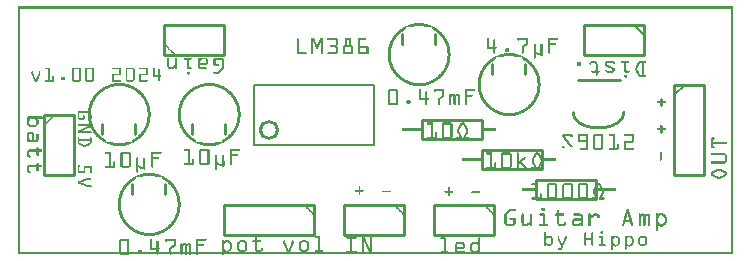
<source format=gto>
G04 MADE WITH FRITZING*
G04 WWW.FRITZING.ORG*
G04 DOUBLE SIDED*
G04 HOLES PLATED*
G04 CONTOUR ON CENTER OF CONTOUR VECTOR*
%ASAXBY*%
%FSLAX23Y23*%
%MOIN*%
%OFA0B0*%
%SFA1.0B1.0*%
%ADD10C,0.066567X0.046567*%
%ADD11C,0.010000*%
%ADD12C,0.005000*%
%ADD13C,0.008000*%
%ADD14R,0.001000X0.001000*%
%LNSILK1*%
G90*
G70*
G54D10*
X837Y416D03*
G54D11*
X1928Y183D02*
X1728Y183D01*
D02*
X1728Y183D02*
X1728Y249D01*
D02*
X1728Y249D02*
X1928Y249D01*
D02*
X1928Y249D02*
X1928Y183D01*
D02*
X1868Y580D02*
X2008Y580D01*
D02*
X2188Y566D02*
X2188Y266D01*
D02*
X2188Y266D02*
X2288Y266D01*
D02*
X2288Y266D02*
X2288Y566D01*
D02*
X2288Y566D02*
X2188Y566D01*
G54D12*
D02*
X2188Y531D02*
X2223Y566D01*
G54D11*
D02*
X2088Y766D02*
X1888Y766D01*
D02*
X1888Y766D02*
X1888Y666D01*
D02*
X1888Y666D02*
X2088Y666D01*
D02*
X2088Y666D02*
X2088Y766D01*
G54D12*
D02*
X2053Y766D02*
X2088Y731D01*
G54D11*
D02*
X1588Y166D02*
X1388Y166D01*
D02*
X1388Y166D02*
X1388Y66D01*
D02*
X1388Y66D02*
X1588Y66D01*
D02*
X1588Y66D02*
X1588Y166D01*
D02*
X988Y166D02*
X688Y166D01*
D02*
X688Y166D02*
X688Y66D01*
D02*
X688Y66D02*
X988Y66D01*
D02*
X988Y66D02*
X988Y166D01*
D02*
X88Y466D02*
X88Y266D01*
D02*
X88Y266D02*
X188Y266D01*
D02*
X188Y266D02*
X188Y466D01*
D02*
X188Y466D02*
X88Y466D01*
D02*
X1288Y166D02*
X1088Y166D01*
D02*
X1088Y166D02*
X1088Y66D01*
D02*
X1088Y66D02*
X1288Y66D01*
D02*
X1288Y66D02*
X1288Y166D01*
D02*
X488Y666D02*
X688Y666D01*
D02*
X688Y666D02*
X688Y766D01*
D02*
X688Y766D02*
X488Y766D01*
D02*
X488Y766D02*
X488Y666D01*
D02*
X1347Y449D02*
X1547Y449D01*
D02*
X1547Y449D02*
X1547Y383D01*
D02*
X1547Y383D02*
X1347Y383D01*
D02*
X1347Y383D02*
X1347Y449D01*
D02*
X1547Y349D02*
X1747Y349D01*
D02*
X1747Y349D02*
X1747Y283D01*
D02*
X1747Y283D02*
X1547Y283D01*
D02*
X1547Y283D02*
X1547Y349D01*
G54D13*
D02*
X787Y566D02*
X1187Y566D01*
D02*
X787Y566D02*
X787Y406D01*
D02*
X1187Y566D02*
X1187Y366D01*
D02*
X787Y366D02*
X1187Y366D01*
D02*
X787Y366D02*
X787Y406D01*
D02*
X787Y406D02*
X787Y426D01*
G54D14*
X1Y826D02*
X2384Y826D01*
X1Y825D02*
X2384Y825D01*
X1Y824D02*
X2384Y824D01*
X1Y823D02*
X2384Y823D01*
X1Y822D02*
X2384Y822D01*
X1Y821D02*
X2384Y821D01*
X1Y820D02*
X2384Y820D01*
X1Y819D02*
X2384Y819D01*
X1Y818D02*
X8Y818D01*
X2377Y818D02*
X2384Y818D01*
X1Y817D02*
X8Y817D01*
X2377Y817D02*
X2384Y817D01*
X1Y816D02*
X8Y816D01*
X2377Y816D02*
X2384Y816D01*
X1Y815D02*
X8Y815D01*
X2377Y815D02*
X2384Y815D01*
X1Y814D02*
X8Y814D01*
X2377Y814D02*
X2384Y814D01*
X1Y813D02*
X8Y813D01*
X2377Y813D02*
X2384Y813D01*
X1Y812D02*
X8Y812D01*
X2377Y812D02*
X2384Y812D01*
X1Y811D02*
X8Y811D01*
X2377Y811D02*
X2384Y811D01*
X1Y810D02*
X8Y810D01*
X2377Y810D02*
X2384Y810D01*
X1Y809D02*
X8Y809D01*
X2377Y809D02*
X2384Y809D01*
X1Y808D02*
X8Y808D01*
X2377Y808D02*
X2384Y808D01*
X1Y807D02*
X8Y807D01*
X2377Y807D02*
X2384Y807D01*
X1Y806D02*
X8Y806D01*
X2377Y806D02*
X2384Y806D01*
X1Y805D02*
X8Y805D01*
X2377Y805D02*
X2384Y805D01*
X1Y804D02*
X8Y804D01*
X2377Y804D02*
X2384Y804D01*
X1Y803D02*
X8Y803D01*
X2377Y803D02*
X2384Y803D01*
X1Y802D02*
X8Y802D01*
X2377Y802D02*
X2384Y802D01*
X1Y801D02*
X8Y801D01*
X2377Y801D02*
X2384Y801D01*
X1Y800D02*
X8Y800D01*
X2377Y800D02*
X2384Y800D01*
X1Y799D02*
X8Y799D01*
X2377Y799D02*
X2384Y799D01*
X1Y798D02*
X8Y798D01*
X2377Y798D02*
X2384Y798D01*
X1Y797D02*
X8Y797D01*
X2377Y797D02*
X2384Y797D01*
X1Y796D02*
X8Y796D01*
X2377Y796D02*
X2384Y796D01*
X1Y795D02*
X8Y795D01*
X2377Y795D02*
X2384Y795D01*
X1Y794D02*
X8Y794D01*
X2377Y794D02*
X2384Y794D01*
X1Y793D02*
X8Y793D01*
X2377Y793D02*
X2384Y793D01*
X1Y792D02*
X8Y792D01*
X2377Y792D02*
X2384Y792D01*
X1Y791D02*
X8Y791D01*
X2377Y791D02*
X2384Y791D01*
X1Y790D02*
X8Y790D01*
X2377Y790D02*
X2384Y790D01*
X1Y789D02*
X8Y789D01*
X2377Y789D02*
X2384Y789D01*
X1Y788D02*
X8Y788D01*
X2377Y788D02*
X2384Y788D01*
X1Y787D02*
X8Y787D01*
X2377Y787D02*
X2384Y787D01*
X1Y786D02*
X8Y786D01*
X2377Y786D02*
X2384Y786D01*
X1Y785D02*
X8Y785D01*
X2377Y785D02*
X2384Y785D01*
X1Y784D02*
X8Y784D01*
X2377Y784D02*
X2384Y784D01*
X1Y783D02*
X8Y783D01*
X2377Y783D02*
X2384Y783D01*
X1Y782D02*
X8Y782D01*
X2377Y782D02*
X2384Y782D01*
X1Y781D02*
X8Y781D01*
X2377Y781D02*
X2384Y781D01*
X1Y780D02*
X8Y780D01*
X2377Y780D02*
X2384Y780D01*
X1Y779D02*
X8Y779D01*
X2377Y779D02*
X2384Y779D01*
X1Y778D02*
X8Y778D01*
X2377Y778D02*
X2384Y778D01*
X1Y777D02*
X8Y777D01*
X2377Y777D02*
X2384Y777D01*
X1Y776D02*
X8Y776D01*
X2377Y776D02*
X2384Y776D01*
X1Y775D02*
X8Y775D01*
X2377Y775D02*
X2384Y775D01*
X1Y774D02*
X8Y774D01*
X2377Y774D02*
X2384Y774D01*
X1Y773D02*
X8Y773D01*
X2377Y773D02*
X2384Y773D01*
X1Y772D02*
X8Y772D01*
X2377Y772D02*
X2384Y772D01*
X1Y771D02*
X8Y771D01*
X2377Y771D02*
X2384Y771D01*
X1Y770D02*
X8Y770D01*
X1328Y770D02*
X1348Y770D01*
X2377Y770D02*
X2384Y770D01*
X1Y769D02*
X8Y769D01*
X1321Y769D02*
X1355Y769D01*
X2377Y769D02*
X2384Y769D01*
X1Y768D02*
X8Y768D01*
X1316Y768D02*
X1360Y768D01*
X2377Y768D02*
X2384Y768D01*
X1Y767D02*
X8Y767D01*
X1312Y767D02*
X1365Y767D01*
X2377Y767D02*
X2384Y767D01*
X1Y766D02*
X8Y766D01*
X1308Y766D02*
X1368Y766D01*
X2377Y766D02*
X2384Y766D01*
X1Y765D02*
X8Y765D01*
X1305Y765D02*
X1371Y765D01*
X2377Y765D02*
X2384Y765D01*
X1Y764D02*
X8Y764D01*
X1302Y764D02*
X1374Y764D01*
X2377Y764D02*
X2384Y764D01*
X1Y763D02*
X8Y763D01*
X1300Y763D02*
X1377Y763D01*
X2377Y763D02*
X2384Y763D01*
X1Y762D02*
X8Y762D01*
X1297Y762D02*
X1379Y762D01*
X2377Y762D02*
X2384Y762D01*
X1Y761D02*
X8Y761D01*
X1295Y761D02*
X1381Y761D01*
X2377Y761D02*
X2384Y761D01*
X1Y760D02*
X8Y760D01*
X1293Y760D02*
X1327Y760D01*
X1349Y760D02*
X1383Y760D01*
X2377Y760D02*
X2384Y760D01*
X1Y759D02*
X8Y759D01*
X1291Y759D02*
X1320Y759D01*
X1356Y759D02*
X1385Y759D01*
X2377Y759D02*
X2384Y759D01*
X1Y758D02*
X8Y758D01*
X1289Y758D02*
X1296Y758D01*
X1381Y758D02*
X1387Y758D01*
X2377Y758D02*
X2384Y758D01*
X1Y757D02*
X8Y757D01*
X1287Y757D02*
X1295Y757D01*
X1381Y757D02*
X1389Y757D01*
X2377Y757D02*
X2384Y757D01*
X1Y756D02*
X8Y756D01*
X1286Y756D02*
X1295Y756D01*
X1381Y756D02*
X1391Y756D01*
X2377Y756D02*
X2384Y756D01*
X1Y755D02*
X8Y755D01*
X1284Y755D02*
X1295Y755D01*
X1381Y755D02*
X1392Y755D01*
X2377Y755D02*
X2384Y755D01*
X1Y754D02*
X8Y754D01*
X1282Y754D02*
X1295Y754D01*
X1381Y754D02*
X1394Y754D01*
X2377Y754D02*
X2384Y754D01*
X1Y753D02*
X8Y753D01*
X1281Y753D02*
X1295Y753D01*
X1381Y753D02*
X1396Y753D01*
X2377Y753D02*
X2384Y753D01*
X1Y752D02*
X8Y752D01*
X1279Y752D02*
X1295Y752D01*
X1381Y752D02*
X1397Y752D01*
X2377Y752D02*
X2384Y752D01*
X1Y751D02*
X8Y751D01*
X1278Y751D02*
X1295Y751D01*
X1381Y751D02*
X1399Y751D01*
X2377Y751D02*
X2384Y751D01*
X1Y750D02*
X8Y750D01*
X1277Y750D02*
X1294Y750D01*
X1382Y750D02*
X1400Y750D01*
X2377Y750D02*
X2384Y750D01*
X1Y749D02*
X8Y749D01*
X1275Y749D02*
X1292Y749D01*
X1384Y749D02*
X1401Y749D01*
X2377Y749D02*
X2384Y749D01*
X1Y748D02*
X8Y748D01*
X1274Y748D02*
X1290Y748D01*
X1386Y748D02*
X1403Y748D01*
X2377Y748D02*
X2384Y748D01*
X1Y747D02*
X8Y747D01*
X1273Y747D02*
X1289Y747D01*
X1388Y747D02*
X1404Y747D01*
X2377Y747D02*
X2384Y747D01*
X1Y746D02*
X8Y746D01*
X1271Y746D02*
X1287Y746D01*
X1389Y746D02*
X1405Y746D01*
X2377Y746D02*
X2384Y746D01*
X1Y745D02*
X8Y745D01*
X1270Y745D02*
X1286Y745D01*
X1391Y745D02*
X1406Y745D01*
X2377Y745D02*
X2384Y745D01*
X1Y744D02*
X8Y744D01*
X1269Y744D02*
X1284Y744D01*
X1392Y744D02*
X1407Y744D01*
X2377Y744D02*
X2384Y744D01*
X1Y743D02*
X8Y743D01*
X1268Y743D02*
X1283Y743D01*
X1394Y743D02*
X1408Y743D01*
X2377Y743D02*
X2384Y743D01*
X1Y742D02*
X8Y742D01*
X1267Y742D02*
X1281Y742D01*
X1395Y742D02*
X1410Y742D01*
X2377Y742D02*
X2384Y742D01*
X1Y741D02*
X8Y741D01*
X1266Y741D02*
X1280Y741D01*
X1396Y741D02*
X1411Y741D01*
X2377Y741D02*
X2384Y741D01*
X1Y740D02*
X8Y740D01*
X1265Y740D02*
X1279Y740D01*
X1398Y740D02*
X1412Y740D01*
X2377Y740D02*
X2384Y740D01*
X1Y739D02*
X8Y739D01*
X1264Y739D02*
X1277Y739D01*
X1399Y739D02*
X1413Y739D01*
X2377Y739D02*
X2384Y739D01*
X1Y738D02*
X8Y738D01*
X1263Y738D02*
X1276Y738D01*
X1400Y738D02*
X1414Y738D01*
X2377Y738D02*
X2384Y738D01*
X1Y737D02*
X8Y737D01*
X1262Y737D02*
X1275Y737D01*
X1401Y737D02*
X1415Y737D01*
X2377Y737D02*
X2384Y737D01*
X1Y736D02*
X8Y736D01*
X1261Y736D02*
X1274Y736D01*
X1283Y736D02*
X1283Y736D01*
X1393Y736D02*
X1393Y736D01*
X1402Y736D02*
X1415Y736D01*
X2377Y736D02*
X2384Y736D01*
X1Y735D02*
X8Y735D01*
X1260Y735D02*
X1273Y735D01*
X1281Y735D02*
X1286Y735D01*
X1391Y735D02*
X1396Y735D01*
X1403Y735D02*
X1416Y735D01*
X2377Y735D02*
X2384Y735D01*
X1Y734D02*
X8Y734D01*
X1259Y734D02*
X1272Y734D01*
X1280Y734D02*
X1287Y734D01*
X1390Y734D02*
X1397Y734D01*
X1405Y734D02*
X1417Y734D01*
X2377Y734D02*
X2384Y734D01*
X1Y733D02*
X8Y733D01*
X1258Y733D02*
X1271Y733D01*
X1279Y733D02*
X1288Y733D01*
X1389Y733D02*
X1398Y733D01*
X1406Y733D02*
X1418Y733D01*
X2377Y733D02*
X2384Y733D01*
X1Y732D02*
X8Y732D01*
X1257Y732D02*
X1270Y732D01*
X1279Y732D02*
X1288Y732D01*
X1389Y732D02*
X1398Y732D01*
X1407Y732D02*
X1419Y732D01*
X2377Y732D02*
X2384Y732D01*
X1Y731D02*
X8Y731D01*
X1257Y731D02*
X1269Y731D01*
X1278Y731D02*
X1288Y731D01*
X1388Y731D02*
X1398Y731D01*
X1407Y731D02*
X1420Y731D01*
X2377Y731D02*
X2384Y731D01*
X1Y730D02*
X8Y730D01*
X1256Y730D02*
X1268Y730D01*
X1278Y730D02*
X1288Y730D01*
X1388Y730D02*
X1398Y730D01*
X1408Y730D02*
X1420Y730D01*
X2377Y730D02*
X2384Y730D01*
X1Y729D02*
X8Y729D01*
X1255Y729D02*
X1267Y729D01*
X1278Y729D02*
X1288Y729D01*
X1388Y729D02*
X1398Y729D01*
X1409Y729D02*
X1421Y729D01*
X2377Y729D02*
X2384Y729D01*
X1Y728D02*
X8Y728D01*
X1254Y728D02*
X1266Y728D01*
X1278Y728D02*
X1288Y728D01*
X1388Y728D02*
X1398Y728D01*
X1410Y728D02*
X1422Y728D01*
X2377Y728D02*
X2384Y728D01*
X1Y727D02*
X8Y727D01*
X1254Y727D02*
X1265Y727D01*
X1278Y727D02*
X1288Y727D01*
X1388Y727D02*
X1398Y727D01*
X1411Y727D02*
X1423Y727D01*
X2377Y727D02*
X2384Y727D01*
X1Y726D02*
X8Y726D01*
X1253Y726D02*
X1264Y726D01*
X1278Y726D02*
X1288Y726D01*
X1388Y726D02*
X1398Y726D01*
X1412Y726D02*
X1423Y726D01*
X2377Y726D02*
X2384Y726D01*
X1Y725D02*
X8Y725D01*
X1252Y725D02*
X1264Y725D01*
X1278Y725D02*
X1288Y725D01*
X1388Y725D02*
X1398Y725D01*
X1413Y725D02*
X1424Y725D01*
X2377Y725D02*
X2384Y725D01*
X1Y724D02*
X8Y724D01*
X1252Y724D02*
X1263Y724D01*
X1278Y724D02*
X1288Y724D01*
X1388Y724D02*
X1398Y724D01*
X1414Y724D02*
X1425Y724D01*
X2377Y724D02*
X2384Y724D01*
X1Y723D02*
X8Y723D01*
X1251Y723D02*
X1262Y723D01*
X1278Y723D02*
X1288Y723D01*
X1388Y723D02*
X1398Y723D01*
X1414Y723D02*
X1425Y723D01*
X2377Y723D02*
X2384Y723D01*
X1Y722D02*
X8Y722D01*
X1250Y722D02*
X1261Y722D01*
X1278Y722D02*
X1288Y722D01*
X1388Y722D02*
X1398Y722D01*
X1415Y722D02*
X1426Y722D01*
X1567Y722D02*
X1568Y722D01*
X1669Y722D02*
X1700Y722D01*
X1769Y722D02*
X1800Y722D01*
X2377Y722D02*
X2384Y722D01*
X1Y721D02*
X8Y721D01*
X1250Y721D02*
X1261Y721D01*
X1278Y721D02*
X1288Y721D01*
X1388Y721D02*
X1398Y721D01*
X1416Y721D02*
X1427Y721D01*
X1566Y721D02*
X1570Y721D01*
X1667Y721D02*
X1700Y721D01*
X1769Y721D02*
X1802Y721D01*
X2377Y721D02*
X2384Y721D01*
X1Y720D02*
X8Y720D01*
X932Y720D02*
X934Y720D01*
X979Y720D02*
X986Y720D01*
X1010Y720D02*
X1017Y720D01*
X1035Y720D02*
X1061Y720D01*
X1092Y720D02*
X1109Y720D01*
X1137Y720D02*
X1160Y720D01*
X1249Y720D02*
X1260Y720D01*
X1278Y720D02*
X1288Y720D01*
X1388Y720D02*
X1398Y720D01*
X1417Y720D02*
X1427Y720D01*
X1565Y720D02*
X1570Y720D01*
X1666Y720D02*
X1700Y720D01*
X1769Y720D02*
X1802Y720D01*
X2377Y720D02*
X2384Y720D01*
X1Y719D02*
X8Y719D01*
X931Y719D02*
X935Y719D01*
X978Y719D02*
X987Y719D01*
X1009Y719D02*
X1018Y719D01*
X1033Y719D02*
X1063Y719D01*
X1091Y719D02*
X1110Y719D01*
X1136Y719D02*
X1161Y719D01*
X1249Y719D02*
X1259Y719D01*
X1278Y719D02*
X1288Y719D01*
X1388Y719D02*
X1398Y719D01*
X1417Y719D02*
X1428Y719D01*
X1565Y719D02*
X1571Y719D01*
X1666Y719D02*
X1700Y719D01*
X1769Y719D02*
X1802Y719D01*
X2377Y719D02*
X2384Y719D01*
X1Y718D02*
X8Y718D01*
X930Y718D02*
X936Y718D01*
X978Y718D02*
X988Y718D01*
X1008Y718D02*
X1018Y718D01*
X1033Y718D02*
X1064Y718D01*
X1090Y718D02*
X1111Y718D01*
X1136Y718D02*
X1162Y718D01*
X1248Y718D02*
X1258Y718D01*
X1278Y718D02*
X1288Y718D01*
X1388Y718D02*
X1398Y718D01*
X1418Y718D02*
X1429Y718D01*
X1565Y718D02*
X1571Y718D01*
X1666Y718D02*
X1700Y718D01*
X1769Y718D02*
X1802Y718D01*
X2377Y718D02*
X2384Y718D01*
X1Y717D02*
X8Y717D01*
X930Y717D02*
X936Y717D01*
X978Y717D02*
X988Y717D01*
X1008Y717D02*
X1018Y717D01*
X1033Y717D02*
X1065Y717D01*
X1090Y717D02*
X1111Y717D01*
X1135Y717D02*
X1162Y717D01*
X1247Y717D02*
X1258Y717D01*
X1278Y717D02*
X1288Y717D01*
X1388Y717D02*
X1398Y717D01*
X1419Y717D02*
X1429Y717D01*
X1565Y717D02*
X1571Y717D01*
X1666Y717D02*
X1700Y717D01*
X1769Y717D02*
X1802Y717D01*
X2377Y717D02*
X2384Y717D01*
X1Y716D02*
X8Y716D01*
X930Y716D02*
X936Y716D01*
X978Y716D02*
X989Y716D01*
X1008Y716D02*
X1018Y716D01*
X1033Y716D02*
X1066Y716D01*
X1090Y716D02*
X1111Y716D01*
X1135Y716D02*
X1162Y716D01*
X1247Y716D02*
X1257Y716D01*
X1278Y716D02*
X1288Y716D01*
X1388Y716D02*
X1398Y716D01*
X1419Y716D02*
X1430Y716D01*
X1565Y716D02*
X1571Y716D01*
X1588Y716D02*
X1589Y716D01*
X1666Y716D02*
X1700Y716D01*
X1769Y716D02*
X1801Y716D01*
X2377Y716D02*
X2384Y716D01*
X1Y715D02*
X8Y715D01*
X930Y715D02*
X936Y715D01*
X978Y715D02*
X989Y715D01*
X1007Y715D02*
X1018Y715D01*
X1033Y715D02*
X1066Y715D01*
X1090Y715D02*
X1111Y715D01*
X1135Y715D02*
X1161Y715D01*
X1246Y715D02*
X1257Y715D01*
X1278Y715D02*
X1288Y715D01*
X1388Y715D02*
X1398Y715D01*
X1420Y715D02*
X1430Y715D01*
X1565Y715D02*
X1571Y715D01*
X1586Y715D02*
X1591Y715D01*
X1666Y715D02*
X1672Y715D01*
X1694Y715D02*
X1700Y715D01*
X1769Y715D02*
X1775Y715D01*
X2377Y715D02*
X2384Y715D01*
X1Y714D02*
X8Y714D01*
X930Y714D02*
X936Y714D01*
X978Y714D02*
X989Y714D01*
X1007Y714D02*
X1018Y714D01*
X1034Y714D02*
X1066Y714D01*
X1090Y714D02*
X1111Y714D01*
X1135Y714D02*
X1160Y714D01*
X1246Y714D02*
X1256Y714D01*
X1278Y714D02*
X1288Y714D01*
X1388Y714D02*
X1398Y714D01*
X1420Y714D02*
X1431Y714D01*
X1565Y714D02*
X1571Y714D01*
X1586Y714D02*
X1591Y714D01*
X1667Y714D02*
X1672Y714D01*
X1694Y714D02*
X1700Y714D01*
X1769Y714D02*
X1775Y714D01*
X2377Y714D02*
X2384Y714D01*
X1Y713D02*
X8Y713D01*
X930Y713D02*
X936Y713D01*
X978Y713D02*
X990Y713D01*
X1006Y713D02*
X1018Y713D01*
X1060Y713D02*
X1066Y713D01*
X1090Y713D02*
X1096Y713D01*
X1105Y713D02*
X1111Y713D01*
X1135Y713D02*
X1141Y713D01*
X1245Y713D02*
X1255Y713D01*
X1278Y713D02*
X1288Y713D01*
X1388Y713D02*
X1398Y713D01*
X1421Y713D02*
X1431Y713D01*
X1565Y713D02*
X1571Y713D01*
X1585Y713D02*
X1591Y713D01*
X1667Y713D02*
X1671Y713D01*
X1694Y713D02*
X1700Y713D01*
X1769Y713D02*
X1775Y713D01*
X2377Y713D02*
X2384Y713D01*
X1Y712D02*
X8Y712D01*
X930Y712D02*
X936Y712D01*
X978Y712D02*
X990Y712D01*
X1006Y712D02*
X1018Y712D01*
X1060Y712D02*
X1066Y712D01*
X1090Y712D02*
X1096Y712D01*
X1105Y712D02*
X1111Y712D01*
X1135Y712D02*
X1141Y712D01*
X1245Y712D02*
X1255Y712D01*
X1278Y712D02*
X1288Y712D01*
X1388Y712D02*
X1398Y712D01*
X1422Y712D02*
X1432Y712D01*
X1565Y712D02*
X1571Y712D01*
X1585Y712D02*
X1591Y712D01*
X1694Y712D02*
X1700Y712D01*
X1769Y712D02*
X1775Y712D01*
X2377Y712D02*
X2384Y712D01*
X1Y711D02*
X8Y711D01*
X930Y711D02*
X936Y711D01*
X978Y711D02*
X991Y711D01*
X1005Y711D02*
X1018Y711D01*
X1060Y711D02*
X1066Y711D01*
X1090Y711D02*
X1096Y711D01*
X1105Y711D02*
X1111Y711D01*
X1135Y711D02*
X1141Y711D01*
X1244Y711D02*
X1254Y711D01*
X1278Y711D02*
X1288Y711D01*
X1388Y711D02*
X1398Y711D01*
X1422Y711D02*
X1432Y711D01*
X1565Y711D02*
X1571Y711D01*
X1585Y711D02*
X1591Y711D01*
X1694Y711D02*
X1700Y711D01*
X1769Y711D02*
X1775Y711D01*
X2377Y711D02*
X2384Y711D01*
X1Y710D02*
X8Y710D01*
X930Y710D02*
X936Y710D01*
X978Y710D02*
X991Y710D01*
X1005Y710D02*
X1018Y710D01*
X1060Y710D02*
X1066Y710D01*
X1090Y710D02*
X1096Y710D01*
X1105Y710D02*
X1111Y710D01*
X1135Y710D02*
X1141Y710D01*
X1244Y710D02*
X1254Y710D01*
X1278Y710D02*
X1288Y710D01*
X1388Y710D02*
X1398Y710D01*
X1423Y710D02*
X1433Y710D01*
X1565Y710D02*
X1571Y710D01*
X1585Y710D02*
X1591Y710D01*
X1694Y710D02*
X1700Y710D01*
X1769Y710D02*
X1775Y710D01*
X2377Y710D02*
X2384Y710D01*
X1Y709D02*
X8Y709D01*
X930Y709D02*
X936Y709D01*
X978Y709D02*
X992Y709D01*
X1004Y709D02*
X1018Y709D01*
X1060Y709D02*
X1066Y709D01*
X1090Y709D02*
X1096Y709D01*
X1105Y709D02*
X1111Y709D01*
X1135Y709D02*
X1141Y709D01*
X1243Y709D02*
X1253Y709D01*
X1278Y709D02*
X1288Y709D01*
X1388Y709D02*
X1398Y709D01*
X1423Y709D02*
X1433Y709D01*
X1565Y709D02*
X1571Y709D01*
X1585Y709D02*
X1591Y709D01*
X1694Y709D02*
X1700Y709D01*
X1769Y709D02*
X1775Y709D01*
X2377Y709D02*
X2384Y709D01*
X1Y708D02*
X8Y708D01*
X930Y708D02*
X936Y708D01*
X978Y708D02*
X992Y708D01*
X1004Y708D02*
X1018Y708D01*
X1060Y708D02*
X1066Y708D01*
X1090Y708D02*
X1096Y708D01*
X1105Y708D02*
X1111Y708D01*
X1135Y708D02*
X1141Y708D01*
X1243Y708D02*
X1253Y708D01*
X1278Y708D02*
X1288Y708D01*
X1388Y708D02*
X1398Y708D01*
X1424Y708D02*
X1434Y708D01*
X1565Y708D02*
X1571Y708D01*
X1585Y708D02*
X1591Y708D01*
X1694Y708D02*
X1700Y708D01*
X1769Y708D02*
X1775Y708D01*
X2377Y708D02*
X2384Y708D01*
X1Y707D02*
X8Y707D01*
X930Y707D02*
X936Y707D01*
X978Y707D02*
X984Y707D01*
X986Y707D02*
X993Y707D01*
X1003Y707D02*
X1010Y707D01*
X1012Y707D02*
X1018Y707D01*
X1060Y707D02*
X1066Y707D01*
X1090Y707D02*
X1096Y707D01*
X1105Y707D02*
X1111Y707D01*
X1135Y707D02*
X1141Y707D01*
X1242Y707D02*
X1252Y707D01*
X1278Y707D02*
X1288Y707D01*
X1388Y707D02*
X1398Y707D01*
X1424Y707D02*
X1434Y707D01*
X1565Y707D02*
X1571Y707D01*
X1585Y707D02*
X1591Y707D01*
X1694Y707D02*
X1700Y707D01*
X1769Y707D02*
X1775Y707D01*
X2377Y707D02*
X2384Y707D01*
X1Y706D02*
X8Y706D01*
X930Y706D02*
X936Y706D01*
X978Y706D02*
X984Y706D01*
X987Y706D02*
X993Y706D01*
X1003Y706D02*
X1009Y706D01*
X1012Y706D02*
X1018Y706D01*
X1060Y706D02*
X1066Y706D01*
X1090Y706D02*
X1096Y706D01*
X1105Y706D02*
X1111Y706D01*
X1135Y706D02*
X1141Y706D01*
X1242Y706D02*
X1252Y706D01*
X1278Y706D02*
X1288Y706D01*
X1388Y706D02*
X1398Y706D01*
X1425Y706D02*
X1435Y706D01*
X1565Y706D02*
X1571Y706D01*
X1585Y706D02*
X1591Y706D01*
X1694Y706D02*
X1700Y706D01*
X1769Y706D02*
X1775Y706D01*
X2377Y706D02*
X2384Y706D01*
X1Y705D02*
X8Y705D01*
X930Y705D02*
X936Y705D01*
X978Y705D02*
X984Y705D01*
X987Y705D02*
X994Y705D01*
X1002Y705D02*
X1009Y705D01*
X1012Y705D02*
X1018Y705D01*
X1060Y705D02*
X1066Y705D01*
X1090Y705D02*
X1096Y705D01*
X1105Y705D02*
X1111Y705D01*
X1135Y705D02*
X1141Y705D01*
X1242Y705D02*
X1251Y705D01*
X1278Y705D02*
X1288Y705D01*
X1388Y705D02*
X1398Y705D01*
X1425Y705D02*
X1435Y705D01*
X1565Y705D02*
X1571Y705D01*
X1585Y705D02*
X1591Y705D01*
X1694Y705D02*
X1700Y705D01*
X1769Y705D02*
X1775Y705D01*
X2377Y705D02*
X2384Y705D01*
X1Y704D02*
X8Y704D01*
X930Y704D02*
X936Y704D01*
X978Y704D02*
X984Y704D01*
X987Y704D02*
X994Y704D01*
X1002Y704D02*
X1008Y704D01*
X1012Y704D02*
X1018Y704D01*
X1060Y704D02*
X1066Y704D01*
X1090Y704D02*
X1096Y704D01*
X1105Y704D02*
X1111Y704D01*
X1135Y704D02*
X1141Y704D01*
X1241Y704D02*
X1251Y704D01*
X1278Y704D02*
X1288Y704D01*
X1388Y704D02*
X1398Y704D01*
X1426Y704D02*
X1435Y704D01*
X1565Y704D02*
X1571Y704D01*
X1585Y704D02*
X1591Y704D01*
X1694Y704D02*
X1700Y704D01*
X1769Y704D02*
X1794Y704D01*
X2377Y704D02*
X2384Y704D01*
X1Y703D02*
X8Y703D01*
X930Y703D02*
X936Y703D01*
X978Y703D02*
X984Y703D01*
X988Y703D02*
X995Y703D01*
X1001Y703D02*
X1008Y703D01*
X1012Y703D02*
X1018Y703D01*
X1060Y703D02*
X1066Y703D01*
X1090Y703D02*
X1096Y703D01*
X1105Y703D02*
X1111Y703D01*
X1135Y703D02*
X1141Y703D01*
X1241Y703D02*
X1250Y703D01*
X1278Y703D02*
X1288Y703D01*
X1388Y703D02*
X1398Y703D01*
X1426Y703D02*
X1436Y703D01*
X1565Y703D02*
X1571Y703D01*
X1585Y703D02*
X1591Y703D01*
X1694Y703D02*
X1700Y703D01*
X1769Y703D02*
X1795Y703D01*
X2377Y703D02*
X2384Y703D01*
X1Y702D02*
X8Y702D01*
X490Y702D02*
X490Y702D01*
X930Y702D02*
X936Y702D01*
X978Y702D02*
X984Y702D01*
X988Y702D02*
X995Y702D01*
X1001Y702D02*
X1008Y702D01*
X1012Y702D02*
X1018Y702D01*
X1060Y702D02*
X1066Y702D01*
X1090Y702D02*
X1096Y702D01*
X1105Y702D02*
X1111Y702D01*
X1135Y702D02*
X1141Y702D01*
X1240Y702D02*
X1250Y702D01*
X1278Y702D02*
X1288Y702D01*
X1388Y702D02*
X1398Y702D01*
X1427Y702D02*
X1436Y702D01*
X1565Y702D02*
X1571Y702D01*
X1585Y702D02*
X1591Y702D01*
X1693Y702D02*
X1700Y702D01*
X1721Y702D02*
X1724Y702D01*
X1744Y702D02*
X1747Y702D01*
X1769Y702D02*
X1795Y702D01*
X2377Y702D02*
X2384Y702D01*
X1Y701D02*
X8Y701D01*
X489Y701D02*
X491Y701D01*
X930Y701D02*
X936Y701D01*
X978Y701D02*
X984Y701D01*
X989Y701D02*
X996Y701D01*
X1000Y701D02*
X1007Y701D01*
X1012Y701D02*
X1018Y701D01*
X1060Y701D02*
X1066Y701D01*
X1090Y701D02*
X1096Y701D01*
X1105Y701D02*
X1111Y701D01*
X1135Y701D02*
X1141Y701D01*
X1240Y701D02*
X1250Y701D01*
X1278Y701D02*
X1288Y701D01*
X1388Y701D02*
X1398Y701D01*
X1427Y701D02*
X1436Y701D01*
X1565Y701D02*
X1571Y701D01*
X1585Y701D02*
X1591Y701D01*
X1692Y701D02*
X1700Y701D01*
X1720Y701D02*
X1725Y701D01*
X1743Y701D02*
X1748Y701D01*
X1769Y701D02*
X1796Y701D01*
X2377Y701D02*
X2384Y701D01*
X1Y700D02*
X8Y700D01*
X488Y700D02*
X492Y700D01*
X930Y700D02*
X936Y700D01*
X978Y700D02*
X984Y700D01*
X989Y700D02*
X996Y700D01*
X1000Y700D02*
X1007Y700D01*
X1012Y700D02*
X1018Y700D01*
X1060Y700D02*
X1066Y700D01*
X1090Y700D02*
X1096Y700D01*
X1105Y700D02*
X1111Y700D01*
X1135Y700D02*
X1141Y700D01*
X1240Y700D02*
X1249Y700D01*
X1278Y700D02*
X1288Y700D01*
X1388Y700D02*
X1398Y700D01*
X1427Y700D02*
X1437Y700D01*
X1565Y700D02*
X1571Y700D01*
X1585Y700D02*
X1591Y700D01*
X1691Y700D02*
X1700Y700D01*
X1720Y700D02*
X1725Y700D01*
X1743Y700D02*
X1749Y700D01*
X1769Y700D02*
X1795Y700D01*
X2377Y700D02*
X2384Y700D01*
X1Y699D02*
X8Y699D01*
X487Y699D02*
X493Y699D01*
X930Y699D02*
X936Y699D01*
X978Y699D02*
X984Y699D01*
X990Y699D02*
X997Y699D01*
X999Y699D02*
X1006Y699D01*
X1012Y699D02*
X1018Y699D01*
X1060Y699D02*
X1066Y699D01*
X1090Y699D02*
X1096Y699D01*
X1105Y699D02*
X1111Y699D01*
X1135Y699D02*
X1141Y699D01*
X1239Y699D02*
X1249Y699D01*
X1279Y699D02*
X1288Y699D01*
X1389Y699D02*
X1398Y699D01*
X1428Y699D02*
X1437Y699D01*
X1565Y699D02*
X1571Y699D01*
X1585Y699D02*
X1591Y699D01*
X1689Y699D02*
X1699Y699D01*
X1720Y699D02*
X1726Y699D01*
X1743Y699D02*
X1749Y699D01*
X1769Y699D02*
X1795Y699D01*
X2377Y699D02*
X2384Y699D01*
X1Y698D02*
X8Y698D01*
X488Y698D02*
X494Y698D01*
X930Y698D02*
X936Y698D01*
X978Y698D02*
X984Y698D01*
X990Y698D02*
X997Y698D01*
X999Y698D02*
X1006Y698D01*
X1012Y698D02*
X1018Y698D01*
X1059Y698D02*
X1066Y698D01*
X1090Y698D02*
X1096Y698D01*
X1105Y698D02*
X1111Y698D01*
X1135Y698D02*
X1141Y698D01*
X1239Y698D02*
X1248Y698D01*
X1279Y698D02*
X1287Y698D01*
X1389Y698D02*
X1397Y698D01*
X1428Y698D02*
X1438Y698D01*
X1565Y698D02*
X1571Y698D01*
X1585Y698D02*
X1591Y698D01*
X1688Y698D02*
X1698Y698D01*
X1720Y698D02*
X1726Y698D01*
X1743Y698D02*
X1749Y698D01*
X1769Y698D02*
X1794Y698D01*
X2377Y698D02*
X2384Y698D01*
X1Y697D02*
X8Y697D01*
X489Y697D02*
X495Y697D01*
X930Y697D02*
X936Y697D01*
X978Y697D02*
X984Y697D01*
X991Y697D02*
X1005Y697D01*
X1012Y697D02*
X1018Y697D01*
X1057Y697D02*
X1066Y697D01*
X1090Y697D02*
X1096Y697D01*
X1105Y697D02*
X1111Y697D01*
X1135Y697D02*
X1141Y697D01*
X1239Y697D02*
X1248Y697D01*
X1280Y697D02*
X1287Y697D01*
X1390Y697D02*
X1397Y697D01*
X1428Y697D02*
X1438Y697D01*
X1565Y697D02*
X1571Y697D01*
X1585Y697D02*
X1591Y697D01*
X1687Y697D02*
X1697Y697D01*
X1720Y697D02*
X1726Y697D01*
X1743Y697D02*
X1749Y697D01*
X1769Y697D02*
X1775Y697D01*
X2377Y697D02*
X2384Y697D01*
X1Y696D02*
X8Y696D01*
X490Y696D02*
X496Y696D01*
X930Y696D02*
X936Y696D01*
X978Y696D02*
X984Y696D01*
X991Y696D02*
X1005Y696D01*
X1012Y696D02*
X1018Y696D01*
X1041Y696D02*
X1065Y696D01*
X1087Y696D02*
X1114Y696D01*
X1135Y696D02*
X1141Y696D01*
X1238Y696D02*
X1248Y696D01*
X1281Y696D02*
X1286Y696D01*
X1391Y696D02*
X1396Y696D01*
X1429Y696D02*
X1438Y696D01*
X1565Y696D02*
X1571Y696D01*
X1585Y696D02*
X1591Y696D01*
X1686Y696D02*
X1696Y696D01*
X1720Y696D02*
X1726Y696D01*
X1743Y696D02*
X1749Y696D01*
X1769Y696D02*
X1775Y696D01*
X2377Y696D02*
X2384Y696D01*
X1Y695D02*
X8Y695D01*
X491Y695D02*
X497Y695D01*
X930Y695D02*
X936Y695D01*
X978Y695D02*
X984Y695D01*
X992Y695D02*
X1004Y695D01*
X1012Y695D02*
X1018Y695D01*
X1040Y695D02*
X1065Y695D01*
X1086Y695D02*
X1116Y695D01*
X1135Y695D02*
X1141Y695D01*
X1238Y695D02*
X1247Y695D01*
X1429Y695D02*
X1438Y695D01*
X1565Y695D02*
X1571Y695D01*
X1585Y695D02*
X1591Y695D01*
X1685Y695D02*
X1695Y695D01*
X1720Y695D02*
X1726Y695D01*
X1743Y695D02*
X1749Y695D01*
X1769Y695D02*
X1775Y695D01*
X2377Y695D02*
X2384Y695D01*
X1Y694D02*
X8Y694D01*
X492Y694D02*
X498Y694D01*
X930Y694D02*
X936Y694D01*
X978Y694D02*
X984Y694D01*
X992Y694D02*
X1004Y694D01*
X1012Y694D02*
X1018Y694D01*
X1040Y694D02*
X1064Y694D01*
X1085Y694D02*
X1116Y694D01*
X1135Y694D02*
X1141Y694D01*
X1238Y694D02*
X1247Y694D01*
X1429Y694D02*
X1439Y694D01*
X1565Y694D02*
X1571Y694D01*
X1585Y694D02*
X1591Y694D01*
X1684Y694D02*
X1693Y694D01*
X1720Y694D02*
X1726Y694D01*
X1743Y694D02*
X1749Y694D01*
X1769Y694D02*
X1775Y694D01*
X2377Y694D02*
X2384Y694D01*
X1Y693D02*
X8Y693D01*
X493Y693D02*
X499Y693D01*
X930Y693D02*
X936Y693D01*
X978Y693D02*
X984Y693D01*
X993Y693D02*
X1003Y693D01*
X1012Y693D02*
X1018Y693D01*
X1040Y693D02*
X1064Y693D01*
X1085Y693D02*
X1117Y693D01*
X1135Y693D02*
X1166Y693D01*
X1237Y693D02*
X1247Y693D01*
X1430Y693D02*
X1439Y693D01*
X1565Y693D02*
X1571Y693D01*
X1585Y693D02*
X1592Y693D01*
X1682Y693D02*
X1692Y693D01*
X1720Y693D02*
X1726Y693D01*
X1743Y693D02*
X1749Y693D01*
X1769Y693D02*
X1775Y693D01*
X2377Y693D02*
X2384Y693D01*
X1Y692D02*
X8Y692D01*
X494Y692D02*
X500Y692D01*
X930Y692D02*
X936Y692D01*
X978Y692D02*
X984Y692D01*
X993Y692D02*
X1003Y692D01*
X1012Y692D02*
X1018Y692D01*
X1040Y692D02*
X1064Y692D01*
X1084Y692D02*
X1117Y692D01*
X1135Y692D02*
X1168Y692D01*
X1237Y692D02*
X1246Y692D01*
X1430Y692D02*
X1439Y692D01*
X1565Y692D02*
X1594Y692D01*
X1681Y692D02*
X1691Y692D01*
X1720Y692D02*
X1726Y692D01*
X1743Y692D02*
X1749Y692D01*
X1769Y692D02*
X1775Y692D01*
X2377Y692D02*
X2384Y692D01*
X1Y691D02*
X8Y691D01*
X495Y691D02*
X501Y691D01*
X930Y691D02*
X936Y691D01*
X978Y691D02*
X984Y691D01*
X994Y691D02*
X1002Y691D01*
X1012Y691D02*
X1018Y691D01*
X1040Y691D02*
X1065Y691D01*
X1084Y691D02*
X1117Y691D01*
X1135Y691D02*
X1169Y691D01*
X1237Y691D02*
X1246Y691D01*
X1430Y691D02*
X1440Y691D01*
X1565Y691D02*
X1595Y691D01*
X1680Y691D02*
X1690Y691D01*
X1720Y691D02*
X1726Y691D01*
X1743Y691D02*
X1749Y691D01*
X1769Y691D02*
X1775Y691D01*
X2377Y691D02*
X2384Y691D01*
X1Y690D02*
X8Y690D01*
X496Y690D02*
X502Y690D01*
X930Y690D02*
X936Y690D01*
X978Y690D02*
X984Y690D01*
X994Y690D02*
X1002Y690D01*
X1012Y690D02*
X1018Y690D01*
X1042Y690D02*
X1066Y690D01*
X1084Y690D02*
X1117Y690D01*
X1135Y690D02*
X1169Y690D01*
X1237Y690D02*
X1246Y690D01*
X1431Y690D02*
X1440Y690D01*
X1565Y690D02*
X1595Y690D01*
X1680Y690D02*
X1689Y690D01*
X1720Y690D02*
X1726Y690D01*
X1743Y690D02*
X1749Y690D01*
X1769Y690D02*
X1775Y690D01*
X2377Y690D02*
X2384Y690D01*
X1Y689D02*
X8Y689D01*
X497Y689D02*
X503Y689D01*
X930Y689D02*
X936Y689D01*
X978Y689D02*
X984Y689D01*
X994Y689D02*
X1001Y689D01*
X1012Y689D02*
X1018Y689D01*
X1059Y689D02*
X1066Y689D01*
X1084Y689D02*
X1090Y689D01*
X1111Y689D02*
X1118Y689D01*
X1135Y689D02*
X1169Y689D01*
X1236Y689D02*
X1246Y689D01*
X1431Y689D02*
X1440Y689D01*
X1565Y689D02*
X1596Y689D01*
X1680Y689D02*
X1687Y689D01*
X1720Y689D02*
X1726Y689D01*
X1743Y689D02*
X1749Y689D01*
X1769Y689D02*
X1775Y689D01*
X2377Y689D02*
X2384Y689D01*
X1Y688D02*
X8Y688D01*
X498Y688D02*
X504Y688D01*
X930Y688D02*
X936Y688D01*
X978Y688D02*
X984Y688D01*
X995Y688D02*
X1001Y688D01*
X1012Y688D02*
X1018Y688D01*
X1060Y688D02*
X1066Y688D01*
X1084Y688D02*
X1090Y688D01*
X1111Y688D02*
X1118Y688D01*
X1135Y688D02*
X1169Y688D01*
X1236Y688D02*
X1245Y688D01*
X1431Y688D02*
X1440Y688D01*
X1565Y688D02*
X1595Y688D01*
X1680Y688D02*
X1686Y688D01*
X1720Y688D02*
X1726Y688D01*
X1743Y688D02*
X1749Y688D01*
X1769Y688D02*
X1775Y688D01*
X2377Y688D02*
X2384Y688D01*
X1Y687D02*
X8Y687D01*
X499Y687D02*
X505Y687D01*
X930Y687D02*
X936Y687D01*
X978Y687D02*
X984Y687D01*
X996Y687D02*
X1000Y687D01*
X1012Y687D02*
X1018Y687D01*
X1060Y687D02*
X1066Y687D01*
X1084Y687D02*
X1090Y687D01*
X1111Y687D02*
X1118Y687D01*
X1135Y687D02*
X1169Y687D01*
X1236Y687D02*
X1245Y687D01*
X1431Y687D02*
X1440Y687D01*
X1565Y687D02*
X1595Y687D01*
X1680Y687D02*
X1686Y687D01*
X1720Y687D02*
X1726Y687D01*
X1743Y687D02*
X1749Y687D01*
X1769Y687D02*
X1775Y687D01*
X2377Y687D02*
X2384Y687D01*
X1Y686D02*
X8Y686D01*
X500Y686D02*
X505Y686D01*
X930Y686D02*
X936Y686D01*
X978Y686D02*
X984Y686D01*
X996Y686D02*
X999Y686D01*
X1012Y686D02*
X1018Y686D01*
X1060Y686D02*
X1066Y686D01*
X1084Y686D02*
X1090Y686D01*
X1111Y686D02*
X1118Y686D01*
X1135Y686D02*
X1142Y686D01*
X1163Y686D02*
X1169Y686D01*
X1236Y686D02*
X1245Y686D01*
X1432Y686D02*
X1441Y686D01*
X1565Y686D02*
X1594Y686D01*
X1628Y686D02*
X1636Y686D01*
X1680Y686D02*
X1686Y686D01*
X1720Y686D02*
X1726Y686D01*
X1743Y686D02*
X1749Y686D01*
X1769Y686D02*
X1775Y686D01*
X2377Y686D02*
X2384Y686D01*
X1Y685D02*
X8Y685D01*
X501Y685D02*
X506Y685D01*
X930Y685D02*
X936Y685D01*
X978Y685D02*
X984Y685D01*
X1012Y685D02*
X1018Y685D01*
X1060Y685D02*
X1066Y685D01*
X1084Y685D02*
X1090Y685D01*
X1111Y685D02*
X1118Y685D01*
X1135Y685D02*
X1141Y685D01*
X1163Y685D02*
X1169Y685D01*
X1236Y685D02*
X1245Y685D01*
X1432Y685D02*
X1441Y685D01*
X1585Y685D02*
X1591Y685D01*
X1626Y685D02*
X1637Y685D01*
X1680Y685D02*
X1686Y685D01*
X1720Y685D02*
X1726Y685D01*
X1743Y685D02*
X1749Y685D01*
X1769Y685D02*
X1775Y685D01*
X2377Y685D02*
X2384Y685D01*
X1Y684D02*
X8Y684D01*
X502Y684D02*
X507Y684D01*
X930Y684D02*
X936Y684D01*
X978Y684D02*
X984Y684D01*
X1012Y684D02*
X1018Y684D01*
X1060Y684D02*
X1066Y684D01*
X1084Y684D02*
X1090Y684D01*
X1111Y684D02*
X1118Y684D01*
X1135Y684D02*
X1141Y684D01*
X1163Y684D02*
X1169Y684D01*
X1235Y684D02*
X1244Y684D01*
X1432Y684D02*
X1441Y684D01*
X1585Y684D02*
X1591Y684D01*
X1625Y684D02*
X1638Y684D01*
X1680Y684D02*
X1686Y684D01*
X1720Y684D02*
X1726Y684D01*
X1743Y684D02*
X1749Y684D01*
X1769Y684D02*
X1775Y684D01*
X2377Y684D02*
X2384Y684D01*
X1Y683D02*
X8Y683D01*
X503Y683D02*
X508Y683D01*
X930Y683D02*
X936Y683D01*
X978Y683D02*
X984Y683D01*
X1012Y683D02*
X1018Y683D01*
X1060Y683D02*
X1066Y683D01*
X1084Y683D02*
X1090Y683D01*
X1111Y683D02*
X1118Y683D01*
X1135Y683D02*
X1141Y683D01*
X1163Y683D02*
X1169Y683D01*
X1235Y683D02*
X1244Y683D01*
X1432Y683D02*
X1441Y683D01*
X1585Y683D02*
X1591Y683D01*
X1625Y683D02*
X1638Y683D01*
X1680Y683D02*
X1686Y683D01*
X1720Y683D02*
X1726Y683D01*
X1743Y683D02*
X1749Y683D01*
X1769Y683D02*
X1775Y683D01*
X2377Y683D02*
X2384Y683D01*
X1Y682D02*
X8Y682D01*
X504Y682D02*
X510Y682D01*
X930Y682D02*
X936Y682D01*
X978Y682D02*
X984Y682D01*
X1012Y682D02*
X1018Y682D01*
X1060Y682D02*
X1066Y682D01*
X1084Y682D02*
X1090Y682D01*
X1111Y682D02*
X1118Y682D01*
X1135Y682D02*
X1141Y682D01*
X1163Y682D02*
X1169Y682D01*
X1235Y682D02*
X1244Y682D01*
X1432Y682D02*
X1441Y682D01*
X1585Y682D02*
X1591Y682D01*
X1625Y682D02*
X1638Y682D01*
X1680Y682D02*
X1686Y682D01*
X1720Y682D02*
X1726Y682D01*
X1743Y682D02*
X1749Y682D01*
X1769Y682D02*
X1775Y682D01*
X2377Y682D02*
X2384Y682D01*
X1Y681D02*
X8Y681D01*
X505Y681D02*
X511Y681D01*
X930Y681D02*
X936Y681D01*
X978Y681D02*
X984Y681D01*
X1012Y681D02*
X1018Y681D01*
X1060Y681D02*
X1066Y681D01*
X1084Y681D02*
X1090Y681D01*
X1111Y681D02*
X1118Y681D01*
X1135Y681D02*
X1141Y681D01*
X1163Y681D02*
X1169Y681D01*
X1235Y681D02*
X1244Y681D01*
X1432Y681D02*
X1442Y681D01*
X1585Y681D02*
X1591Y681D01*
X1625Y681D02*
X1638Y681D01*
X1680Y681D02*
X1686Y681D01*
X1720Y681D02*
X1726Y681D01*
X1743Y681D02*
X1749Y681D01*
X1769Y681D02*
X1775Y681D01*
X2377Y681D02*
X2384Y681D01*
X1Y680D02*
X8Y680D01*
X506Y680D02*
X512Y680D01*
X930Y680D02*
X936Y680D01*
X978Y680D02*
X984Y680D01*
X1012Y680D02*
X1018Y680D01*
X1060Y680D02*
X1066Y680D01*
X1084Y680D02*
X1090Y680D01*
X1111Y680D02*
X1118Y680D01*
X1135Y680D02*
X1141Y680D01*
X1163Y680D02*
X1169Y680D01*
X1235Y680D02*
X1244Y680D01*
X1433Y680D02*
X1442Y680D01*
X1585Y680D02*
X1591Y680D01*
X1625Y680D02*
X1638Y680D01*
X1680Y680D02*
X1686Y680D01*
X1720Y680D02*
X1726Y680D01*
X1743Y680D02*
X1749Y680D01*
X1769Y680D02*
X1775Y680D01*
X2377Y680D02*
X2384Y680D01*
X1Y679D02*
X8Y679D01*
X507Y679D02*
X513Y679D01*
X930Y679D02*
X936Y679D01*
X978Y679D02*
X984Y679D01*
X1012Y679D02*
X1018Y679D01*
X1060Y679D02*
X1066Y679D01*
X1084Y679D02*
X1090Y679D01*
X1111Y679D02*
X1118Y679D01*
X1135Y679D02*
X1141Y679D01*
X1163Y679D02*
X1169Y679D01*
X1235Y679D02*
X1244Y679D01*
X1433Y679D02*
X1442Y679D01*
X1585Y679D02*
X1591Y679D01*
X1625Y679D02*
X1638Y679D01*
X1680Y679D02*
X1686Y679D01*
X1720Y679D02*
X1726Y679D01*
X1743Y679D02*
X1749Y679D01*
X1769Y679D02*
X1775Y679D01*
X2377Y679D02*
X2384Y679D01*
X1Y678D02*
X8Y678D01*
X508Y678D02*
X514Y678D01*
X930Y678D02*
X936Y678D01*
X978Y678D02*
X984Y678D01*
X1012Y678D02*
X1018Y678D01*
X1060Y678D02*
X1066Y678D01*
X1084Y678D02*
X1090Y678D01*
X1111Y678D02*
X1118Y678D01*
X1135Y678D02*
X1141Y678D01*
X1163Y678D02*
X1169Y678D01*
X1235Y678D02*
X1244Y678D01*
X1433Y678D02*
X1442Y678D01*
X1585Y678D02*
X1591Y678D01*
X1625Y678D02*
X1638Y678D01*
X1680Y678D02*
X1686Y678D01*
X1720Y678D02*
X1726Y678D01*
X1743Y678D02*
X1749Y678D01*
X1769Y678D02*
X1775Y678D01*
X2377Y678D02*
X2384Y678D01*
X1Y677D02*
X8Y677D01*
X509Y677D02*
X515Y677D01*
X930Y677D02*
X936Y677D01*
X978Y677D02*
X984Y677D01*
X1012Y677D02*
X1018Y677D01*
X1060Y677D02*
X1066Y677D01*
X1084Y677D02*
X1090Y677D01*
X1111Y677D02*
X1118Y677D01*
X1135Y677D02*
X1141Y677D01*
X1163Y677D02*
X1169Y677D01*
X1234Y677D02*
X1243Y677D01*
X1433Y677D02*
X1442Y677D01*
X1585Y677D02*
X1591Y677D01*
X1625Y677D02*
X1638Y677D01*
X1680Y677D02*
X1686Y677D01*
X1720Y677D02*
X1727Y677D01*
X1743Y677D02*
X1749Y677D01*
X1769Y677D02*
X1775Y677D01*
X2377Y677D02*
X2384Y677D01*
X1Y676D02*
X8Y676D01*
X510Y676D02*
X516Y676D01*
X930Y676D02*
X936Y676D01*
X978Y676D02*
X984Y676D01*
X1012Y676D02*
X1018Y676D01*
X1060Y676D02*
X1066Y676D01*
X1084Y676D02*
X1090Y676D01*
X1111Y676D02*
X1118Y676D01*
X1135Y676D02*
X1141Y676D01*
X1163Y676D02*
X1169Y676D01*
X1234Y676D02*
X1243Y676D01*
X1433Y676D02*
X1442Y676D01*
X1585Y676D02*
X1591Y676D01*
X1625Y676D02*
X1638Y676D01*
X1680Y676D02*
X1686Y676D01*
X1720Y676D02*
X1728Y676D01*
X1743Y676D02*
X1749Y676D01*
X1769Y676D02*
X1775Y676D01*
X2377Y676D02*
X2384Y676D01*
X1Y675D02*
X8Y675D01*
X511Y675D02*
X517Y675D01*
X930Y675D02*
X936Y675D01*
X978Y675D02*
X984Y675D01*
X1012Y675D02*
X1018Y675D01*
X1060Y675D02*
X1066Y675D01*
X1084Y675D02*
X1090Y675D01*
X1111Y675D02*
X1118Y675D01*
X1135Y675D02*
X1141Y675D01*
X1163Y675D02*
X1169Y675D01*
X1234Y675D02*
X1243Y675D01*
X1433Y675D02*
X1442Y675D01*
X1585Y675D02*
X1591Y675D01*
X1626Y675D02*
X1637Y675D01*
X1680Y675D02*
X1686Y675D01*
X1720Y675D02*
X1730Y675D01*
X1743Y675D02*
X1749Y675D01*
X1769Y675D02*
X1775Y675D01*
X2377Y675D02*
X2384Y675D01*
X1Y674D02*
X8Y674D01*
X512Y674D02*
X518Y674D01*
X930Y674D02*
X936Y674D01*
X978Y674D02*
X984Y674D01*
X1012Y674D02*
X1018Y674D01*
X1060Y674D02*
X1066Y674D01*
X1084Y674D02*
X1090Y674D01*
X1111Y674D02*
X1118Y674D01*
X1135Y674D02*
X1141Y674D01*
X1163Y674D02*
X1169Y674D01*
X1234Y674D02*
X1243Y674D01*
X1433Y674D02*
X1442Y674D01*
X1585Y674D02*
X1591Y674D01*
X1627Y674D02*
X1636Y674D01*
X1680Y674D02*
X1686Y674D01*
X1720Y674D02*
X1731Y674D01*
X1743Y674D02*
X1749Y674D01*
X1769Y674D02*
X1775Y674D01*
X2377Y674D02*
X2384Y674D01*
X1Y673D02*
X8Y673D01*
X513Y673D02*
X519Y673D01*
X930Y673D02*
X961Y673D01*
X978Y673D02*
X984Y673D01*
X1012Y673D02*
X1018Y673D01*
X1035Y673D02*
X1066Y673D01*
X1084Y673D02*
X1117Y673D01*
X1135Y673D02*
X1169Y673D01*
X1234Y673D02*
X1243Y673D01*
X1433Y673D02*
X1442Y673D01*
X1585Y673D02*
X1591Y673D01*
X1680Y673D02*
X1686Y673D01*
X1720Y673D02*
X1732Y673D01*
X1743Y673D02*
X1749Y673D01*
X1769Y673D02*
X1775Y673D01*
X2377Y673D02*
X2384Y673D01*
X1Y672D02*
X8Y672D01*
X514Y672D02*
X520Y672D01*
X930Y672D02*
X963Y672D01*
X978Y672D02*
X984Y672D01*
X1012Y672D02*
X1018Y672D01*
X1033Y672D02*
X1066Y672D01*
X1084Y672D02*
X1117Y672D01*
X1135Y672D02*
X1169Y672D01*
X1234Y672D02*
X1243Y672D01*
X1433Y672D02*
X1442Y672D01*
X1585Y672D02*
X1591Y672D01*
X1680Y672D02*
X1686Y672D01*
X1720Y672D02*
X1733Y672D01*
X1743Y672D02*
X1749Y672D01*
X1769Y672D02*
X1775Y672D01*
X2377Y672D02*
X2384Y672D01*
X1Y671D02*
X8Y671D01*
X515Y671D02*
X521Y671D01*
X930Y671D02*
X963Y671D01*
X978Y671D02*
X984Y671D01*
X1012Y671D02*
X1018Y671D01*
X1033Y671D02*
X1066Y671D01*
X1084Y671D02*
X1117Y671D01*
X1135Y671D02*
X1169Y671D01*
X1234Y671D02*
X1243Y671D01*
X1434Y671D02*
X1443Y671D01*
X1586Y671D02*
X1591Y671D01*
X1680Y671D02*
X1686Y671D01*
X1720Y671D02*
X1735Y671D01*
X1742Y671D02*
X1749Y671D01*
X1769Y671D02*
X1775Y671D01*
X2377Y671D02*
X2384Y671D01*
X1Y670D02*
X8Y670D01*
X516Y670D02*
X522Y670D01*
X930Y670D02*
X963Y670D01*
X978Y670D02*
X984Y670D01*
X1012Y670D02*
X1018Y670D01*
X1033Y670D02*
X1065Y670D01*
X1085Y670D02*
X1117Y670D01*
X1135Y670D02*
X1169Y670D01*
X1234Y670D02*
X1243Y670D01*
X1434Y670D02*
X1443Y670D01*
X1586Y670D02*
X1591Y670D01*
X1627Y670D02*
X1649Y670D01*
X1680Y670D02*
X1685Y670D01*
X1720Y670D02*
X1749Y670D01*
X1769Y670D02*
X1774Y670D01*
X2377Y670D02*
X2384Y670D01*
X1Y669D02*
X8Y669D01*
X517Y669D02*
X523Y669D01*
X930Y669D02*
X963Y669D01*
X978Y669D02*
X984Y669D01*
X1012Y669D02*
X1018Y669D01*
X1033Y669D02*
X1065Y669D01*
X1086Y669D02*
X1116Y669D01*
X1136Y669D02*
X1169Y669D01*
X1234Y669D02*
X1243Y669D01*
X1434Y669D02*
X1443Y669D01*
X1587Y669D02*
X1590Y669D01*
X1621Y669D02*
X1656Y669D01*
X1681Y669D02*
X1685Y669D01*
X1720Y669D02*
X1749Y669D01*
X1770Y669D02*
X1774Y669D01*
X2377Y669D02*
X2384Y669D01*
X1Y668D02*
X8Y668D01*
X518Y668D02*
X524Y668D01*
X930Y668D02*
X963Y668D01*
X979Y668D02*
X984Y668D01*
X1012Y668D02*
X1017Y668D01*
X1033Y668D02*
X1064Y668D01*
X1086Y668D02*
X1115Y668D01*
X1136Y668D02*
X1168Y668D01*
X1234Y668D02*
X1243Y668D01*
X1434Y668D02*
X1443Y668D01*
X1616Y668D02*
X1661Y668D01*
X1720Y668D02*
X1726Y668D01*
X1728Y668D02*
X1749Y668D01*
X2377Y668D02*
X2384Y668D01*
X1Y667D02*
X8Y667D01*
X519Y667D02*
X524Y667D01*
X930Y667D02*
X962Y667D01*
X980Y667D02*
X983Y667D01*
X1013Y667D02*
X1016Y667D01*
X1034Y667D02*
X1062Y667D01*
X1088Y667D02*
X1113Y667D01*
X1137Y667D02*
X1167Y667D01*
X1234Y667D02*
X1243Y667D01*
X1434Y667D02*
X1443Y667D01*
X1612Y667D02*
X1665Y667D01*
X1720Y667D02*
X1726Y667D01*
X1729Y667D02*
X1749Y667D01*
X2377Y667D02*
X2384Y667D01*
X1Y666D02*
X8Y666D01*
X520Y666D02*
X523Y666D01*
X1234Y666D02*
X1243Y666D01*
X1434Y666D02*
X1443Y666D01*
X1608Y666D02*
X1668Y666D01*
X1720Y666D02*
X1726Y666D01*
X1730Y666D02*
X1749Y666D01*
X2377Y666D02*
X2384Y666D01*
X1Y665D02*
X8Y665D01*
X521Y665D02*
X522Y665D01*
X1234Y665D02*
X1243Y665D01*
X1434Y665D02*
X1443Y665D01*
X1605Y665D02*
X1671Y665D01*
X1720Y665D02*
X1726Y665D01*
X1732Y665D02*
X1749Y665D01*
X2377Y665D02*
X2384Y665D01*
X1Y664D02*
X8Y664D01*
X1234Y664D02*
X1243Y664D01*
X1434Y664D02*
X1443Y664D01*
X1602Y664D02*
X1674Y664D01*
X1720Y664D02*
X1726Y664D01*
X1734Y664D02*
X1739Y664D01*
X1743Y664D02*
X1749Y664D01*
X2377Y664D02*
X2384Y664D01*
X1Y663D02*
X8Y663D01*
X1234Y663D02*
X1243Y663D01*
X1434Y663D02*
X1443Y663D01*
X1600Y663D02*
X1677Y663D01*
X1720Y663D02*
X1726Y663D01*
X1743Y663D02*
X1749Y663D01*
X2377Y663D02*
X2384Y663D01*
X1Y662D02*
X8Y662D01*
X1234Y662D02*
X1243Y662D01*
X1434Y662D02*
X1443Y662D01*
X1597Y662D02*
X1679Y662D01*
X1720Y662D02*
X1726Y662D01*
X1744Y662D02*
X1748Y662D01*
X2377Y662D02*
X2384Y662D01*
X1Y661D02*
X8Y661D01*
X1234Y661D02*
X1243Y661D01*
X1434Y661D02*
X1443Y661D01*
X1595Y661D02*
X1681Y661D01*
X1720Y661D02*
X1726Y661D01*
X1745Y661D02*
X1747Y661D01*
X2377Y661D02*
X2384Y661D01*
X1Y660D02*
X8Y660D01*
X1234Y660D02*
X1243Y660D01*
X1434Y660D02*
X1443Y660D01*
X1593Y660D02*
X1627Y660D01*
X1650Y660D02*
X1683Y660D01*
X1720Y660D02*
X1726Y660D01*
X2377Y660D02*
X2384Y660D01*
X1Y659D02*
X8Y659D01*
X1234Y659D02*
X1243Y659D01*
X1433Y659D02*
X1442Y659D01*
X1591Y659D02*
X1620Y659D01*
X1656Y659D02*
X1685Y659D01*
X1720Y659D02*
X1726Y659D01*
X2377Y659D02*
X2384Y659D01*
X1Y658D02*
X8Y658D01*
X1234Y658D02*
X1243Y658D01*
X1433Y658D02*
X1442Y658D01*
X1589Y658D02*
X1595Y658D01*
X1681Y658D02*
X1687Y658D01*
X1720Y658D02*
X1726Y658D01*
X2377Y658D02*
X2384Y658D01*
X1Y657D02*
X8Y657D01*
X1234Y657D02*
X1243Y657D01*
X1433Y657D02*
X1442Y657D01*
X1587Y657D02*
X1595Y657D01*
X1681Y657D02*
X1689Y657D01*
X1720Y657D02*
X1726Y657D01*
X2377Y657D02*
X2384Y657D01*
X1Y656D02*
X8Y656D01*
X1234Y656D02*
X1243Y656D01*
X1433Y656D02*
X1442Y656D01*
X1586Y656D02*
X1595Y656D01*
X1681Y656D02*
X1691Y656D01*
X1720Y656D02*
X1726Y656D01*
X2377Y656D02*
X2384Y656D01*
X1Y655D02*
X8Y655D01*
X500Y655D02*
X504Y655D01*
X527Y655D02*
X530Y655D01*
X555Y655D02*
X579Y655D01*
X603Y655D02*
X606Y655D01*
X612Y655D02*
X629Y655D01*
X659Y655D02*
X680Y655D01*
X1234Y655D02*
X1243Y655D01*
X1433Y655D02*
X1442Y655D01*
X1584Y655D02*
X1595Y655D01*
X1681Y655D02*
X1692Y655D01*
X1720Y655D02*
X1726Y655D01*
X2377Y655D02*
X2384Y655D01*
X1Y654D02*
X8Y654D01*
X500Y654D02*
X505Y654D01*
X526Y654D02*
X531Y654D01*
X554Y654D02*
X580Y654D01*
X602Y654D02*
X607Y654D01*
X611Y654D02*
X630Y654D01*
X657Y654D02*
X682Y654D01*
X1234Y654D02*
X1243Y654D01*
X1433Y654D02*
X1442Y654D01*
X1582Y654D02*
X1595Y654D01*
X1681Y654D02*
X1694Y654D01*
X1720Y654D02*
X1726Y654D01*
X2377Y654D02*
X2384Y654D01*
X1Y653D02*
X8Y653D01*
X499Y653D02*
X505Y653D01*
X526Y653D02*
X532Y653D01*
X554Y653D02*
X580Y653D01*
X601Y653D02*
X607Y653D01*
X609Y653D02*
X632Y653D01*
X656Y653D02*
X683Y653D01*
X1235Y653D02*
X1244Y653D01*
X1433Y653D02*
X1442Y653D01*
X1581Y653D02*
X1595Y653D01*
X1681Y653D02*
X1696Y653D01*
X1720Y653D02*
X1725Y653D01*
X2377Y653D02*
X2384Y653D01*
X1Y652D02*
X8Y652D01*
X499Y652D02*
X505Y652D01*
X526Y652D02*
X532Y652D01*
X554Y652D02*
X580Y652D01*
X601Y652D02*
X633Y652D01*
X655Y652D02*
X684Y652D01*
X1235Y652D02*
X1244Y652D01*
X1433Y652D02*
X1442Y652D01*
X1579Y652D02*
X1595Y652D01*
X1681Y652D02*
X1697Y652D01*
X1721Y652D02*
X1725Y652D01*
X2377Y652D02*
X2384Y652D01*
X1Y651D02*
X8Y651D01*
X499Y651D02*
X505Y651D01*
X526Y651D02*
X532Y651D01*
X554Y651D02*
X580Y651D01*
X601Y651D02*
X633Y651D01*
X654Y651D02*
X685Y651D01*
X1235Y651D02*
X1244Y651D01*
X1433Y651D02*
X1442Y651D01*
X1578Y651D02*
X1595Y651D01*
X1681Y651D02*
X1699Y651D01*
X1722Y651D02*
X1723Y651D01*
X2377Y651D02*
X2384Y651D01*
X1Y650D02*
X8Y650D01*
X499Y650D02*
X505Y650D01*
X526Y650D02*
X532Y650D01*
X555Y650D02*
X579Y650D01*
X601Y650D02*
X634Y650D01*
X654Y650D02*
X685Y650D01*
X1235Y650D02*
X1244Y650D01*
X1432Y650D02*
X1442Y650D01*
X1576Y650D02*
X1594Y650D01*
X1682Y650D02*
X1700Y650D01*
X2377Y650D02*
X2384Y650D01*
X1Y649D02*
X8Y649D01*
X499Y649D02*
X505Y649D01*
X526Y649D02*
X532Y649D01*
X556Y649D02*
X577Y649D01*
X601Y649D02*
X614Y649D01*
X627Y649D02*
X634Y649D01*
X653Y649D02*
X686Y649D01*
X1235Y649D02*
X1244Y649D01*
X1432Y649D02*
X1441Y649D01*
X1575Y649D02*
X1592Y649D01*
X1684Y649D02*
X1701Y649D01*
X2377Y649D02*
X2384Y649D01*
X1Y648D02*
X8Y648D01*
X499Y648D02*
X505Y648D01*
X526Y648D02*
X532Y648D01*
X564Y648D02*
X570Y648D01*
X601Y648D02*
X613Y648D01*
X628Y648D02*
X635Y648D01*
X653Y648D02*
X660Y648D01*
X679Y648D02*
X686Y648D01*
X1235Y648D02*
X1244Y648D01*
X1432Y648D02*
X1441Y648D01*
X1574Y648D02*
X1590Y648D01*
X1686Y648D02*
X1703Y648D01*
X2377Y648D02*
X2384Y648D01*
X1Y647D02*
X8Y647D01*
X499Y647D02*
X505Y647D01*
X526Y647D02*
X532Y647D01*
X564Y647D02*
X570Y647D01*
X601Y647D02*
X611Y647D01*
X629Y647D02*
X635Y647D01*
X653Y647D02*
X659Y647D01*
X680Y647D02*
X686Y647D01*
X1235Y647D02*
X1245Y647D01*
X1432Y647D02*
X1441Y647D01*
X1572Y647D02*
X1589Y647D01*
X1688Y647D02*
X1704Y647D01*
X2377Y647D02*
X2384Y647D01*
X1Y646D02*
X8Y646D01*
X499Y646D02*
X505Y646D01*
X526Y646D02*
X532Y646D01*
X564Y646D02*
X570Y646D01*
X601Y646D02*
X610Y646D01*
X629Y646D02*
X635Y646D01*
X653Y646D02*
X659Y646D01*
X680Y646D02*
X686Y646D01*
X1236Y646D02*
X1245Y646D01*
X1432Y646D02*
X1441Y646D01*
X1571Y646D02*
X1587Y646D01*
X1689Y646D02*
X1705Y646D01*
X2377Y646D02*
X2384Y646D01*
X1Y645D02*
X8Y645D01*
X499Y645D02*
X505Y645D01*
X526Y645D02*
X532Y645D01*
X564Y645D02*
X570Y645D01*
X601Y645D02*
X608Y645D01*
X629Y645D02*
X635Y645D01*
X653Y645D02*
X659Y645D01*
X680Y645D02*
X686Y645D01*
X1236Y645D02*
X1245Y645D01*
X1431Y645D02*
X1441Y645D01*
X1570Y645D02*
X1585Y645D01*
X1691Y645D02*
X1706Y645D01*
X1915Y645D02*
X1924Y645D01*
X1966Y645D02*
X1982Y645D01*
X2015Y645D02*
X2036Y645D01*
X2076Y645D02*
X2092Y645D01*
X2377Y645D02*
X2384Y645D01*
X1Y644D02*
X8Y644D01*
X499Y644D02*
X505Y644D01*
X526Y644D02*
X532Y644D01*
X564Y644D02*
X570Y644D01*
X601Y644D02*
X607Y644D01*
X629Y644D02*
X635Y644D01*
X653Y644D02*
X659Y644D01*
X680Y644D02*
X686Y644D01*
X1236Y644D02*
X1245Y644D01*
X1431Y644D02*
X1440Y644D01*
X1569Y644D02*
X1584Y644D01*
X1692Y644D02*
X1707Y644D01*
X1912Y644D02*
X1927Y644D01*
X1963Y644D02*
X1985Y644D01*
X2013Y644D02*
X2038Y644D01*
X2072Y644D02*
X2094Y644D01*
X2377Y644D02*
X2384Y644D01*
X1Y643D02*
X8Y643D01*
X499Y643D02*
X505Y643D01*
X526Y643D02*
X532Y643D01*
X564Y643D02*
X570Y643D01*
X601Y643D02*
X607Y643D01*
X629Y643D02*
X635Y643D01*
X653Y643D02*
X659Y643D01*
X680Y643D02*
X686Y643D01*
X1236Y643D02*
X1245Y643D01*
X1431Y643D02*
X1440Y643D01*
X1568Y643D02*
X1583Y643D01*
X1694Y643D02*
X1708Y643D01*
X1910Y643D02*
X1928Y643D01*
X1962Y643D02*
X1987Y643D01*
X2012Y643D02*
X2038Y643D01*
X2071Y643D02*
X2094Y643D01*
X2377Y643D02*
X2384Y643D01*
X1Y642D02*
X8Y642D01*
X499Y642D02*
X505Y642D01*
X526Y642D02*
X532Y642D01*
X564Y642D02*
X570Y642D01*
X601Y642D02*
X607Y642D01*
X629Y642D02*
X635Y642D01*
X653Y642D02*
X659Y642D01*
X680Y642D02*
X686Y642D01*
X1237Y642D02*
X1246Y642D01*
X1431Y642D02*
X1440Y642D01*
X1567Y642D02*
X1581Y642D01*
X1695Y642D02*
X1710Y642D01*
X1909Y642D02*
X1930Y642D01*
X1960Y642D02*
X1989Y642D01*
X2012Y642D02*
X2039Y642D01*
X2070Y642D02*
X2095Y642D01*
X2377Y642D02*
X2384Y642D01*
X1Y641D02*
X8Y641D01*
X499Y641D02*
X505Y641D01*
X526Y641D02*
X532Y641D01*
X564Y641D02*
X570Y641D01*
X601Y641D02*
X607Y641D01*
X629Y641D02*
X635Y641D01*
X653Y641D02*
X659Y641D01*
X680Y641D02*
X686Y641D01*
X1237Y641D02*
X1246Y641D01*
X1431Y641D02*
X1440Y641D01*
X1566Y641D02*
X1580Y641D01*
X1696Y641D02*
X1711Y641D01*
X1908Y641D02*
X1930Y641D01*
X1960Y641D02*
X1990Y641D01*
X2012Y641D02*
X2039Y641D01*
X2069Y641D02*
X2095Y641D01*
X2377Y641D02*
X2384Y641D01*
X1Y640D02*
X8Y640D01*
X499Y640D02*
X505Y640D01*
X526Y640D02*
X532Y640D01*
X564Y640D02*
X570Y640D01*
X601Y640D02*
X608Y640D01*
X629Y640D02*
X635Y640D01*
X653Y640D02*
X659Y640D01*
X680Y640D02*
X686Y640D01*
X1237Y640D02*
X1246Y640D01*
X1430Y640D02*
X1439Y640D01*
X1565Y640D02*
X1579Y640D01*
X1698Y640D02*
X1712Y640D01*
X1907Y640D02*
X1931Y640D01*
X1959Y640D02*
X1990Y640D01*
X2013Y640D02*
X2038Y640D01*
X2068Y640D02*
X2094Y640D01*
X2377Y640D02*
X2384Y640D01*
X1Y639D02*
X8Y639D01*
X499Y639D02*
X505Y639D01*
X526Y639D02*
X532Y639D01*
X564Y639D02*
X570Y639D01*
X601Y639D02*
X608Y639D01*
X628Y639D02*
X635Y639D01*
X653Y639D02*
X659Y639D01*
X680Y639D02*
X686Y639D01*
X1237Y639D02*
X1246Y639D01*
X1430Y639D02*
X1439Y639D01*
X1564Y639D02*
X1577Y639D01*
X1699Y639D02*
X1713Y639D01*
X1866Y639D02*
X1877Y639D01*
X1907Y639D02*
X1932Y639D01*
X1958Y639D02*
X1991Y639D01*
X2013Y639D02*
X2037Y639D01*
X2068Y639D02*
X2093Y639D01*
X2377Y639D02*
X2384Y639D01*
X1Y638D02*
X8Y638D01*
X499Y638D02*
X505Y638D01*
X526Y638D02*
X532Y638D01*
X564Y638D02*
X570Y638D01*
X601Y638D02*
X610Y638D01*
X626Y638D02*
X634Y638D01*
X653Y638D02*
X659Y638D01*
X680Y638D02*
X686Y638D01*
X1238Y638D02*
X1247Y638D01*
X1430Y638D02*
X1439Y638D01*
X1563Y638D02*
X1576Y638D01*
X1700Y638D02*
X1714Y638D01*
X1865Y638D02*
X1877Y638D01*
X1906Y638D02*
X1915Y638D01*
X1924Y638D02*
X1932Y638D01*
X1958Y638D02*
X1966Y638D01*
X1983Y638D02*
X1991Y638D01*
X2022Y638D02*
X2029Y638D01*
X2067Y638D02*
X2075Y638D01*
X2082Y638D02*
X2088Y638D01*
X2377Y638D02*
X2384Y638D01*
X1Y637D02*
X8Y637D01*
X499Y637D02*
X505Y637D01*
X526Y637D02*
X532Y637D01*
X564Y637D02*
X570Y637D01*
X601Y637D02*
X634Y637D01*
X653Y637D02*
X659Y637D01*
X680Y637D02*
X686Y637D01*
X1238Y637D02*
X1247Y637D01*
X1429Y637D02*
X1439Y637D01*
X1562Y637D02*
X1575Y637D01*
X1701Y637D02*
X1715Y637D01*
X1865Y637D02*
X1878Y637D01*
X1906Y637D02*
X1913Y637D01*
X1926Y637D02*
X1932Y637D01*
X1958Y637D02*
X1964Y637D01*
X1985Y637D02*
X1990Y637D01*
X2022Y637D02*
X2028Y637D01*
X2067Y637D02*
X2074Y637D01*
X2082Y637D02*
X2088Y637D01*
X2377Y637D02*
X2384Y637D01*
X1Y636D02*
X8Y636D01*
X499Y636D02*
X505Y636D01*
X526Y636D02*
X532Y636D01*
X564Y636D02*
X570Y636D01*
X601Y636D02*
X633Y636D01*
X653Y636D02*
X659Y636D01*
X680Y636D02*
X686Y636D01*
X1238Y636D02*
X1247Y636D01*
X1429Y636D02*
X1438Y636D01*
X1561Y636D02*
X1574Y636D01*
X1583Y636D02*
X1584Y636D01*
X1693Y636D02*
X1694Y636D01*
X1702Y636D02*
X1715Y636D01*
X1865Y636D02*
X1878Y636D01*
X1906Y636D02*
X1912Y636D01*
X1926Y636D02*
X1932Y636D01*
X1957Y636D02*
X1964Y636D01*
X1986Y636D02*
X1989Y636D01*
X2022Y636D02*
X2028Y636D01*
X2066Y636D02*
X2073Y636D01*
X2082Y636D02*
X2088Y636D01*
X2377Y636D02*
X2384Y636D01*
X1Y635D02*
X8Y635D01*
X499Y635D02*
X505Y635D01*
X526Y635D02*
X532Y635D01*
X564Y635D02*
X570Y635D01*
X601Y635D02*
X632Y635D01*
X653Y635D02*
X670Y635D01*
X680Y635D02*
X686Y635D01*
X1238Y635D02*
X1248Y635D01*
X1429Y635D02*
X1438Y635D01*
X1560Y635D02*
X1573Y635D01*
X1580Y635D02*
X1586Y635D01*
X1690Y635D02*
X1696Y635D01*
X1703Y635D02*
X1716Y635D01*
X1865Y635D02*
X1878Y635D01*
X1906Y635D02*
X1912Y635D01*
X1927Y635D02*
X1933Y635D01*
X1957Y635D02*
X1964Y635D01*
X2022Y635D02*
X2028Y635D01*
X2066Y635D02*
X2073Y635D01*
X2082Y635D02*
X2088Y635D01*
X2377Y635D02*
X2384Y635D01*
X1Y634D02*
X8Y634D01*
X499Y634D02*
X505Y634D01*
X526Y634D02*
X532Y634D01*
X564Y634D02*
X570Y634D01*
X601Y634D02*
X631Y634D01*
X653Y634D02*
X671Y634D01*
X680Y634D02*
X686Y634D01*
X1239Y634D02*
X1248Y634D01*
X1428Y634D02*
X1438Y634D01*
X1559Y634D02*
X1572Y634D01*
X1579Y634D02*
X1587Y634D01*
X1689Y634D02*
X1697Y634D01*
X1705Y634D02*
X1717Y634D01*
X1865Y634D02*
X1878Y634D01*
X1907Y634D02*
X1911Y634D01*
X1927Y634D02*
X1933Y634D01*
X1957Y634D02*
X1963Y634D01*
X2022Y634D02*
X2028Y634D01*
X2065Y634D02*
X2072Y634D01*
X2082Y634D02*
X2088Y634D01*
X2377Y634D02*
X2384Y634D01*
X1Y633D02*
X8Y633D01*
X499Y633D02*
X505Y633D01*
X526Y633D02*
X532Y633D01*
X564Y633D02*
X570Y633D01*
X601Y633D02*
X630Y633D01*
X653Y633D02*
X671Y633D01*
X680Y633D02*
X686Y633D01*
X1239Y633D02*
X1249Y633D01*
X1428Y633D02*
X1437Y633D01*
X1558Y633D02*
X1571Y633D01*
X1579Y633D02*
X1588Y633D01*
X1689Y633D02*
X1698Y633D01*
X1706Y633D02*
X1718Y633D01*
X1865Y633D02*
X1878Y633D01*
X1907Y633D02*
X1910Y633D01*
X1927Y633D02*
X1933Y633D01*
X1958Y633D02*
X1964Y633D01*
X2022Y633D02*
X2028Y633D01*
X2065Y633D02*
X2071Y633D01*
X2082Y633D02*
X2088Y633D01*
X2377Y633D02*
X2384Y633D01*
X1Y632D02*
X8Y632D01*
X499Y632D02*
X505Y632D01*
X526Y632D02*
X532Y632D01*
X564Y632D02*
X570Y632D01*
X601Y632D02*
X628Y632D01*
X653Y632D02*
X671Y632D01*
X680Y632D02*
X686Y632D01*
X1239Y632D02*
X1249Y632D01*
X1428Y632D02*
X1437Y632D01*
X1557Y632D02*
X1570Y632D01*
X1578Y632D02*
X1588Y632D01*
X1688Y632D02*
X1698Y632D01*
X1707Y632D02*
X1719Y632D01*
X1865Y632D02*
X1878Y632D01*
X1927Y632D02*
X1933Y632D01*
X1958Y632D02*
X1964Y632D01*
X2022Y632D02*
X2028Y632D01*
X2064Y632D02*
X2071Y632D01*
X2082Y632D02*
X2088Y632D01*
X2377Y632D02*
X2384Y632D01*
X1Y631D02*
X8Y631D01*
X499Y631D02*
X505Y631D01*
X526Y631D02*
X532Y631D01*
X564Y631D02*
X570Y631D01*
X601Y631D02*
X607Y631D01*
X653Y631D02*
X671Y631D01*
X680Y631D02*
X686Y631D01*
X1240Y631D02*
X1249Y631D01*
X1427Y631D02*
X1437Y631D01*
X1557Y631D02*
X1569Y631D01*
X1578Y631D02*
X1588Y631D01*
X1688Y631D02*
X1698Y631D01*
X1708Y631D02*
X1720Y631D01*
X1865Y631D02*
X1878Y631D01*
X1927Y631D02*
X1933Y631D01*
X1958Y631D02*
X1966Y631D01*
X2022Y631D02*
X2028Y631D01*
X2064Y631D02*
X2070Y631D01*
X2082Y631D02*
X2088Y631D01*
X2377Y631D02*
X2384Y631D01*
X1Y630D02*
X8Y630D01*
X499Y630D02*
X505Y630D01*
X525Y630D02*
X532Y630D01*
X564Y630D02*
X570Y630D01*
X601Y630D02*
X607Y630D01*
X654Y630D02*
X671Y630D01*
X680Y630D02*
X686Y630D01*
X1240Y630D02*
X1250Y630D01*
X1427Y630D02*
X1436Y630D01*
X1556Y630D02*
X1568Y630D01*
X1578Y630D02*
X1588Y630D01*
X1688Y630D02*
X1698Y630D01*
X1708Y630D02*
X1720Y630D01*
X1865Y630D02*
X1878Y630D01*
X1927Y630D02*
X1933Y630D01*
X1958Y630D02*
X1968Y630D01*
X2022Y630D02*
X2028Y630D01*
X2063Y630D02*
X2070Y630D01*
X2082Y630D02*
X2088Y630D01*
X2377Y630D02*
X2384Y630D01*
X1Y629D02*
X8Y629D01*
X499Y629D02*
X505Y629D01*
X523Y629D02*
X532Y629D01*
X564Y629D02*
X570Y629D01*
X601Y629D02*
X607Y629D01*
X655Y629D02*
X669Y629D01*
X680Y629D02*
X686Y629D01*
X1240Y629D02*
X1250Y629D01*
X1426Y629D02*
X1436Y629D01*
X1555Y629D02*
X1567Y629D01*
X1578Y629D02*
X1588Y629D01*
X1688Y629D02*
X1698Y629D01*
X1709Y629D02*
X1721Y629D01*
X1865Y629D02*
X1877Y629D01*
X1927Y629D02*
X1933Y629D01*
X1959Y629D02*
X1970Y629D01*
X2022Y629D02*
X2028Y629D01*
X2063Y629D02*
X2069Y629D01*
X2082Y629D02*
X2088Y629D01*
X2377Y629D02*
X2384Y629D01*
X1Y628D02*
X8Y628D01*
X499Y628D02*
X505Y628D01*
X521Y628D02*
X532Y628D01*
X564Y628D02*
X570Y628D01*
X601Y628D02*
X607Y628D01*
X680Y628D02*
X686Y628D01*
X1241Y628D02*
X1250Y628D01*
X1426Y628D02*
X1436Y628D01*
X1554Y628D02*
X1566Y628D01*
X1578Y628D02*
X1588Y628D01*
X1688Y628D02*
X1698Y628D01*
X1710Y628D02*
X1722Y628D01*
X1866Y628D02*
X1877Y628D01*
X1927Y628D02*
X1933Y628D01*
X1960Y628D02*
X1973Y628D01*
X2022Y628D02*
X2028Y628D01*
X2062Y628D02*
X2069Y628D01*
X2082Y628D02*
X2088Y628D01*
X2377Y628D02*
X2384Y628D01*
X1Y627D02*
X8Y627D01*
X499Y627D02*
X505Y627D01*
X520Y627D02*
X532Y627D01*
X564Y627D02*
X570Y627D01*
X601Y627D02*
X607Y627D01*
X680Y627D02*
X686Y627D01*
X1241Y627D02*
X1251Y627D01*
X1426Y627D02*
X1435Y627D01*
X1554Y627D02*
X1565Y627D01*
X1578Y627D02*
X1588Y627D01*
X1688Y627D02*
X1698Y627D01*
X1711Y627D02*
X1723Y627D01*
X1927Y627D02*
X1933Y627D01*
X1960Y627D02*
X1975Y627D01*
X2022Y627D02*
X2028Y627D01*
X2062Y627D02*
X2068Y627D01*
X2082Y627D02*
X2088Y627D01*
X2377Y627D02*
X2384Y627D01*
X1Y626D02*
X8Y626D01*
X499Y626D02*
X505Y626D01*
X518Y626D02*
X532Y626D01*
X564Y626D02*
X570Y626D01*
X601Y626D02*
X608Y626D01*
X680Y626D02*
X686Y626D01*
X1242Y626D02*
X1251Y626D01*
X1425Y626D02*
X1435Y626D01*
X1553Y626D02*
X1564Y626D01*
X1578Y626D02*
X1588Y626D01*
X1688Y626D02*
X1698Y626D01*
X1712Y626D02*
X1723Y626D01*
X1927Y626D02*
X1933Y626D01*
X1962Y626D02*
X1977Y626D01*
X2022Y626D02*
X2028Y626D01*
X2061Y626D02*
X2068Y626D01*
X2082Y626D02*
X2088Y626D01*
X2377Y626D02*
X2384Y626D01*
X1Y625D02*
X8Y625D01*
X499Y625D02*
X506Y625D01*
X517Y625D02*
X532Y625D01*
X564Y625D02*
X570Y625D01*
X602Y625D02*
X608Y625D01*
X680Y625D02*
X686Y625D01*
X1242Y625D02*
X1252Y625D01*
X1425Y625D02*
X1434Y625D01*
X1552Y625D02*
X1564Y625D01*
X1578Y625D02*
X1588Y625D01*
X1688Y625D02*
X1698Y625D01*
X1713Y625D02*
X1724Y625D01*
X1927Y625D02*
X1933Y625D01*
X1963Y625D02*
X1980Y625D01*
X2022Y625D02*
X2028Y625D01*
X2061Y625D02*
X2067Y625D01*
X2082Y625D02*
X2088Y625D01*
X2377Y625D02*
X2384Y625D01*
X1Y624D02*
X8Y624D01*
X499Y624D02*
X507Y624D01*
X515Y624D02*
X532Y624D01*
X564Y624D02*
X570Y624D01*
X602Y624D02*
X609Y624D01*
X680Y624D02*
X686Y624D01*
X1242Y624D02*
X1252Y624D01*
X1424Y624D02*
X1434Y624D01*
X1551Y624D02*
X1563Y624D01*
X1578Y624D02*
X1588Y624D01*
X1688Y624D02*
X1698Y624D01*
X1714Y624D02*
X1725Y624D01*
X1927Y624D02*
X1933Y624D01*
X1965Y624D02*
X1982Y624D01*
X2022Y624D02*
X2028Y624D01*
X2060Y624D02*
X2067Y624D01*
X2082Y624D02*
X2088Y624D01*
X2377Y624D02*
X2384Y624D01*
X1Y623D02*
X8Y623D01*
X500Y623D02*
X532Y623D01*
X564Y623D02*
X578Y623D01*
X602Y623D02*
X628Y623D01*
X680Y623D02*
X686Y623D01*
X1243Y623D02*
X1253Y623D01*
X1424Y623D02*
X1433Y623D01*
X1551Y623D02*
X1562Y623D01*
X1578Y623D02*
X1588Y623D01*
X1688Y623D02*
X1698Y623D01*
X1714Y623D02*
X1725Y623D01*
X1927Y623D02*
X1933Y623D01*
X1968Y623D02*
X1984Y623D01*
X2022Y623D02*
X2028Y623D01*
X2060Y623D02*
X2066Y623D01*
X2082Y623D02*
X2088Y623D01*
X2377Y623D02*
X2384Y623D01*
X1Y622D02*
X8Y622D01*
X92Y622D02*
X108Y622D01*
X184Y622D02*
X206Y622D01*
X229Y622D02*
X251Y622D01*
X316Y622D02*
X341Y622D01*
X363Y622D02*
X386Y622D01*
X406Y622D02*
X430Y622D01*
X452Y622D02*
X455Y622D01*
X500Y622D02*
X532Y622D01*
X564Y622D02*
X579Y622D01*
X603Y622D02*
X629Y622D01*
X680Y622D02*
X686Y622D01*
X1243Y622D02*
X1253Y622D01*
X1423Y622D02*
X1433Y622D01*
X1550Y622D02*
X1561Y622D01*
X1578Y622D02*
X1588Y622D01*
X1688Y622D02*
X1698Y622D01*
X1715Y622D02*
X1726Y622D01*
X1927Y622D02*
X1933Y622D01*
X1970Y622D02*
X1986Y622D01*
X2022Y622D02*
X2028Y622D01*
X2060Y622D02*
X2066Y622D01*
X2082Y622D02*
X2088Y622D01*
X2377Y622D02*
X2384Y622D01*
X1Y621D02*
X8Y621D01*
X91Y621D02*
X108Y621D01*
X183Y621D02*
X208Y621D01*
X227Y621D02*
X253Y621D01*
X315Y621D02*
X342Y621D01*
X362Y621D02*
X387Y621D01*
X405Y621D02*
X432Y621D01*
X451Y621D02*
X455Y621D01*
X501Y621D02*
X523Y621D01*
X526Y621D02*
X532Y621D01*
X564Y621D02*
X580Y621D01*
X603Y621D02*
X630Y621D01*
X680Y621D02*
X686Y621D01*
X1244Y621D02*
X1254Y621D01*
X1423Y621D02*
X1433Y621D01*
X1550Y621D02*
X1561Y621D01*
X1578Y621D02*
X1588Y621D01*
X1688Y621D02*
X1698Y621D01*
X1716Y621D02*
X1727Y621D01*
X1927Y621D02*
X1933Y621D01*
X1972Y621D02*
X1987Y621D01*
X2022Y621D02*
X2028Y621D01*
X2059Y621D02*
X2066Y621D01*
X2082Y621D02*
X2088Y621D01*
X2377Y621D02*
X2384Y621D01*
X1Y620D02*
X8Y620D01*
X91Y620D02*
X108Y620D01*
X182Y620D02*
X209Y620D01*
X227Y620D02*
X253Y620D01*
X315Y620D02*
X343Y620D01*
X361Y620D02*
X388Y620D01*
X405Y620D02*
X433Y620D01*
X451Y620D02*
X456Y620D01*
X502Y620D02*
X521Y620D01*
X526Y620D02*
X532Y620D01*
X564Y620D02*
X580Y620D01*
X604Y620D02*
X630Y620D01*
X680Y620D02*
X686Y620D01*
X1244Y620D02*
X1254Y620D01*
X1422Y620D02*
X1432Y620D01*
X1549Y620D02*
X1560Y620D01*
X1578Y620D02*
X1588Y620D01*
X1688Y620D02*
X1698Y620D01*
X1717Y620D02*
X1727Y620D01*
X1927Y620D02*
X1933Y620D01*
X1975Y620D02*
X1988Y620D01*
X2022Y620D02*
X2028Y620D01*
X2059Y620D02*
X2065Y620D01*
X2082Y620D02*
X2088Y620D01*
X2377Y620D02*
X2384Y620D01*
X1Y619D02*
X8Y619D01*
X91Y619D02*
X108Y619D01*
X181Y619D02*
X209Y619D01*
X226Y619D02*
X254Y619D01*
X315Y619D02*
X344Y619D01*
X360Y619D02*
X388Y619D01*
X405Y619D02*
X433Y619D01*
X451Y619D02*
X456Y619D01*
X503Y619D02*
X519Y619D01*
X526Y619D02*
X532Y619D01*
X564Y619D02*
X580Y619D01*
X606Y619D02*
X630Y619D01*
X679Y619D02*
X686Y619D01*
X1245Y619D02*
X1255Y619D01*
X1421Y619D02*
X1432Y619D01*
X1548Y619D02*
X1559Y619D01*
X1578Y619D02*
X1588Y619D01*
X1688Y619D02*
X1698Y619D01*
X1717Y619D02*
X1728Y619D01*
X1927Y619D02*
X1933Y619D01*
X1977Y619D02*
X1989Y619D01*
X2022Y619D02*
X2028Y619D01*
X2059Y619D02*
X2065Y619D01*
X2082Y619D02*
X2088Y619D01*
X2377Y619D02*
X2384Y619D01*
X1Y618D02*
X8Y618D01*
X92Y618D02*
X108Y618D01*
X181Y618D02*
X210Y618D01*
X226Y618D02*
X254Y618D01*
X316Y618D02*
X344Y618D01*
X360Y618D02*
X389Y618D01*
X405Y618D02*
X434Y618D01*
X451Y618D02*
X456Y618D01*
X504Y618D02*
X518Y618D01*
X526Y618D02*
X531Y618D01*
X565Y618D02*
X579Y618D01*
X607Y618D02*
X629Y618D01*
X678Y618D02*
X686Y618D01*
X1245Y618D02*
X1256Y618D01*
X1421Y618D02*
X1431Y618D01*
X1548Y618D02*
X1558Y618D01*
X1578Y618D02*
X1588Y618D01*
X1688Y618D02*
X1698Y618D01*
X1718Y618D02*
X1729Y618D01*
X1927Y618D02*
X1933Y618D01*
X1979Y618D02*
X1989Y618D01*
X2022Y618D02*
X2028Y618D01*
X2059Y618D02*
X2065Y618D01*
X2082Y618D02*
X2088Y618D01*
X2377Y618D02*
X2384Y618D01*
X1Y617D02*
X8Y617D01*
X93Y617D02*
X108Y617D01*
X181Y617D02*
X210Y617D01*
X225Y617D02*
X255Y617D01*
X317Y617D02*
X344Y617D01*
X360Y617D02*
X389Y617D01*
X406Y617D02*
X434Y617D01*
X451Y617D02*
X456Y617D01*
X470Y617D02*
X472Y617D01*
X506Y617D02*
X516Y617D01*
X527Y617D02*
X530Y617D01*
X566Y617D02*
X578Y617D01*
X609Y617D02*
X628Y617D01*
X677Y617D02*
X685Y617D01*
X1246Y617D02*
X1256Y617D01*
X1420Y617D02*
X1431Y617D01*
X1547Y617D02*
X1558Y617D01*
X1578Y617D02*
X1588Y617D01*
X1688Y617D02*
X1698Y617D01*
X1719Y617D02*
X1729Y617D01*
X1927Y617D02*
X1933Y617D01*
X1982Y617D02*
X1990Y617D01*
X2022Y617D02*
X2028Y617D01*
X2059Y617D02*
X2065Y617D01*
X2082Y617D02*
X2088Y617D01*
X2377Y617D02*
X2384Y617D01*
X1Y616D02*
X8Y616D01*
X103Y616D02*
X108Y616D01*
X181Y616D02*
X186Y616D01*
X205Y616D02*
X210Y616D01*
X225Y616D02*
X231Y616D01*
X249Y616D02*
X255Y616D01*
X339Y616D02*
X344Y616D01*
X360Y616D02*
X365Y616D01*
X384Y616D02*
X389Y616D01*
X429Y616D02*
X434Y616D01*
X451Y616D02*
X456Y616D01*
X469Y616D02*
X473Y616D01*
X676Y616D02*
X685Y616D01*
X1246Y616D02*
X1257Y616D01*
X1420Y616D02*
X1430Y616D01*
X1547Y616D02*
X1557Y616D01*
X1578Y616D02*
X1588Y616D01*
X1688Y616D02*
X1698Y616D01*
X1719Y616D02*
X1730Y616D01*
X1927Y616D02*
X1933Y616D01*
X1983Y616D02*
X1990Y616D01*
X2022Y616D02*
X2028Y616D01*
X2059Y616D02*
X2065Y616D01*
X2082Y616D02*
X2088Y616D01*
X2377Y616D02*
X2384Y616D01*
X1Y615D02*
X8Y615D01*
X103Y615D02*
X108Y615D01*
X181Y615D02*
X186Y615D01*
X205Y615D02*
X210Y615D01*
X225Y615D02*
X231Y615D01*
X249Y615D02*
X255Y615D01*
X339Y615D02*
X344Y615D01*
X360Y615D02*
X365Y615D01*
X384Y615D02*
X389Y615D01*
X429Y615D02*
X434Y615D01*
X451Y615D02*
X456Y615D01*
X469Y615D02*
X474Y615D01*
X675Y615D02*
X684Y615D01*
X1247Y615D02*
X1257Y615D01*
X1419Y615D02*
X1430Y615D01*
X1546Y615D02*
X1557Y615D01*
X1578Y615D02*
X1588Y615D01*
X1688Y615D02*
X1698Y615D01*
X1720Y615D02*
X1730Y615D01*
X1927Y615D02*
X1933Y615D01*
X1959Y615D02*
X1962Y615D01*
X1984Y615D02*
X1990Y615D01*
X2022Y615D02*
X2028Y615D01*
X2059Y615D02*
X2066Y615D01*
X2082Y615D02*
X2088Y615D01*
X2377Y615D02*
X2384Y615D01*
X1Y614D02*
X8Y614D01*
X103Y614D02*
X108Y614D01*
X181Y614D02*
X186Y614D01*
X205Y614D02*
X210Y614D01*
X225Y614D02*
X231Y614D01*
X249Y614D02*
X255Y614D01*
X339Y614D02*
X344Y614D01*
X360Y614D02*
X365Y614D01*
X384Y614D02*
X389Y614D01*
X429Y614D02*
X434Y614D01*
X451Y614D02*
X456Y614D01*
X469Y614D02*
X474Y614D01*
X674Y614D02*
X683Y614D01*
X1247Y614D02*
X1258Y614D01*
X1418Y614D02*
X1429Y614D01*
X1546Y614D02*
X1556Y614D01*
X1578Y614D02*
X1588Y614D01*
X1688Y614D02*
X1698Y614D01*
X1720Y614D02*
X1731Y614D01*
X1927Y614D02*
X1933Y614D01*
X1959Y614D02*
X1964Y614D01*
X1984Y614D02*
X1990Y614D01*
X2022Y614D02*
X2028Y614D01*
X2060Y614D02*
X2066Y614D01*
X2082Y614D02*
X2088Y614D01*
X2377Y614D02*
X2384Y614D01*
X1Y613D02*
X8Y613D01*
X103Y613D02*
X108Y613D01*
X181Y613D02*
X186Y613D01*
X205Y613D02*
X210Y613D01*
X225Y613D02*
X231Y613D01*
X249Y613D02*
X255Y613D01*
X339Y613D02*
X344Y613D01*
X360Y613D02*
X365Y613D01*
X384Y613D02*
X389Y613D01*
X429Y613D02*
X434Y613D01*
X451Y613D02*
X456Y613D01*
X469Y613D02*
X474Y613D01*
X673Y613D02*
X682Y613D01*
X1248Y613D02*
X1259Y613D01*
X1418Y613D02*
X1428Y613D01*
X1545Y613D02*
X1555Y613D01*
X1578Y613D02*
X1588Y613D01*
X1688Y613D02*
X1698Y613D01*
X1721Y613D02*
X1731Y613D01*
X1926Y613D02*
X1933Y613D01*
X1958Y613D02*
X1965Y613D01*
X1983Y613D02*
X1990Y613D01*
X2022Y613D02*
X2029Y613D01*
X2060Y613D02*
X2067Y613D01*
X2082Y613D02*
X2088Y613D01*
X2377Y613D02*
X2384Y613D01*
X1Y612D02*
X8Y612D01*
X103Y612D02*
X108Y612D01*
X181Y612D02*
X186Y612D01*
X205Y612D02*
X210Y612D01*
X225Y612D02*
X231Y612D01*
X249Y612D02*
X255Y612D01*
X339Y612D02*
X344Y612D01*
X360Y612D02*
X365Y612D01*
X384Y612D02*
X389Y612D01*
X429Y612D02*
X434Y612D01*
X451Y612D02*
X456Y612D01*
X469Y612D02*
X474Y612D01*
X671Y612D02*
X681Y612D01*
X1249Y612D02*
X1259Y612D01*
X1417Y612D02*
X1428Y612D01*
X1545Y612D02*
X1555Y612D01*
X1578Y612D02*
X1588Y612D01*
X1688Y612D02*
X1698Y612D01*
X1722Y612D02*
X1732Y612D01*
X1913Y612D02*
X1938Y612D01*
X1958Y612D02*
X1990Y612D01*
X2022Y612D02*
X2037Y612D01*
X2060Y612D02*
X2067Y612D01*
X2082Y612D02*
X2088Y612D01*
X2377Y612D02*
X2384Y612D01*
X1Y611D02*
X8Y611D01*
X103Y611D02*
X108Y611D01*
X181Y611D02*
X186Y611D01*
X205Y611D02*
X210Y611D01*
X225Y611D02*
X231Y611D01*
X249Y611D02*
X255Y611D01*
X339Y611D02*
X344Y611D01*
X360Y611D02*
X365Y611D01*
X384Y611D02*
X389Y611D01*
X429Y611D02*
X434Y611D01*
X451Y611D02*
X456Y611D01*
X469Y611D02*
X474Y611D01*
X670Y611D02*
X680Y611D01*
X1249Y611D02*
X1260Y611D01*
X1416Y611D02*
X1427Y611D01*
X1544Y611D02*
X1554Y611D01*
X1578Y611D02*
X1588Y611D01*
X1688Y611D02*
X1698Y611D01*
X1722Y611D02*
X1732Y611D01*
X1912Y611D02*
X1939Y611D01*
X1958Y611D02*
X1989Y611D01*
X2022Y611D02*
X2038Y611D01*
X2061Y611D02*
X2068Y611D01*
X2082Y611D02*
X2088Y611D01*
X2377Y611D02*
X2384Y611D01*
X1Y610D02*
X8Y610D01*
X103Y610D02*
X108Y610D01*
X181Y610D02*
X186Y610D01*
X205Y610D02*
X210Y610D01*
X225Y610D02*
X231Y610D01*
X249Y610D02*
X255Y610D01*
X339Y610D02*
X344Y610D01*
X360Y610D02*
X365Y610D01*
X384Y610D02*
X389Y610D01*
X429Y610D02*
X434Y610D01*
X451Y610D02*
X456Y610D01*
X469Y610D02*
X474Y610D01*
X669Y610D02*
X679Y610D01*
X1250Y610D02*
X1261Y610D01*
X1416Y610D02*
X1427Y610D01*
X1544Y610D02*
X1554Y610D01*
X1578Y610D02*
X1588Y610D01*
X1688Y610D02*
X1698Y610D01*
X1723Y610D02*
X1733Y610D01*
X1912Y610D02*
X1939Y610D01*
X1959Y610D02*
X1989Y610D01*
X2022Y610D02*
X2039Y610D01*
X2061Y610D02*
X2068Y610D01*
X2082Y610D02*
X2088Y610D01*
X2377Y610D02*
X2384Y610D01*
X1Y609D02*
X8Y609D01*
X47Y609D02*
X50Y609D01*
X71Y609D02*
X74Y609D01*
X103Y609D02*
X108Y609D01*
X181Y609D02*
X186Y609D01*
X205Y609D02*
X210Y609D01*
X225Y609D02*
X231Y609D01*
X249Y609D02*
X255Y609D01*
X339Y609D02*
X344Y609D01*
X360Y609D02*
X365Y609D01*
X384Y609D02*
X389Y609D01*
X429Y609D02*
X434Y609D01*
X451Y609D02*
X456Y609D01*
X469Y609D02*
X474Y609D01*
X667Y609D02*
X678Y609D01*
X1251Y609D02*
X1262Y609D01*
X1415Y609D02*
X1426Y609D01*
X1543Y609D02*
X1553Y609D01*
X1578Y609D02*
X1588Y609D01*
X1688Y609D02*
X1698Y609D01*
X1723Y609D02*
X1733Y609D01*
X1912Y609D02*
X1939Y609D01*
X1960Y609D02*
X1988Y609D01*
X2022Y609D02*
X2039Y609D01*
X2062Y609D02*
X2069Y609D01*
X2082Y609D02*
X2088Y609D01*
X2377Y609D02*
X2384Y609D01*
X1Y608D02*
X8Y608D01*
X47Y608D02*
X51Y608D01*
X71Y608D02*
X75Y608D01*
X103Y608D02*
X108Y608D01*
X181Y608D02*
X186Y608D01*
X205Y608D02*
X210Y608D01*
X225Y608D02*
X231Y608D01*
X249Y608D02*
X255Y608D01*
X339Y608D02*
X344Y608D01*
X360Y608D02*
X365Y608D01*
X384Y608D02*
X389Y608D01*
X429Y608D02*
X434Y608D01*
X451Y608D02*
X456Y608D01*
X469Y608D02*
X474Y608D01*
X565Y608D02*
X572Y608D01*
X654Y608D02*
X676Y608D01*
X1251Y608D02*
X1262Y608D01*
X1414Y608D02*
X1425Y608D01*
X1543Y608D02*
X1553Y608D01*
X1578Y608D02*
X1588Y608D01*
X1688Y608D02*
X1698Y608D01*
X1724Y608D02*
X1734Y608D01*
X1912Y608D02*
X1939Y608D01*
X1961Y608D02*
X1987Y608D01*
X2023Y608D02*
X2038Y608D01*
X2062Y608D02*
X2069Y608D01*
X2082Y608D02*
X2088Y608D01*
X2377Y608D02*
X2384Y608D01*
X1Y607D02*
X8Y607D01*
X46Y607D02*
X51Y607D01*
X70Y607D02*
X75Y607D01*
X103Y607D02*
X108Y607D01*
X181Y607D02*
X186Y607D01*
X205Y607D02*
X210Y607D01*
X225Y607D02*
X231Y607D01*
X249Y607D02*
X255Y607D01*
X339Y607D02*
X344Y607D01*
X360Y607D02*
X365Y607D01*
X384Y607D02*
X389Y607D01*
X429Y607D02*
X434Y607D01*
X451Y607D02*
X456Y607D01*
X469Y607D02*
X474Y607D01*
X564Y607D02*
X573Y607D01*
X653Y607D02*
X675Y607D01*
X1252Y607D02*
X1263Y607D01*
X1413Y607D02*
X1425Y607D01*
X1542Y607D02*
X1552Y607D01*
X1578Y607D02*
X1588Y607D01*
X1688Y607D02*
X1698Y607D01*
X1724Y607D02*
X1734Y607D01*
X1912Y607D02*
X1939Y607D01*
X1962Y607D02*
X1986Y607D01*
X2023Y607D02*
X2038Y607D01*
X2063Y607D02*
X2070Y607D01*
X2082Y607D02*
X2088Y607D01*
X2377Y607D02*
X2384Y607D01*
X1Y606D02*
X8Y606D01*
X46Y606D02*
X51Y606D01*
X70Y606D02*
X75Y606D01*
X103Y606D02*
X108Y606D01*
X181Y606D02*
X186Y606D01*
X205Y606D02*
X210Y606D01*
X225Y606D02*
X231Y606D01*
X249Y606D02*
X255Y606D01*
X339Y606D02*
X344Y606D01*
X360Y606D02*
X365Y606D01*
X384Y606D02*
X389Y606D01*
X429Y606D02*
X434Y606D01*
X451Y606D02*
X456Y606D01*
X469Y606D02*
X474Y606D01*
X564Y606D02*
X573Y606D01*
X653Y606D02*
X674Y606D01*
X1252Y606D02*
X1264Y606D01*
X1413Y606D02*
X1424Y606D01*
X1542Y606D02*
X1552Y606D01*
X1578Y606D02*
X1588Y606D01*
X1688Y606D02*
X1698Y606D01*
X1725Y606D02*
X1735Y606D01*
X1914Y606D02*
X1937Y606D01*
X1965Y606D02*
X1983Y606D01*
X2025Y606D02*
X2036Y606D01*
X2063Y606D02*
X2070Y606D01*
X2082Y606D02*
X2088Y606D01*
X2377Y606D02*
X2384Y606D01*
X1Y605D02*
X8Y605D01*
X46Y605D02*
X51Y605D01*
X70Y605D02*
X75Y605D01*
X103Y605D02*
X108Y605D01*
X181Y605D02*
X186Y605D01*
X205Y605D02*
X210Y605D01*
X225Y605D02*
X231Y605D01*
X249Y605D02*
X255Y605D01*
X339Y605D02*
X344Y605D01*
X360Y605D02*
X365Y605D01*
X384Y605D02*
X389Y605D01*
X429Y605D02*
X434Y605D01*
X451Y605D02*
X456Y605D01*
X469Y605D02*
X474Y605D01*
X564Y605D02*
X573Y605D01*
X653Y605D02*
X673Y605D01*
X1253Y605D02*
X1265Y605D01*
X1412Y605D02*
X1423Y605D01*
X1541Y605D02*
X1551Y605D01*
X1578Y605D02*
X1588Y605D01*
X1688Y605D02*
X1698Y605D01*
X1725Y605D02*
X1735Y605D01*
X1927Y605D02*
X1933Y605D01*
X2064Y605D02*
X2071Y605D01*
X2082Y605D02*
X2088Y605D01*
X2377Y605D02*
X2384Y605D01*
X1Y604D02*
X8Y604D01*
X46Y604D02*
X51Y604D01*
X70Y604D02*
X75Y604D01*
X103Y604D02*
X108Y604D01*
X181Y604D02*
X186Y604D01*
X205Y604D02*
X210Y604D01*
X225Y604D02*
X231Y604D01*
X249Y604D02*
X255Y604D01*
X339Y604D02*
X344Y604D01*
X360Y604D02*
X365Y604D01*
X384Y604D02*
X389Y604D01*
X429Y604D02*
X434Y604D01*
X451Y604D02*
X456Y604D01*
X469Y604D02*
X474Y604D01*
X564Y604D02*
X573Y604D01*
X653Y604D02*
X672Y604D01*
X1254Y604D02*
X1266Y604D01*
X1411Y604D02*
X1423Y604D01*
X1541Y604D02*
X1551Y604D01*
X1578Y604D02*
X1588Y604D01*
X1688Y604D02*
X1698Y604D01*
X1726Y604D02*
X1735Y604D01*
X1927Y604D02*
X1933Y604D01*
X2064Y604D02*
X2071Y604D01*
X2082Y604D02*
X2088Y604D01*
X2377Y604D02*
X2384Y604D01*
X1Y603D02*
X8Y603D01*
X46Y603D02*
X51Y603D01*
X70Y603D02*
X75Y603D01*
X103Y603D02*
X108Y603D01*
X181Y603D02*
X186Y603D01*
X205Y603D02*
X210Y603D01*
X225Y603D02*
X231Y603D01*
X249Y603D02*
X255Y603D01*
X339Y603D02*
X344Y603D01*
X360Y603D02*
X365Y603D01*
X384Y603D02*
X389Y603D01*
X429Y603D02*
X434Y603D01*
X451Y603D02*
X456Y603D01*
X469Y603D02*
X474Y603D01*
X564Y603D02*
X573Y603D01*
X654Y603D02*
X670Y603D01*
X1255Y603D02*
X1266Y603D01*
X1410Y603D02*
X1422Y603D01*
X1541Y603D02*
X1550Y603D01*
X1578Y603D02*
X1588Y603D01*
X1688Y603D02*
X1698Y603D01*
X1726Y603D02*
X1736Y603D01*
X1927Y603D02*
X1933Y603D01*
X2065Y603D02*
X2072Y603D01*
X2082Y603D02*
X2088Y603D01*
X2377Y603D02*
X2384Y603D01*
X1Y602D02*
X8Y602D01*
X46Y602D02*
X51Y602D01*
X70Y602D02*
X75Y602D01*
X103Y602D02*
X108Y602D01*
X181Y602D02*
X186Y602D01*
X205Y602D02*
X210Y602D01*
X225Y602D02*
X231Y602D01*
X249Y602D02*
X255Y602D01*
X320Y602D02*
X344Y602D01*
X360Y602D02*
X365Y602D01*
X384Y602D02*
X389Y602D01*
X410Y602D02*
X434Y602D01*
X451Y602D02*
X456Y602D01*
X469Y602D02*
X474Y602D01*
X564Y602D02*
X573Y602D01*
X655Y602D02*
X667Y602D01*
X1255Y602D02*
X1267Y602D01*
X1409Y602D02*
X1421Y602D01*
X1540Y602D02*
X1550Y602D01*
X1578Y602D02*
X1588Y602D01*
X1688Y602D02*
X1698Y602D01*
X1727Y602D02*
X1736Y602D01*
X1927Y602D02*
X1933Y602D01*
X2065Y602D02*
X2072Y602D01*
X2082Y602D02*
X2088Y602D01*
X2377Y602D02*
X2384Y602D01*
X1Y601D02*
X8Y601D01*
X46Y601D02*
X52Y601D01*
X70Y601D02*
X75Y601D01*
X103Y601D02*
X108Y601D01*
X181Y601D02*
X186Y601D01*
X205Y601D02*
X210Y601D01*
X225Y601D02*
X231Y601D01*
X249Y601D02*
X255Y601D01*
X318Y601D02*
X344Y601D01*
X360Y601D02*
X365Y601D01*
X384Y601D02*
X389Y601D01*
X408Y601D02*
X434Y601D01*
X451Y601D02*
X456Y601D01*
X469Y601D02*
X474Y601D01*
X564Y601D02*
X573Y601D01*
X1256Y601D02*
X1268Y601D01*
X1408Y601D02*
X1420Y601D01*
X1540Y601D02*
X1549Y601D01*
X1578Y601D02*
X1588Y601D01*
X1688Y601D02*
X1698Y601D01*
X1727Y601D02*
X1736Y601D01*
X1927Y601D02*
X1933Y601D01*
X2066Y601D02*
X2073Y601D01*
X2082Y601D02*
X2088Y601D01*
X2377Y601D02*
X2384Y601D01*
X1Y600D02*
X8Y600D01*
X47Y600D02*
X52Y600D01*
X69Y600D02*
X75Y600D01*
X103Y600D02*
X108Y600D01*
X181Y600D02*
X186Y600D01*
X205Y600D02*
X210Y600D01*
X225Y600D02*
X231Y600D01*
X249Y600D02*
X255Y600D01*
X317Y600D02*
X344Y600D01*
X360Y600D02*
X365Y600D01*
X384Y600D02*
X389Y600D01*
X406Y600D02*
X433Y600D01*
X451Y600D02*
X456Y600D01*
X469Y600D02*
X474Y600D01*
X565Y600D02*
X572Y600D01*
X1257Y600D02*
X1269Y600D01*
X1407Y600D02*
X1420Y600D01*
X1540Y600D02*
X1549Y600D01*
X1578Y600D02*
X1588Y600D01*
X1688Y600D02*
X1698Y600D01*
X1727Y600D02*
X1737Y600D01*
X1927Y600D02*
X1933Y600D01*
X2066Y600D02*
X2073Y600D01*
X2082Y600D02*
X2088Y600D01*
X2377Y600D02*
X2384Y600D01*
X1Y599D02*
X8Y599D01*
X47Y599D02*
X53Y599D01*
X69Y599D02*
X74Y599D01*
X103Y599D02*
X108Y599D01*
X181Y599D02*
X186Y599D01*
X205Y599D02*
X210Y599D01*
X225Y599D02*
X231Y599D01*
X249Y599D02*
X255Y599D01*
X316Y599D02*
X343Y599D01*
X360Y599D02*
X365Y599D01*
X384Y599D02*
X389Y599D01*
X406Y599D02*
X433Y599D01*
X451Y599D02*
X456Y599D01*
X469Y599D02*
X474Y599D01*
X567Y599D02*
X570Y599D01*
X1258Y599D02*
X1270Y599D01*
X1406Y599D02*
X1419Y599D01*
X1539Y599D02*
X1549Y599D01*
X1579Y599D02*
X1588Y599D01*
X1689Y599D02*
X1698Y599D01*
X1728Y599D02*
X1737Y599D01*
X1927Y599D02*
X1933Y599D01*
X2067Y599D02*
X2074Y599D01*
X2082Y599D02*
X2088Y599D01*
X2377Y599D02*
X2384Y599D01*
X1Y598D02*
X8Y598D01*
X48Y598D02*
X53Y598D01*
X68Y598D02*
X74Y598D01*
X103Y598D02*
X108Y598D01*
X181Y598D02*
X186Y598D01*
X205Y598D02*
X210Y598D01*
X225Y598D02*
X231Y598D01*
X249Y598D02*
X255Y598D01*
X315Y598D02*
X342Y598D01*
X360Y598D02*
X365Y598D01*
X384Y598D02*
X389Y598D01*
X405Y598D02*
X432Y598D01*
X451Y598D02*
X456Y598D01*
X469Y598D02*
X474Y598D01*
X1259Y598D02*
X1271Y598D01*
X1405Y598D02*
X1418Y598D01*
X1539Y598D02*
X1548Y598D01*
X1579Y598D02*
X1587Y598D01*
X1689Y598D02*
X1697Y598D01*
X1728Y598D02*
X1737Y598D01*
X1927Y598D02*
X1933Y598D01*
X2026Y598D02*
X2029Y598D01*
X2067Y598D02*
X2092Y598D01*
X2377Y598D02*
X2384Y598D01*
X1Y597D02*
X8Y597D01*
X48Y597D02*
X54Y597D01*
X68Y597D02*
X74Y597D01*
X103Y597D02*
X108Y597D01*
X181Y597D02*
X186Y597D01*
X205Y597D02*
X210Y597D01*
X225Y597D02*
X231Y597D01*
X249Y597D02*
X255Y597D01*
X315Y597D02*
X341Y597D01*
X360Y597D02*
X365Y597D01*
X384Y597D02*
X389Y597D01*
X405Y597D02*
X431Y597D01*
X451Y597D02*
X474Y597D01*
X1259Y597D02*
X1272Y597D01*
X1404Y597D02*
X1417Y597D01*
X1539Y597D02*
X1548Y597D01*
X1580Y597D02*
X1587Y597D01*
X1690Y597D02*
X1697Y597D01*
X1728Y597D02*
X1738Y597D01*
X1927Y597D02*
X1932Y597D01*
X2024Y597D02*
X2031Y597D01*
X2068Y597D02*
X2094Y597D01*
X2377Y597D02*
X2384Y597D01*
X1Y596D02*
X8Y596D01*
X48Y596D02*
X54Y596D01*
X67Y596D02*
X73Y596D01*
X103Y596D02*
X108Y596D01*
X181Y596D02*
X186Y596D01*
X205Y596D02*
X210Y596D01*
X225Y596D02*
X231Y596D01*
X249Y596D02*
X255Y596D01*
X315Y596D02*
X321Y596D01*
X360Y596D02*
X365Y596D01*
X384Y596D02*
X389Y596D01*
X405Y596D02*
X410Y596D01*
X451Y596D02*
X477Y596D01*
X1260Y596D02*
X1273Y596D01*
X1403Y596D02*
X1416Y596D01*
X1538Y596D02*
X1548Y596D01*
X1581Y596D02*
X1585Y596D01*
X1691Y596D02*
X1695Y596D01*
X1729Y596D02*
X1738Y596D01*
X1927Y596D02*
X1932Y596D01*
X2023Y596D02*
X2031Y596D01*
X2068Y596D02*
X2094Y596D01*
X2377Y596D02*
X2384Y596D01*
X1Y595D02*
X8Y595D01*
X49Y595D02*
X54Y595D01*
X67Y595D02*
X73Y595D01*
X103Y595D02*
X108Y595D01*
X181Y595D02*
X186Y595D01*
X205Y595D02*
X210Y595D01*
X225Y595D02*
X231Y595D01*
X249Y595D02*
X255Y595D01*
X315Y595D02*
X320Y595D01*
X360Y595D02*
X365Y595D01*
X384Y595D02*
X389Y595D01*
X405Y595D02*
X410Y595D01*
X451Y595D02*
X477Y595D01*
X1261Y595D02*
X1274Y595D01*
X1402Y595D02*
X1415Y595D01*
X1538Y595D02*
X1547Y595D01*
X1729Y595D02*
X1738Y595D01*
X1928Y595D02*
X1931Y595D01*
X2023Y595D02*
X2032Y595D01*
X2069Y595D02*
X2095Y595D01*
X2377Y595D02*
X2384Y595D01*
X1Y594D02*
X8Y594D01*
X49Y594D02*
X55Y594D01*
X67Y594D02*
X72Y594D01*
X103Y594D02*
X108Y594D01*
X181Y594D02*
X186Y594D01*
X205Y594D02*
X210Y594D01*
X225Y594D02*
X231Y594D01*
X249Y594D02*
X255Y594D01*
X315Y594D02*
X320Y594D01*
X360Y594D02*
X365Y594D01*
X384Y594D02*
X389Y594D01*
X405Y594D02*
X410Y594D01*
X451Y594D02*
X477Y594D01*
X1262Y594D02*
X1276Y594D01*
X1401Y594D02*
X1414Y594D01*
X1538Y594D02*
X1547Y594D01*
X1729Y594D02*
X1739Y594D01*
X2022Y594D02*
X2032Y594D01*
X2070Y594D02*
X2095Y594D01*
X2377Y594D02*
X2384Y594D01*
X1Y593D02*
X8Y593D01*
X50Y593D02*
X55Y593D01*
X66Y593D02*
X72Y593D01*
X103Y593D02*
X108Y593D01*
X116Y593D02*
X119Y593D01*
X181Y593D02*
X186Y593D01*
X205Y593D02*
X210Y593D01*
X225Y593D02*
X231Y593D01*
X249Y593D02*
X255Y593D01*
X315Y593D02*
X320Y593D01*
X360Y593D02*
X365Y593D01*
X384Y593D02*
X389Y593D01*
X405Y593D02*
X410Y593D01*
X451Y593D02*
X477Y593D01*
X1263Y593D02*
X1277Y593D01*
X1400Y593D02*
X1413Y593D01*
X1537Y593D02*
X1547Y593D01*
X1730Y593D02*
X1739Y593D01*
X2022Y593D02*
X2032Y593D01*
X2071Y593D02*
X2094Y593D01*
X2377Y593D02*
X2384Y593D01*
X1Y592D02*
X8Y592D01*
X50Y592D02*
X56Y592D01*
X66Y592D02*
X72Y592D01*
X103Y592D02*
X108Y592D01*
X115Y592D02*
X120Y592D01*
X181Y592D02*
X186Y592D01*
X205Y592D02*
X210Y592D01*
X225Y592D02*
X231Y592D01*
X249Y592D02*
X255Y592D01*
X315Y592D02*
X320Y592D01*
X360Y592D02*
X365Y592D01*
X384Y592D02*
X389Y592D01*
X405Y592D02*
X410Y592D01*
X451Y592D02*
X477Y592D01*
X1264Y592D02*
X1278Y592D01*
X1399Y592D02*
X1412Y592D01*
X1537Y592D02*
X1546Y592D01*
X1730Y592D02*
X1739Y592D01*
X2022Y592D02*
X2032Y592D01*
X2073Y592D02*
X2093Y592D01*
X2377Y592D02*
X2384Y592D01*
X1Y591D02*
X8Y591D01*
X51Y591D02*
X56Y591D01*
X65Y591D02*
X71Y591D01*
X103Y591D02*
X108Y591D01*
X115Y591D02*
X120Y591D01*
X147Y591D02*
X154Y591D01*
X181Y591D02*
X186Y591D01*
X205Y591D02*
X210Y591D01*
X225Y591D02*
X231Y591D01*
X249Y591D02*
X255Y591D01*
X315Y591D02*
X320Y591D01*
X360Y591D02*
X365Y591D01*
X384Y591D02*
X389Y591D01*
X405Y591D02*
X410Y591D01*
X451Y591D02*
X475Y591D01*
X1265Y591D02*
X1279Y591D01*
X1397Y591D02*
X1411Y591D01*
X1537Y591D02*
X1546Y591D01*
X1730Y591D02*
X1739Y591D01*
X2023Y591D02*
X2032Y591D01*
X2377Y591D02*
X2384Y591D01*
X1Y590D02*
X8Y590D01*
X51Y590D02*
X57Y590D01*
X65Y590D02*
X71Y590D01*
X103Y590D02*
X108Y590D01*
X115Y590D02*
X120Y590D01*
X145Y590D02*
X155Y590D01*
X181Y590D02*
X186Y590D01*
X205Y590D02*
X210Y590D01*
X225Y590D02*
X231Y590D01*
X249Y590D02*
X255Y590D01*
X315Y590D02*
X320Y590D01*
X360Y590D02*
X365Y590D01*
X384Y590D02*
X389Y590D01*
X405Y590D02*
X410Y590D01*
X469Y590D02*
X474Y590D01*
X1266Y590D02*
X1280Y590D01*
X1396Y590D02*
X1410Y590D01*
X1537Y590D02*
X1546Y590D01*
X1731Y590D02*
X1740Y590D01*
X2023Y590D02*
X2031Y590D01*
X2377Y590D02*
X2384Y590D01*
X1Y589D02*
X8Y589D01*
X51Y589D02*
X57Y589D01*
X64Y589D02*
X70Y589D01*
X103Y589D02*
X108Y589D01*
X115Y589D02*
X120Y589D01*
X145Y589D02*
X156Y589D01*
X181Y589D02*
X186Y589D01*
X205Y589D02*
X210Y589D01*
X225Y589D02*
X231Y589D01*
X249Y589D02*
X255Y589D01*
X315Y589D02*
X320Y589D01*
X360Y589D02*
X365Y589D01*
X384Y589D02*
X389Y589D01*
X405Y589D02*
X410Y589D01*
X469Y589D02*
X474Y589D01*
X1267Y589D02*
X1282Y589D01*
X1395Y589D02*
X1409Y589D01*
X1536Y589D02*
X1546Y589D01*
X1731Y589D02*
X1740Y589D01*
X2024Y589D02*
X2031Y589D01*
X2377Y589D02*
X2384Y589D01*
X1Y588D02*
X8Y588D01*
X52Y588D02*
X58Y588D01*
X64Y588D02*
X70Y588D01*
X103Y588D02*
X108Y588D01*
X115Y588D02*
X120Y588D01*
X145Y588D02*
X156Y588D01*
X181Y588D02*
X186Y588D01*
X205Y588D02*
X210Y588D01*
X225Y588D02*
X231Y588D01*
X249Y588D02*
X255Y588D01*
X315Y588D02*
X320Y588D01*
X360Y588D02*
X365Y588D01*
X384Y588D02*
X389Y588D01*
X405Y588D02*
X410Y588D01*
X469Y588D02*
X474Y588D01*
X1268Y588D02*
X1283Y588D01*
X1393Y588D02*
X1408Y588D01*
X1536Y588D02*
X1545Y588D01*
X1731Y588D02*
X1740Y588D01*
X2377Y588D02*
X2384Y588D01*
X1Y587D02*
X8Y587D01*
X52Y587D02*
X58Y587D01*
X64Y587D02*
X69Y587D01*
X103Y587D02*
X108Y587D01*
X115Y587D02*
X120Y587D01*
X145Y587D02*
X156Y587D01*
X181Y587D02*
X186Y587D01*
X205Y587D02*
X210Y587D01*
X225Y587D02*
X231Y587D01*
X249Y587D02*
X255Y587D01*
X315Y587D02*
X320Y587D01*
X360Y587D02*
X365Y587D01*
X384Y587D02*
X389Y587D01*
X405Y587D02*
X410Y587D01*
X469Y587D02*
X474Y587D01*
X1269Y587D02*
X1284Y587D01*
X1392Y587D02*
X1407Y587D01*
X1536Y587D02*
X1545Y587D01*
X1731Y587D02*
X1740Y587D01*
X2377Y587D02*
X2384Y587D01*
X1Y586D02*
X8Y586D01*
X53Y586D02*
X58Y586D01*
X63Y586D02*
X69Y586D01*
X103Y586D02*
X108Y586D01*
X115Y586D02*
X120Y586D01*
X145Y586D02*
X156Y586D01*
X181Y586D02*
X186Y586D01*
X205Y586D02*
X210Y586D01*
X225Y586D02*
X231Y586D01*
X249Y586D02*
X255Y586D01*
X315Y586D02*
X320Y586D01*
X360Y586D02*
X365Y586D01*
X384Y586D02*
X389Y586D01*
X405Y586D02*
X410Y586D01*
X469Y586D02*
X474Y586D01*
X1271Y586D02*
X1286Y586D01*
X1390Y586D02*
X1406Y586D01*
X1536Y586D02*
X1545Y586D01*
X1732Y586D02*
X1741Y586D01*
X2377Y586D02*
X2384Y586D01*
X1Y585D02*
X8Y585D01*
X53Y585D02*
X59Y585D01*
X63Y585D02*
X68Y585D01*
X103Y585D02*
X108Y585D01*
X115Y585D02*
X120Y585D01*
X145Y585D02*
X156Y585D01*
X181Y585D02*
X186Y585D01*
X205Y585D02*
X210Y585D01*
X225Y585D02*
X231Y585D01*
X249Y585D02*
X255Y585D01*
X315Y585D02*
X320Y585D01*
X360Y585D02*
X365Y585D01*
X384Y585D02*
X389Y585D01*
X405Y585D02*
X410Y585D01*
X469Y585D02*
X474Y585D01*
X1272Y585D02*
X1288Y585D01*
X1389Y585D02*
X1405Y585D01*
X1536Y585D02*
X1545Y585D01*
X1732Y585D02*
X1741Y585D01*
X2377Y585D02*
X2384Y585D01*
X1Y584D02*
X8Y584D01*
X54Y584D02*
X59Y584D01*
X62Y584D02*
X68Y584D01*
X103Y584D02*
X108Y584D01*
X115Y584D02*
X120Y584D01*
X145Y584D02*
X156Y584D01*
X181Y584D02*
X186Y584D01*
X205Y584D02*
X210Y584D01*
X225Y584D02*
X231Y584D01*
X249Y584D02*
X255Y584D01*
X315Y584D02*
X320Y584D01*
X360Y584D02*
X365Y584D01*
X384Y584D02*
X389Y584D01*
X405Y584D02*
X410Y584D01*
X469Y584D02*
X474Y584D01*
X1273Y584D02*
X1289Y584D01*
X1387Y584D02*
X1404Y584D01*
X1535Y584D02*
X1544Y584D01*
X1732Y584D02*
X1741Y584D01*
X2377Y584D02*
X2384Y584D01*
X1Y583D02*
X8Y583D01*
X54Y583D02*
X60Y583D01*
X62Y583D02*
X68Y583D01*
X103Y583D02*
X108Y583D01*
X115Y583D02*
X120Y583D01*
X145Y583D02*
X156Y583D01*
X181Y583D02*
X186Y583D01*
X205Y583D02*
X210Y583D01*
X225Y583D02*
X231Y583D01*
X249Y583D02*
X255Y583D01*
X315Y583D02*
X320Y583D01*
X360Y583D02*
X365Y583D01*
X384Y583D02*
X389Y583D01*
X405Y583D02*
X410Y583D01*
X469Y583D02*
X474Y583D01*
X1274Y583D02*
X1291Y583D01*
X1386Y583D02*
X1402Y583D01*
X1535Y583D02*
X1544Y583D01*
X1732Y583D02*
X1741Y583D01*
X2377Y583D02*
X2384Y583D01*
X1Y582D02*
X8Y582D01*
X55Y582D02*
X67Y582D01*
X103Y582D02*
X108Y582D01*
X115Y582D02*
X120Y582D01*
X145Y582D02*
X156Y582D01*
X181Y582D02*
X186Y582D01*
X205Y582D02*
X210Y582D01*
X225Y582D02*
X231Y582D01*
X249Y582D02*
X255Y582D01*
X315Y582D02*
X320Y582D01*
X360Y582D02*
X365Y582D01*
X384Y582D02*
X389Y582D01*
X405Y582D02*
X410Y582D01*
X469Y582D02*
X474Y582D01*
X1276Y582D02*
X1293Y582D01*
X1384Y582D02*
X1401Y582D01*
X1535Y582D02*
X1544Y582D01*
X1732Y582D02*
X1741Y582D01*
X2377Y582D02*
X2384Y582D01*
X1Y581D02*
X8Y581D01*
X55Y581D02*
X67Y581D01*
X92Y581D02*
X120Y581D01*
X146Y581D02*
X155Y581D01*
X181Y581D02*
X210Y581D01*
X225Y581D02*
X254Y581D01*
X315Y581D02*
X343Y581D01*
X360Y581D02*
X389Y581D01*
X405Y581D02*
X432Y581D01*
X469Y581D02*
X474Y581D01*
X1277Y581D02*
X1295Y581D01*
X1382Y581D02*
X1400Y581D01*
X1535Y581D02*
X1544Y581D01*
X1732Y581D02*
X1742Y581D01*
X2377Y581D02*
X2384Y581D01*
X1Y580D02*
X8Y580D01*
X55Y580D02*
X66Y580D01*
X91Y580D02*
X120Y580D01*
X181Y580D02*
X209Y580D01*
X226Y580D02*
X254Y580D01*
X315Y580D02*
X344Y580D01*
X360Y580D02*
X389Y580D01*
X405Y580D02*
X433Y580D01*
X469Y580D02*
X474Y580D01*
X1278Y580D02*
X1297Y580D01*
X1380Y580D02*
X1398Y580D01*
X1535Y580D02*
X1544Y580D01*
X1733Y580D02*
X1742Y580D01*
X2377Y580D02*
X2384Y580D01*
X1Y579D02*
X8Y579D01*
X56Y579D02*
X66Y579D01*
X91Y579D02*
X120Y579D01*
X181Y579D02*
X209Y579D01*
X226Y579D02*
X254Y579D01*
X315Y579D02*
X344Y579D01*
X361Y579D02*
X388Y579D01*
X405Y579D02*
X434Y579D01*
X469Y579D02*
X474Y579D01*
X1280Y579D02*
X1299Y579D01*
X1378Y579D02*
X1397Y579D01*
X1535Y579D02*
X1544Y579D01*
X1733Y579D02*
X1742Y579D01*
X2377Y579D02*
X2384Y579D01*
X1Y578D02*
X8Y578D01*
X56Y578D02*
X65Y578D01*
X91Y578D02*
X120Y578D01*
X182Y578D02*
X208Y578D01*
X227Y578D02*
X253Y578D01*
X315Y578D02*
X344Y578D01*
X361Y578D02*
X388Y578D01*
X405Y578D02*
X434Y578D01*
X469Y578D02*
X474Y578D01*
X1281Y578D02*
X1301Y578D01*
X1375Y578D02*
X1395Y578D01*
X1534Y578D02*
X1543Y578D01*
X1733Y578D02*
X1742Y578D01*
X2377Y578D02*
X2384Y578D01*
X1Y577D02*
X8Y577D01*
X57Y577D02*
X65Y577D01*
X91Y577D02*
X120Y577D01*
X183Y577D02*
X207Y577D01*
X228Y577D02*
X252Y577D01*
X315Y577D02*
X344Y577D01*
X362Y577D02*
X387Y577D01*
X405Y577D02*
X433Y577D01*
X469Y577D02*
X473Y577D01*
X1283Y577D02*
X1304Y577D01*
X1373Y577D02*
X1394Y577D01*
X1534Y577D02*
X1543Y577D01*
X1733Y577D02*
X1742Y577D01*
X2377Y577D02*
X2384Y577D01*
X1Y576D02*
X8Y576D01*
X58Y576D02*
X64Y576D01*
X92Y576D02*
X119Y576D01*
X184Y576D02*
X206Y576D01*
X229Y576D02*
X251Y576D01*
X315Y576D02*
X343Y576D01*
X364Y576D02*
X385Y576D01*
X405Y576D02*
X432Y576D01*
X470Y576D02*
X472Y576D01*
X1285Y576D02*
X1306Y576D01*
X1370Y576D02*
X1392Y576D01*
X1534Y576D02*
X1543Y576D01*
X1733Y576D02*
X1742Y576D01*
X2377Y576D02*
X2384Y576D01*
X1Y575D02*
X8Y575D01*
X1286Y575D02*
X1309Y575D01*
X1367Y575D02*
X1390Y575D01*
X1534Y575D02*
X1543Y575D01*
X1733Y575D02*
X1742Y575D01*
X2377Y575D02*
X2384Y575D01*
X1Y574D02*
X8Y574D01*
X1288Y574D02*
X1313Y574D01*
X1364Y574D02*
X1389Y574D01*
X1534Y574D02*
X1543Y574D01*
X1733Y574D02*
X1742Y574D01*
X2377Y574D02*
X2384Y574D01*
X1Y573D02*
X8Y573D01*
X1290Y573D02*
X1317Y573D01*
X1360Y573D02*
X1387Y573D01*
X1534Y573D02*
X1543Y573D01*
X1733Y573D02*
X1742Y573D01*
X2377Y573D02*
X2384Y573D01*
X1Y572D02*
X8Y572D01*
X1292Y572D02*
X1322Y572D01*
X1354Y572D02*
X1385Y572D01*
X1534Y572D02*
X1543Y572D01*
X1733Y572D02*
X1742Y572D01*
X2377Y572D02*
X2384Y572D01*
X1Y571D02*
X8Y571D01*
X1294Y571D02*
X1331Y571D01*
X1346Y571D02*
X1383Y571D01*
X1534Y571D02*
X1543Y571D01*
X1734Y571D02*
X1743Y571D01*
X2377Y571D02*
X2384Y571D01*
X1Y570D02*
X8Y570D01*
X327Y570D02*
X350Y570D01*
X627Y570D02*
X650Y570D01*
X1296Y570D02*
X1381Y570D01*
X1534Y570D02*
X1543Y570D01*
X1734Y570D02*
X1743Y570D01*
X2377Y570D02*
X2384Y570D01*
X1Y569D02*
X8Y569D01*
X320Y569D02*
X357Y569D01*
X620Y569D02*
X656Y569D01*
X1298Y569D02*
X1378Y569D01*
X1534Y569D02*
X1543Y569D01*
X1734Y569D02*
X1743Y569D01*
X2377Y569D02*
X2384Y569D01*
X1Y568D02*
X8Y568D01*
X315Y568D02*
X361Y568D01*
X615Y568D02*
X661Y568D01*
X1301Y568D02*
X1376Y568D01*
X1534Y568D02*
X1543Y568D01*
X1734Y568D02*
X1743Y568D01*
X2377Y568D02*
X2384Y568D01*
X1Y567D02*
X8Y567D01*
X311Y567D02*
X365Y567D01*
X611Y567D02*
X665Y567D01*
X1303Y567D02*
X1373Y567D01*
X1534Y567D02*
X1543Y567D01*
X1734Y567D02*
X1743Y567D01*
X2377Y567D02*
X2384Y567D01*
X1Y566D02*
X8Y566D01*
X308Y566D02*
X369Y566D01*
X608Y566D02*
X669Y566D01*
X1306Y566D02*
X1370Y566D01*
X1534Y566D02*
X1543Y566D01*
X1734Y566D02*
X1743Y566D01*
X2377Y566D02*
X2384Y566D01*
X1Y565D02*
X8Y565D01*
X305Y565D02*
X372Y565D01*
X605Y565D02*
X672Y565D01*
X1309Y565D02*
X1367Y565D01*
X1534Y565D02*
X1543Y565D01*
X1734Y565D02*
X1743Y565D01*
X2377Y565D02*
X2384Y565D01*
X1Y564D02*
X8Y564D01*
X302Y564D02*
X375Y564D01*
X602Y564D02*
X675Y564D01*
X1313Y564D02*
X1364Y564D01*
X1534Y564D02*
X1543Y564D01*
X1734Y564D02*
X1743Y564D01*
X2377Y564D02*
X2384Y564D01*
X1Y563D02*
X8Y563D01*
X300Y563D02*
X377Y563D01*
X600Y563D02*
X677Y563D01*
X1317Y563D02*
X1359Y563D01*
X1534Y563D02*
X1543Y563D01*
X1734Y563D02*
X1743Y563D01*
X2377Y563D02*
X2384Y563D01*
X1Y562D02*
X8Y562D01*
X297Y562D02*
X380Y562D01*
X597Y562D02*
X679Y562D01*
X1323Y562D02*
X1354Y562D01*
X1534Y562D02*
X1543Y562D01*
X1734Y562D02*
X1743Y562D01*
X2377Y562D02*
X2384Y562D01*
X1Y561D02*
X8Y561D01*
X295Y561D02*
X382Y561D01*
X595Y561D02*
X682Y561D01*
X1332Y561D02*
X1345Y561D01*
X1534Y561D02*
X1543Y561D01*
X1734Y561D02*
X1743Y561D01*
X2377Y561D02*
X2384Y561D01*
X1Y560D02*
X8Y560D01*
X293Y560D02*
X326Y560D01*
X351Y560D02*
X384Y560D01*
X593Y560D02*
X626Y560D01*
X651Y560D02*
X684Y560D01*
X1534Y560D02*
X1543Y560D01*
X1733Y560D02*
X1742Y560D01*
X2377Y560D02*
X2384Y560D01*
X1Y559D02*
X8Y559D01*
X291Y559D02*
X320Y559D01*
X357Y559D02*
X386Y559D01*
X591Y559D02*
X620Y559D01*
X657Y559D02*
X686Y559D01*
X1534Y559D02*
X1543Y559D01*
X1733Y559D02*
X1742Y559D01*
X2377Y559D02*
X2384Y559D01*
X1Y558D02*
X8Y558D01*
X289Y558D02*
X315Y558D01*
X362Y558D02*
X388Y558D01*
X589Y558D02*
X615Y558D01*
X662Y558D02*
X688Y558D01*
X1534Y558D02*
X1543Y558D01*
X1733Y558D02*
X1742Y558D01*
X2377Y558D02*
X2384Y558D01*
X1Y557D02*
X8Y557D01*
X287Y557D02*
X311Y557D01*
X366Y557D02*
X390Y557D01*
X587Y557D02*
X611Y557D01*
X666Y557D02*
X690Y557D01*
X1534Y557D02*
X1543Y557D01*
X1733Y557D02*
X1742Y557D01*
X2377Y557D02*
X2384Y557D01*
X1Y556D02*
X8Y556D01*
X286Y556D02*
X308Y556D01*
X369Y556D02*
X391Y556D01*
X586Y556D02*
X608Y556D01*
X669Y556D02*
X691Y556D01*
X1534Y556D02*
X1543Y556D01*
X1733Y556D02*
X1742Y556D01*
X2377Y556D02*
X2384Y556D01*
X1Y555D02*
X8Y555D01*
X284Y555D02*
X305Y555D01*
X371Y555D02*
X393Y555D01*
X584Y555D02*
X605Y555D01*
X671Y555D02*
X693Y555D01*
X1534Y555D02*
X1543Y555D01*
X1733Y555D02*
X1742Y555D01*
X2377Y555D02*
X2384Y555D01*
X1Y554D02*
X8Y554D01*
X282Y554D02*
X303Y554D01*
X374Y554D02*
X395Y554D01*
X582Y554D02*
X603Y554D01*
X674Y554D02*
X694Y554D01*
X1534Y554D02*
X1543Y554D01*
X1733Y554D02*
X1742Y554D01*
X2377Y554D02*
X2384Y554D01*
X1Y553D02*
X8Y553D01*
X281Y553D02*
X300Y553D01*
X377Y553D02*
X396Y553D01*
X581Y553D02*
X600Y553D01*
X677Y553D02*
X696Y553D01*
X1535Y553D02*
X1544Y553D01*
X1733Y553D02*
X1742Y553D01*
X2377Y553D02*
X2384Y553D01*
X1Y552D02*
X8Y552D01*
X279Y552D02*
X298Y552D01*
X379Y552D02*
X398Y552D01*
X579Y552D02*
X598Y552D01*
X679Y552D02*
X698Y552D01*
X1535Y552D02*
X1544Y552D01*
X1733Y552D02*
X1742Y552D01*
X2377Y552D02*
X2384Y552D01*
X1Y551D02*
X8Y551D01*
X278Y551D02*
X296Y551D01*
X381Y551D02*
X399Y551D01*
X578Y551D02*
X596Y551D01*
X681Y551D02*
X699Y551D01*
X1535Y551D02*
X1544Y551D01*
X1733Y551D02*
X1742Y551D01*
X2377Y551D02*
X2384Y551D01*
X1Y550D02*
X8Y550D01*
X277Y550D02*
X294Y550D01*
X383Y550D02*
X400Y550D01*
X576Y550D02*
X594Y550D01*
X683Y550D02*
X700Y550D01*
X1239Y550D02*
X1263Y550D01*
X1340Y550D02*
X1343Y550D01*
X1390Y550D02*
X1422Y550D01*
X1491Y550D02*
X1523Y550D01*
X1535Y550D02*
X1544Y550D01*
X1732Y550D02*
X1741Y550D01*
X2377Y550D02*
X2384Y550D01*
X1Y549D02*
X8Y549D01*
X275Y549D02*
X292Y549D01*
X385Y549D02*
X402Y549D01*
X575Y549D02*
X592Y549D01*
X685Y549D02*
X702Y549D01*
X1237Y549D02*
X1265Y549D01*
X1339Y549D02*
X1344Y549D01*
X1389Y549D02*
X1422Y549D01*
X1491Y549D02*
X1524Y549D01*
X1535Y549D02*
X1544Y549D01*
X1732Y549D02*
X1741Y549D01*
X2377Y549D02*
X2384Y549D01*
X1Y548D02*
X8Y548D01*
X274Y548D02*
X290Y548D01*
X386Y548D02*
X403Y548D01*
X574Y548D02*
X590Y548D01*
X686Y548D02*
X703Y548D01*
X1236Y548D02*
X1266Y548D01*
X1339Y548D02*
X1344Y548D01*
X1389Y548D02*
X1422Y548D01*
X1491Y548D02*
X1525Y548D01*
X1535Y548D02*
X1544Y548D01*
X1732Y548D02*
X1741Y548D01*
X2377Y548D02*
X2384Y548D01*
X1Y547D02*
X8Y547D01*
X273Y547D02*
X289Y547D01*
X388Y547D02*
X404Y547D01*
X572Y547D02*
X589Y547D01*
X688Y547D02*
X704Y547D01*
X1235Y547D02*
X1267Y547D01*
X1338Y547D02*
X1344Y547D01*
X1388Y547D02*
X1422Y547D01*
X1491Y547D02*
X1525Y547D01*
X1535Y547D02*
X1545Y547D01*
X1732Y547D02*
X1741Y547D01*
X2377Y547D02*
X2384Y547D01*
X1Y546D02*
X8Y546D01*
X271Y546D02*
X287Y546D01*
X390Y546D02*
X406Y546D01*
X571Y546D02*
X587Y546D01*
X690Y546D02*
X705Y546D01*
X1235Y546D02*
X1267Y546D01*
X1338Y546D02*
X1344Y546D01*
X1388Y546D02*
X1422Y546D01*
X1491Y546D02*
X1525Y546D01*
X1536Y546D02*
X1545Y546D01*
X1732Y546D02*
X1741Y546D01*
X2377Y546D02*
X2384Y546D01*
X1Y545D02*
X8Y545D01*
X270Y545D02*
X285Y545D01*
X391Y545D02*
X407Y545D01*
X570Y545D02*
X585Y545D01*
X691Y545D02*
X707Y545D01*
X1234Y545D02*
X1268Y545D01*
X1338Y545D02*
X1344Y545D01*
X1388Y545D02*
X1422Y545D01*
X1491Y545D02*
X1524Y545D01*
X1536Y545D02*
X1545Y545D01*
X1731Y545D02*
X1741Y545D01*
X2377Y545D02*
X2384Y545D01*
X1Y544D02*
X8Y544D01*
X269Y544D02*
X284Y544D01*
X393Y544D02*
X408Y544D01*
X569Y544D02*
X584Y544D01*
X693Y544D02*
X708Y544D01*
X1234Y544D02*
X1268Y544D01*
X1338Y544D02*
X1344Y544D01*
X1361Y544D02*
X1363Y544D01*
X1389Y544D02*
X1422Y544D01*
X1491Y544D02*
X1523Y544D01*
X1536Y544D02*
X1545Y544D01*
X1731Y544D02*
X1740Y544D01*
X2377Y544D02*
X2384Y544D01*
X1Y543D02*
X8Y543D01*
X268Y543D02*
X283Y543D01*
X394Y543D02*
X409Y543D01*
X568Y543D02*
X583Y543D01*
X694Y543D02*
X709Y543D01*
X1234Y543D02*
X1240Y543D01*
X1262Y543D02*
X1268Y543D01*
X1338Y543D02*
X1344Y543D01*
X1360Y543D02*
X1364Y543D01*
X1389Y543D02*
X1394Y543D01*
X1416Y543D02*
X1422Y543D01*
X1491Y543D02*
X1497Y543D01*
X1536Y543D02*
X1545Y543D01*
X1731Y543D02*
X1740Y543D01*
X2377Y543D02*
X2384Y543D01*
X1Y542D02*
X8Y542D01*
X267Y542D02*
X281Y542D01*
X395Y542D02*
X410Y542D01*
X567Y542D02*
X581Y542D01*
X695Y542D02*
X710Y542D01*
X1234Y542D02*
X1240Y542D01*
X1262Y542D02*
X1268Y542D01*
X1338Y542D02*
X1344Y542D01*
X1359Y542D02*
X1365Y542D01*
X1389Y542D02*
X1394Y542D01*
X1416Y542D02*
X1422Y542D01*
X1491Y542D02*
X1497Y542D01*
X1536Y542D02*
X1546Y542D01*
X1731Y542D02*
X1740Y542D01*
X2377Y542D02*
X2384Y542D01*
X1Y541D02*
X8Y541D01*
X266Y541D02*
X280Y541D01*
X397Y541D02*
X411Y541D01*
X566Y541D02*
X580Y541D01*
X697Y541D02*
X711Y541D01*
X1234Y541D02*
X1240Y541D01*
X1262Y541D02*
X1268Y541D01*
X1338Y541D02*
X1344Y541D01*
X1359Y541D02*
X1365Y541D01*
X1390Y541D02*
X1392Y541D01*
X1416Y541D02*
X1422Y541D01*
X1491Y541D02*
X1497Y541D01*
X1537Y541D02*
X1546Y541D01*
X1730Y541D02*
X1740Y541D01*
X2377Y541D02*
X2384Y541D01*
X1Y540D02*
X8Y540D01*
X265Y540D02*
X279Y540D01*
X398Y540D02*
X412Y540D01*
X565Y540D02*
X579Y540D01*
X698Y540D02*
X712Y540D01*
X1234Y540D02*
X1240Y540D01*
X1262Y540D02*
X1268Y540D01*
X1338Y540D02*
X1344Y540D01*
X1359Y540D02*
X1365Y540D01*
X1416Y540D02*
X1422Y540D01*
X1491Y540D02*
X1497Y540D01*
X1537Y540D02*
X1546Y540D01*
X1730Y540D02*
X1739Y540D01*
X2377Y540D02*
X2384Y540D01*
X1Y539D02*
X8Y539D01*
X264Y539D02*
X277Y539D01*
X399Y539D02*
X413Y539D01*
X564Y539D02*
X577Y539D01*
X699Y539D02*
X713Y539D01*
X1234Y539D02*
X1240Y539D01*
X1262Y539D02*
X1268Y539D01*
X1338Y539D02*
X1344Y539D01*
X1359Y539D02*
X1365Y539D01*
X1416Y539D02*
X1422Y539D01*
X1491Y539D02*
X1497Y539D01*
X1537Y539D02*
X1546Y539D01*
X1730Y539D02*
X1739Y539D01*
X2377Y539D02*
X2384Y539D01*
X1Y538D02*
X8Y538D01*
X263Y538D02*
X276Y538D01*
X401Y538D02*
X414Y538D01*
X563Y538D02*
X576Y538D01*
X700Y538D02*
X714Y538D01*
X1234Y538D02*
X1240Y538D01*
X1262Y538D02*
X1268Y538D01*
X1338Y538D02*
X1344Y538D01*
X1359Y538D02*
X1365Y538D01*
X1416Y538D02*
X1422Y538D01*
X1491Y538D02*
X1497Y538D01*
X1538Y538D02*
X1547Y538D01*
X1730Y538D02*
X1739Y538D01*
X2377Y538D02*
X2384Y538D01*
X1Y537D02*
X8Y537D01*
X262Y537D02*
X275Y537D01*
X402Y537D02*
X415Y537D01*
X562Y537D02*
X575Y537D01*
X702Y537D02*
X715Y537D01*
X1234Y537D02*
X1240Y537D01*
X1262Y537D02*
X1268Y537D01*
X1338Y537D02*
X1344Y537D01*
X1359Y537D02*
X1365Y537D01*
X1416Y537D02*
X1422Y537D01*
X1491Y537D02*
X1497Y537D01*
X1538Y537D02*
X1547Y537D01*
X1729Y537D02*
X1739Y537D01*
X2377Y537D02*
X2384Y537D01*
X1Y536D02*
X8Y536D01*
X261Y536D02*
X274Y536D01*
X403Y536D02*
X416Y536D01*
X561Y536D02*
X574Y536D01*
X703Y536D02*
X716Y536D01*
X1234Y536D02*
X1240Y536D01*
X1262Y536D02*
X1268Y536D01*
X1338Y536D02*
X1344Y536D01*
X1359Y536D02*
X1365Y536D01*
X1416Y536D02*
X1422Y536D01*
X1491Y536D02*
X1497Y536D01*
X1538Y536D02*
X1547Y536D01*
X1729Y536D02*
X1738Y536D01*
X2377Y536D02*
X2384Y536D01*
X1Y535D02*
X8Y535D01*
X260Y535D02*
X273Y535D01*
X404Y535D02*
X417Y535D01*
X560Y535D02*
X573Y535D01*
X704Y535D02*
X717Y535D01*
X1234Y535D02*
X1240Y535D01*
X1262Y535D02*
X1268Y535D01*
X1338Y535D02*
X1344Y535D01*
X1359Y535D02*
X1365Y535D01*
X1416Y535D02*
X1422Y535D01*
X1441Y535D02*
X1444Y535D01*
X1449Y535D02*
X1455Y535D01*
X1463Y535D02*
X1468Y535D01*
X1491Y535D02*
X1497Y535D01*
X1538Y535D02*
X1548Y535D01*
X1729Y535D02*
X1738Y535D01*
X2377Y535D02*
X2384Y535D01*
X1Y534D02*
X8Y534D01*
X259Y534D02*
X272Y534D01*
X405Y534D02*
X418Y534D01*
X559Y534D02*
X572Y534D01*
X705Y534D02*
X718Y534D01*
X1234Y534D02*
X1240Y534D01*
X1262Y534D02*
X1268Y534D01*
X1338Y534D02*
X1344Y534D01*
X1359Y534D02*
X1365Y534D01*
X1416Y534D02*
X1422Y534D01*
X1440Y534D02*
X1445Y534D01*
X1447Y534D02*
X1456Y534D01*
X1461Y534D02*
X1470Y534D01*
X1491Y534D02*
X1497Y534D01*
X1539Y534D02*
X1548Y534D01*
X1728Y534D02*
X1738Y534D01*
X2377Y534D02*
X2384Y534D01*
X1Y533D02*
X8Y533D01*
X258Y533D02*
X271Y533D01*
X406Y533D02*
X419Y533D01*
X558Y533D02*
X571Y533D01*
X706Y533D02*
X718Y533D01*
X1234Y533D02*
X1240Y533D01*
X1262Y533D02*
X1268Y533D01*
X1338Y533D02*
X1344Y533D01*
X1359Y533D02*
X1365Y533D01*
X1416Y533D02*
X1422Y533D01*
X1439Y533D02*
X1457Y533D01*
X1460Y533D02*
X1471Y533D01*
X1491Y533D02*
X1497Y533D01*
X1539Y533D02*
X1549Y533D01*
X1728Y533D02*
X1737Y533D01*
X2377Y533D02*
X2384Y533D01*
X1Y532D02*
X8Y532D01*
X258Y532D02*
X270Y532D01*
X407Y532D02*
X419Y532D01*
X557Y532D02*
X570Y532D01*
X707Y532D02*
X719Y532D01*
X1234Y532D02*
X1240Y532D01*
X1262Y532D02*
X1268Y532D01*
X1338Y532D02*
X1344Y532D01*
X1359Y532D02*
X1365Y532D01*
X1416Y532D02*
X1422Y532D01*
X1439Y532D02*
X1472Y532D01*
X1491Y532D02*
X1516Y532D01*
X1539Y532D02*
X1549Y532D01*
X1727Y532D02*
X1737Y532D01*
X2377Y532D02*
X2384Y532D01*
X1Y531D02*
X8Y531D01*
X257Y531D02*
X269Y531D01*
X408Y531D02*
X420Y531D01*
X557Y531D02*
X569Y531D01*
X708Y531D02*
X720Y531D01*
X1234Y531D02*
X1240Y531D01*
X1262Y531D02*
X1268Y531D01*
X1338Y531D02*
X1344Y531D01*
X1359Y531D02*
X1365Y531D01*
X1416Y531D02*
X1422Y531D01*
X1439Y531D02*
X1473Y531D01*
X1491Y531D02*
X1517Y531D01*
X1540Y531D02*
X1549Y531D01*
X1727Y531D02*
X1737Y531D01*
X2377Y531D02*
X2384Y531D01*
X1Y530D02*
X8Y530D01*
X256Y530D02*
X268Y530D01*
X409Y530D02*
X421Y530D01*
X556Y530D02*
X568Y530D01*
X709Y530D02*
X721Y530D01*
X1234Y530D02*
X1240Y530D01*
X1262Y530D02*
X1268Y530D01*
X1338Y530D02*
X1344Y530D01*
X1359Y530D02*
X1365Y530D01*
X1415Y530D02*
X1422Y530D01*
X1439Y530D02*
X1473Y530D01*
X1491Y530D02*
X1518Y530D01*
X1540Y530D02*
X1550Y530D01*
X1727Y530D02*
X1736Y530D01*
X2377Y530D02*
X2384Y530D01*
X1Y529D02*
X8Y529D01*
X255Y529D02*
X267Y529D01*
X410Y529D02*
X422Y529D01*
X555Y529D02*
X567Y529D01*
X710Y529D02*
X721Y529D01*
X1234Y529D02*
X1240Y529D01*
X1262Y529D02*
X1268Y529D01*
X1338Y529D02*
X1344Y529D01*
X1359Y529D02*
X1365Y529D01*
X1414Y529D02*
X1422Y529D01*
X1439Y529D02*
X1473Y529D01*
X1491Y529D02*
X1518Y529D01*
X1540Y529D02*
X1550Y529D01*
X1726Y529D02*
X1736Y529D01*
X2377Y529D02*
X2384Y529D01*
X1Y528D02*
X8Y528D01*
X255Y528D02*
X266Y528D01*
X411Y528D02*
X422Y528D01*
X554Y528D02*
X566Y528D01*
X711Y528D02*
X722Y528D01*
X1234Y528D02*
X1240Y528D01*
X1262Y528D02*
X1268Y528D01*
X1338Y528D02*
X1344Y528D01*
X1359Y528D02*
X1365Y528D01*
X1413Y528D02*
X1422Y528D01*
X1439Y528D02*
X1450Y528D01*
X1453Y528D02*
X1464Y528D01*
X1468Y528D02*
X1474Y528D01*
X1491Y528D02*
X1518Y528D01*
X1541Y528D02*
X1550Y528D01*
X1726Y528D02*
X1736Y528D01*
X2377Y528D02*
X2384Y528D01*
X1Y527D02*
X8Y527D01*
X254Y527D02*
X265Y527D01*
X411Y527D02*
X423Y527D01*
X554Y527D02*
X565Y527D01*
X711Y527D02*
X723Y527D01*
X1234Y527D02*
X1240Y527D01*
X1262Y527D02*
X1268Y527D01*
X1338Y527D02*
X1344Y527D01*
X1359Y527D02*
X1365Y527D01*
X1411Y527D02*
X1421Y527D01*
X1439Y527D02*
X1448Y527D01*
X1453Y527D02*
X1463Y527D01*
X1468Y527D02*
X1474Y527D01*
X1491Y527D02*
X1517Y527D01*
X1541Y527D02*
X1551Y527D01*
X1725Y527D02*
X1735Y527D01*
X2377Y527D02*
X2384Y527D01*
X1Y526D02*
X8Y526D01*
X253Y526D02*
X264Y526D01*
X412Y526D02*
X424Y526D01*
X553Y526D02*
X564Y526D01*
X712Y526D02*
X724Y526D01*
X1234Y526D02*
X1240Y526D01*
X1262Y526D02*
X1268Y526D01*
X1338Y526D02*
X1344Y526D01*
X1359Y526D02*
X1365Y526D01*
X1410Y526D02*
X1420Y526D01*
X1439Y526D02*
X1447Y526D01*
X1453Y526D02*
X1461Y526D01*
X1468Y526D02*
X1474Y526D01*
X1491Y526D02*
X1515Y526D01*
X1542Y526D02*
X1551Y526D01*
X1725Y526D02*
X1735Y526D01*
X2377Y526D02*
X2384Y526D01*
X1Y525D02*
X8Y525D01*
X252Y525D02*
X264Y525D01*
X413Y525D02*
X425Y525D01*
X552Y525D02*
X564Y525D01*
X713Y525D02*
X724Y525D01*
X1234Y525D02*
X1240Y525D01*
X1262Y525D02*
X1268Y525D01*
X1338Y525D02*
X1344Y525D01*
X1359Y525D02*
X1365Y525D01*
X1409Y525D02*
X1419Y525D01*
X1439Y525D02*
X1446Y525D01*
X1453Y525D02*
X1460Y525D01*
X1468Y525D02*
X1474Y525D01*
X1491Y525D02*
X1497Y525D01*
X1542Y525D02*
X1552Y525D01*
X1724Y525D02*
X1734Y525D01*
X2377Y525D02*
X2384Y525D01*
X1Y524D02*
X8Y524D01*
X252Y524D02*
X263Y524D01*
X414Y524D02*
X425Y524D01*
X552Y524D02*
X563Y524D01*
X714Y524D02*
X725Y524D01*
X1234Y524D02*
X1240Y524D01*
X1262Y524D02*
X1268Y524D01*
X1338Y524D02*
X1344Y524D01*
X1359Y524D02*
X1365Y524D01*
X1408Y524D02*
X1418Y524D01*
X1439Y524D02*
X1445Y524D01*
X1453Y524D02*
X1460Y524D01*
X1468Y524D02*
X1474Y524D01*
X1491Y524D02*
X1497Y524D01*
X1542Y524D02*
X1552Y524D01*
X1724Y524D02*
X1734Y524D01*
X2377Y524D02*
X2384Y524D01*
X1Y523D02*
X8Y523D01*
X251Y523D02*
X262Y523D01*
X415Y523D02*
X426Y523D01*
X551Y523D02*
X562Y523D01*
X715Y523D02*
X726Y523D01*
X1234Y523D02*
X1240Y523D01*
X1262Y523D02*
X1268Y523D01*
X1338Y523D02*
X1344Y523D01*
X1359Y523D02*
X1365Y523D01*
X1407Y523D02*
X1417Y523D01*
X1439Y523D02*
X1445Y523D01*
X1453Y523D02*
X1460Y523D01*
X1468Y523D02*
X1474Y523D01*
X1491Y523D02*
X1497Y523D01*
X1543Y523D02*
X1553Y523D01*
X1723Y523D02*
X1733Y523D01*
X2377Y523D02*
X2384Y523D01*
X1Y522D02*
X8Y522D01*
X250Y522D02*
X261Y522D01*
X415Y522D02*
X426Y522D01*
X550Y522D02*
X561Y522D01*
X715Y522D02*
X726Y522D01*
X1234Y522D02*
X1240Y522D01*
X1262Y522D02*
X1268Y522D01*
X1338Y522D02*
X1344Y522D01*
X1359Y522D02*
X1365Y522D01*
X1406Y522D02*
X1415Y522D01*
X1439Y522D02*
X1445Y522D01*
X1453Y522D02*
X1460Y522D01*
X1468Y522D02*
X1474Y522D01*
X1491Y522D02*
X1497Y522D01*
X1543Y522D02*
X1553Y522D01*
X1723Y522D02*
X1733Y522D01*
X2377Y522D02*
X2384Y522D01*
X1Y521D02*
X8Y521D01*
X250Y521D02*
X261Y521D01*
X416Y521D02*
X427Y521D01*
X550Y521D02*
X561Y521D01*
X716Y521D02*
X727Y521D01*
X1234Y521D02*
X1240Y521D01*
X1262Y521D02*
X1268Y521D01*
X1338Y521D02*
X1366Y521D01*
X1404Y521D02*
X1414Y521D01*
X1439Y521D02*
X1445Y521D01*
X1453Y521D02*
X1460Y521D01*
X1468Y521D02*
X1474Y521D01*
X1491Y521D02*
X1497Y521D01*
X1544Y521D02*
X1554Y521D01*
X1723Y521D02*
X1732Y521D01*
X2145Y521D02*
X2146Y521D01*
X2377Y521D02*
X2384Y521D01*
X1Y520D02*
X8Y520D01*
X249Y520D02*
X260Y520D01*
X417Y520D02*
X428Y520D01*
X549Y520D02*
X560Y520D01*
X717Y520D02*
X728Y520D01*
X1234Y520D02*
X1240Y520D01*
X1262Y520D02*
X1268Y520D01*
X1338Y520D02*
X1368Y520D01*
X1403Y520D02*
X1413Y520D01*
X1439Y520D02*
X1445Y520D01*
X1453Y520D02*
X1460Y520D01*
X1468Y520D02*
X1474Y520D01*
X1491Y520D02*
X1497Y520D01*
X1544Y520D02*
X1554Y520D01*
X1722Y520D02*
X1732Y520D01*
X2144Y520D02*
X2148Y520D01*
X2377Y520D02*
X2384Y520D01*
X1Y519D02*
X8Y519D01*
X249Y519D02*
X259Y519D01*
X418Y519D02*
X428Y519D01*
X549Y519D02*
X559Y519D01*
X718Y519D02*
X728Y519D01*
X1234Y519D02*
X1240Y519D01*
X1262Y519D02*
X1268Y519D01*
X1338Y519D02*
X1369Y519D01*
X1403Y519D02*
X1412Y519D01*
X1439Y519D02*
X1445Y519D01*
X1453Y519D02*
X1460Y519D01*
X1468Y519D02*
X1474Y519D01*
X1491Y519D02*
X1497Y519D01*
X1545Y519D02*
X1555Y519D01*
X1721Y519D02*
X1731Y519D01*
X2144Y519D02*
X2148Y519D01*
X2377Y519D02*
X2384Y519D01*
X1Y518D02*
X8Y518D01*
X248Y518D02*
X259Y518D01*
X418Y518D02*
X429Y518D01*
X548Y518D02*
X559Y518D01*
X718Y518D02*
X729Y518D01*
X1234Y518D02*
X1240Y518D01*
X1262Y518D02*
X1268Y518D01*
X1338Y518D02*
X1369Y518D01*
X1402Y518D02*
X1411Y518D01*
X1439Y518D02*
X1445Y518D01*
X1453Y518D02*
X1460Y518D01*
X1468Y518D02*
X1474Y518D01*
X1491Y518D02*
X1497Y518D01*
X1545Y518D02*
X1556Y518D01*
X1721Y518D02*
X1731Y518D01*
X2143Y518D02*
X2148Y518D01*
X2377Y518D02*
X2384Y518D01*
X1Y517D02*
X8Y517D01*
X247Y517D02*
X258Y517D01*
X419Y517D02*
X429Y517D01*
X547Y517D02*
X558Y517D01*
X719Y517D02*
X729Y517D01*
X1234Y517D02*
X1240Y517D01*
X1262Y517D02*
X1268Y517D01*
X1338Y517D02*
X1369Y517D01*
X1402Y517D02*
X1409Y517D01*
X1439Y517D02*
X1445Y517D01*
X1453Y517D02*
X1460Y517D01*
X1468Y517D02*
X1474Y517D01*
X1491Y517D02*
X1497Y517D01*
X1546Y517D02*
X1556Y517D01*
X1720Y517D02*
X1731Y517D01*
X2143Y517D02*
X2149Y517D01*
X2377Y517D02*
X2384Y517D01*
X1Y516D02*
X8Y516D01*
X247Y516D02*
X257Y516D01*
X420Y516D02*
X430Y516D01*
X547Y516D02*
X557Y516D01*
X719Y516D02*
X730Y516D01*
X1234Y516D02*
X1240Y516D01*
X1262Y516D02*
X1268Y516D01*
X1338Y516D02*
X1369Y516D01*
X1402Y516D02*
X1408Y516D01*
X1439Y516D02*
X1445Y516D01*
X1453Y516D02*
X1460Y516D01*
X1468Y516D02*
X1474Y516D01*
X1491Y516D02*
X1497Y516D01*
X1546Y516D02*
X1557Y516D01*
X1720Y516D02*
X1730Y516D01*
X2143Y516D02*
X2149Y516D01*
X2377Y516D02*
X2384Y516D01*
X1Y515D02*
X8Y515D01*
X246Y515D02*
X257Y515D01*
X420Y515D02*
X431Y515D01*
X546Y515D02*
X557Y515D01*
X720Y515D02*
X730Y515D01*
X1234Y515D02*
X1240Y515D01*
X1262Y515D02*
X1268Y515D01*
X1338Y515D02*
X1368Y515D01*
X1402Y515D02*
X1408Y515D01*
X1439Y515D02*
X1445Y515D01*
X1453Y515D02*
X1460Y515D01*
X1468Y515D02*
X1474Y515D01*
X1491Y515D02*
X1497Y515D01*
X1547Y515D02*
X1557Y515D01*
X1719Y515D02*
X1729Y515D01*
X2143Y515D02*
X2149Y515D01*
X2377Y515D02*
X2384Y515D01*
X1Y514D02*
X8Y514D01*
X246Y514D02*
X256Y514D01*
X421Y514D02*
X431Y514D01*
X546Y514D02*
X556Y514D01*
X721Y514D02*
X731Y514D01*
X1234Y514D02*
X1240Y514D01*
X1262Y514D02*
X1268Y514D01*
X1298Y514D02*
X1307Y514D01*
X1359Y514D02*
X1365Y514D01*
X1402Y514D02*
X1408Y514D01*
X1439Y514D02*
X1445Y514D01*
X1453Y514D02*
X1460Y514D01*
X1468Y514D02*
X1474Y514D01*
X1491Y514D02*
X1497Y514D01*
X1547Y514D02*
X1558Y514D01*
X1718Y514D02*
X1729Y514D01*
X2143Y514D02*
X2149Y514D01*
X2377Y514D02*
X2384Y514D01*
X1Y513D02*
X8Y513D01*
X245Y513D02*
X256Y513D01*
X421Y513D02*
X431Y513D01*
X545Y513D02*
X555Y513D01*
X721Y513D02*
X731Y513D01*
X1234Y513D02*
X1240Y513D01*
X1262Y513D02*
X1268Y513D01*
X1297Y513D02*
X1308Y513D01*
X1359Y513D02*
X1365Y513D01*
X1402Y513D02*
X1408Y513D01*
X1439Y513D02*
X1445Y513D01*
X1453Y513D02*
X1460Y513D01*
X1468Y513D02*
X1474Y513D01*
X1491Y513D02*
X1497Y513D01*
X1548Y513D02*
X1559Y513D01*
X1718Y513D02*
X1728Y513D01*
X2143Y513D02*
X2149Y513D01*
X2377Y513D02*
X2384Y513D01*
X1Y512D02*
X8Y512D01*
X245Y512D02*
X255Y512D01*
X422Y512D02*
X432Y512D01*
X545Y512D02*
X555Y512D01*
X722Y512D02*
X732Y512D01*
X1234Y512D02*
X1240Y512D01*
X1262Y512D02*
X1268Y512D01*
X1296Y512D02*
X1309Y512D01*
X1359Y512D02*
X1365Y512D01*
X1402Y512D02*
X1408Y512D01*
X1439Y512D02*
X1445Y512D01*
X1453Y512D02*
X1460Y512D01*
X1468Y512D02*
X1474Y512D01*
X1491Y512D02*
X1497Y512D01*
X1549Y512D02*
X1559Y512D01*
X1717Y512D02*
X1728Y512D01*
X2143Y512D02*
X2149Y512D01*
X2377Y512D02*
X2384Y512D01*
X1Y511D02*
X8Y511D01*
X244Y511D02*
X254Y511D01*
X423Y511D02*
X432Y511D01*
X544Y511D02*
X554Y511D01*
X722Y511D02*
X732Y511D01*
X1234Y511D02*
X1240Y511D01*
X1262Y511D02*
X1268Y511D01*
X1296Y511D02*
X1309Y511D01*
X1359Y511D02*
X1365Y511D01*
X1402Y511D02*
X1408Y511D01*
X1439Y511D02*
X1445Y511D01*
X1453Y511D02*
X1460Y511D01*
X1468Y511D02*
X1474Y511D01*
X1491Y511D02*
X1497Y511D01*
X1549Y511D02*
X1560Y511D01*
X1716Y511D02*
X1727Y511D01*
X2143Y511D02*
X2149Y511D01*
X2377Y511D02*
X2384Y511D01*
X1Y510D02*
X8Y510D01*
X244Y510D02*
X254Y510D01*
X423Y510D02*
X433Y510D01*
X544Y510D02*
X554Y510D01*
X723Y510D02*
X733Y510D01*
X1234Y510D02*
X1240Y510D01*
X1262Y510D02*
X1268Y510D01*
X1296Y510D02*
X1309Y510D01*
X1359Y510D02*
X1365Y510D01*
X1402Y510D02*
X1408Y510D01*
X1439Y510D02*
X1445Y510D01*
X1453Y510D02*
X1460Y510D01*
X1468Y510D02*
X1474Y510D01*
X1491Y510D02*
X1497Y510D01*
X1550Y510D02*
X1561Y510D01*
X1715Y510D02*
X1726Y510D01*
X2143Y510D02*
X2149Y510D01*
X2377Y510D02*
X2384Y510D01*
X1Y509D02*
X8Y509D01*
X243Y509D02*
X253Y509D01*
X424Y509D02*
X433Y509D01*
X543Y509D02*
X553Y509D01*
X723Y509D02*
X733Y509D01*
X1234Y509D02*
X1240Y509D01*
X1262Y509D02*
X1268Y509D01*
X1296Y509D02*
X1309Y509D01*
X1359Y509D02*
X1365Y509D01*
X1402Y509D02*
X1408Y509D01*
X1439Y509D02*
X1445Y509D01*
X1453Y509D02*
X1460Y509D01*
X1468Y509D02*
X1474Y509D01*
X1491Y509D02*
X1497Y509D01*
X1551Y509D02*
X1562Y509D01*
X1715Y509D02*
X1726Y509D01*
X2133Y509D02*
X2159Y509D01*
X2377Y509D02*
X2384Y509D01*
X1Y508D02*
X8Y508D01*
X243Y508D02*
X253Y508D01*
X424Y508D02*
X434Y508D01*
X543Y508D02*
X553Y508D01*
X724Y508D02*
X734Y508D01*
X1234Y508D02*
X1240Y508D01*
X1262Y508D02*
X1268Y508D01*
X1296Y508D02*
X1309Y508D01*
X1359Y508D02*
X1365Y508D01*
X1402Y508D02*
X1408Y508D01*
X1439Y508D02*
X1445Y508D01*
X1453Y508D02*
X1460Y508D01*
X1468Y508D02*
X1474Y508D01*
X1491Y508D02*
X1497Y508D01*
X1551Y508D02*
X1562Y508D01*
X1714Y508D02*
X1725Y508D01*
X2132Y508D02*
X2160Y508D01*
X2377Y508D02*
X2384Y508D01*
X1Y507D02*
X8Y507D01*
X242Y507D02*
X252Y507D01*
X424Y507D02*
X434Y507D01*
X542Y507D02*
X552Y507D01*
X724Y507D02*
X734Y507D01*
X1234Y507D02*
X1240Y507D01*
X1262Y507D02*
X1268Y507D01*
X1296Y507D02*
X1309Y507D01*
X1359Y507D02*
X1365Y507D01*
X1402Y507D02*
X1408Y507D01*
X1439Y507D02*
X1445Y507D01*
X1453Y507D02*
X1460Y507D01*
X1468Y507D02*
X1474Y507D01*
X1491Y507D02*
X1497Y507D01*
X1552Y507D02*
X1563Y507D01*
X1713Y507D02*
X1725Y507D01*
X2131Y507D02*
X2160Y507D01*
X2377Y507D02*
X2384Y507D01*
X1Y506D02*
X8Y506D01*
X242Y506D02*
X252Y506D01*
X425Y506D02*
X435Y506D01*
X542Y506D02*
X552Y506D01*
X725Y506D02*
X735Y506D01*
X1234Y506D02*
X1240Y506D01*
X1262Y506D02*
X1268Y506D01*
X1296Y506D02*
X1309Y506D01*
X1359Y506D02*
X1365Y506D01*
X1402Y506D02*
X1408Y506D01*
X1439Y506D02*
X1445Y506D01*
X1453Y506D02*
X1460Y506D01*
X1468Y506D02*
X1474Y506D01*
X1491Y506D02*
X1497Y506D01*
X1552Y506D02*
X1564Y506D01*
X1712Y506D02*
X1724Y506D01*
X2131Y506D02*
X2160Y506D01*
X2377Y506D02*
X2384Y506D01*
X1Y505D02*
X8Y505D01*
X242Y505D02*
X251Y505D01*
X425Y505D02*
X435Y505D01*
X542Y505D02*
X551Y505D01*
X725Y505D02*
X735Y505D01*
X1234Y505D02*
X1240Y505D01*
X1262Y505D02*
X1268Y505D01*
X1296Y505D02*
X1309Y505D01*
X1359Y505D02*
X1365Y505D01*
X1402Y505D02*
X1408Y505D01*
X1439Y505D02*
X1445Y505D01*
X1453Y505D02*
X1460Y505D01*
X1468Y505D02*
X1474Y505D01*
X1491Y505D02*
X1497Y505D01*
X1553Y505D02*
X1565Y505D01*
X1712Y505D02*
X1723Y505D01*
X2132Y505D02*
X2160Y505D01*
X2377Y505D02*
X2384Y505D01*
X1Y504D02*
X8Y504D01*
X241Y504D02*
X251Y504D01*
X426Y504D02*
X436Y504D01*
X541Y504D02*
X551Y504D01*
X726Y504D02*
X736Y504D01*
X1234Y504D02*
X1240Y504D01*
X1262Y504D02*
X1268Y504D01*
X1296Y504D02*
X1309Y504D01*
X1359Y504D02*
X1365Y504D01*
X1402Y504D02*
X1408Y504D01*
X1439Y504D02*
X1445Y504D01*
X1453Y504D02*
X1460Y504D01*
X1468Y504D02*
X1474Y504D01*
X1491Y504D02*
X1497Y504D01*
X1554Y504D02*
X1566Y504D01*
X1711Y504D02*
X1722Y504D01*
X2132Y504D02*
X2159Y504D01*
X2377Y504D02*
X2384Y504D01*
X1Y503D02*
X8Y503D01*
X241Y503D02*
X250Y503D01*
X426Y503D02*
X436Y503D01*
X541Y503D02*
X550Y503D01*
X726Y503D02*
X736Y503D01*
X1234Y503D02*
X1268Y503D01*
X1297Y503D02*
X1308Y503D01*
X1359Y503D02*
X1365Y503D01*
X1402Y503D02*
X1408Y503D01*
X1439Y503D02*
X1445Y503D01*
X1453Y503D02*
X1460Y503D01*
X1468Y503D02*
X1474Y503D01*
X1491Y503D02*
X1497Y503D01*
X1555Y503D02*
X1567Y503D01*
X1710Y503D02*
X1722Y503D01*
X2143Y503D02*
X2149Y503D01*
X2377Y503D02*
X2384Y503D01*
X1Y502D02*
X8Y502D01*
X240Y502D02*
X250Y502D01*
X427Y502D02*
X436Y502D01*
X540Y502D02*
X550Y502D01*
X727Y502D02*
X736Y502D01*
X1234Y502D02*
X1268Y502D01*
X1298Y502D02*
X1307Y502D01*
X1359Y502D02*
X1365Y502D01*
X1402Y502D02*
X1408Y502D01*
X1439Y502D02*
X1445Y502D01*
X1453Y502D02*
X1460Y502D01*
X1468Y502D02*
X1474Y502D01*
X1491Y502D02*
X1497Y502D01*
X1555Y502D02*
X1567Y502D01*
X1709Y502D02*
X1721Y502D01*
X2143Y502D02*
X2149Y502D01*
X2377Y502D02*
X2384Y502D01*
X1Y501D02*
X8Y501D01*
X240Y501D02*
X250Y501D01*
X427Y501D02*
X437Y501D01*
X540Y501D02*
X550Y501D01*
X727Y501D02*
X737Y501D01*
X1235Y501D02*
X1267Y501D01*
X1359Y501D02*
X1365Y501D01*
X1402Y501D02*
X1408Y501D01*
X1439Y501D02*
X1445Y501D01*
X1453Y501D02*
X1460Y501D01*
X1468Y501D02*
X1474Y501D01*
X1491Y501D02*
X1497Y501D01*
X1556Y501D02*
X1568Y501D01*
X1708Y501D02*
X1720Y501D01*
X2143Y501D02*
X2149Y501D01*
X2377Y501D02*
X2384Y501D01*
X1Y500D02*
X8Y500D01*
X240Y500D02*
X249Y500D01*
X428Y500D02*
X437Y500D01*
X540Y500D02*
X549Y500D01*
X727Y500D02*
X737Y500D01*
X1235Y500D02*
X1267Y500D01*
X1359Y500D02*
X1365Y500D01*
X1402Y500D02*
X1408Y500D01*
X1439Y500D02*
X1445Y500D01*
X1454Y500D02*
X1459Y500D01*
X1468Y500D02*
X1474Y500D01*
X1491Y500D02*
X1497Y500D01*
X1557Y500D02*
X1569Y500D01*
X1707Y500D02*
X1719Y500D01*
X2143Y500D02*
X2149Y500D01*
X2377Y500D02*
X2384Y500D01*
X1Y499D02*
X8Y499D01*
X239Y499D02*
X249Y499D01*
X428Y499D02*
X437Y499D01*
X539Y499D02*
X549Y499D01*
X728Y499D02*
X737Y499D01*
X1236Y499D02*
X1266Y499D01*
X1359Y499D02*
X1365Y499D01*
X1402Y499D02*
X1408Y499D01*
X1439Y499D02*
X1445Y499D01*
X1454Y499D02*
X1459Y499D01*
X1468Y499D02*
X1474Y499D01*
X1491Y499D02*
X1497Y499D01*
X1558Y499D02*
X1570Y499D01*
X1706Y499D02*
X1719Y499D01*
X2143Y499D02*
X2149Y499D01*
X2377Y499D02*
X2384Y499D01*
X1Y498D02*
X8Y498D01*
X239Y498D02*
X249Y498D01*
X428Y498D02*
X438Y498D01*
X539Y498D02*
X549Y498D01*
X728Y498D02*
X738Y498D01*
X1237Y498D02*
X1265Y498D01*
X1360Y498D02*
X1364Y498D01*
X1403Y498D02*
X1408Y498D01*
X1440Y498D02*
X1445Y498D01*
X1454Y498D02*
X1459Y498D01*
X1469Y498D02*
X1473Y498D01*
X1492Y498D02*
X1497Y498D01*
X1559Y498D02*
X1571Y498D01*
X1705Y498D02*
X1718Y498D01*
X2143Y498D02*
X2149Y498D01*
X2377Y498D02*
X2384Y498D01*
X1Y497D02*
X8Y497D01*
X239Y497D02*
X248Y497D01*
X429Y497D02*
X438Y497D01*
X539Y497D02*
X548Y497D01*
X729Y497D02*
X738Y497D01*
X1238Y497D02*
X1264Y497D01*
X1361Y497D02*
X1363Y497D01*
X1404Y497D02*
X1407Y497D01*
X1441Y497D02*
X1444Y497D01*
X1455Y497D02*
X1458Y497D01*
X1470Y497D02*
X1472Y497D01*
X1493Y497D02*
X1496Y497D01*
X1559Y497D02*
X1572Y497D01*
X1704Y497D02*
X1717Y497D01*
X2143Y497D02*
X2149Y497D01*
X2377Y497D02*
X2384Y497D01*
X1Y496D02*
X8Y496D01*
X238Y496D02*
X248Y496D01*
X429Y496D02*
X438Y496D01*
X538Y496D02*
X548Y496D01*
X729Y496D02*
X738Y496D01*
X1560Y496D02*
X1573Y496D01*
X1703Y496D02*
X1716Y496D01*
X2143Y496D02*
X2149Y496D01*
X2377Y496D02*
X2384Y496D01*
X1Y495D02*
X8Y495D01*
X238Y495D02*
X247Y495D01*
X429Y495D02*
X439Y495D01*
X538Y495D02*
X547Y495D01*
X729Y495D02*
X739Y495D01*
X1561Y495D02*
X1574Y495D01*
X1702Y495D02*
X1715Y495D01*
X2143Y495D02*
X2149Y495D01*
X2377Y495D02*
X2384Y495D01*
X1Y494D02*
X8Y494D01*
X238Y494D02*
X247Y494D01*
X430Y494D02*
X439Y494D01*
X538Y494D02*
X547Y494D01*
X730Y494D02*
X739Y494D01*
X1562Y494D02*
X1576Y494D01*
X1701Y494D02*
X1714Y494D01*
X2143Y494D02*
X2148Y494D01*
X2377Y494D02*
X2384Y494D01*
X1Y493D02*
X8Y493D01*
X238Y493D02*
X247Y493D01*
X430Y493D02*
X439Y493D01*
X538Y493D02*
X547Y493D01*
X730Y493D02*
X739Y493D01*
X1563Y493D02*
X1577Y493D01*
X1700Y493D02*
X1713Y493D01*
X2144Y493D02*
X2148Y493D01*
X2377Y493D02*
X2384Y493D01*
X1Y492D02*
X8Y492D01*
X237Y492D02*
X247Y492D01*
X430Y492D02*
X440Y492D01*
X537Y492D02*
X546Y492D01*
X730Y492D02*
X739Y492D01*
X1564Y492D02*
X1578Y492D01*
X1698Y492D02*
X1712Y492D01*
X2144Y492D02*
X2147Y492D01*
X2377Y492D02*
X2384Y492D01*
X1Y491D02*
X8Y491D01*
X237Y491D02*
X246Y491D01*
X431Y491D02*
X440Y491D01*
X537Y491D02*
X546Y491D01*
X731Y491D02*
X740Y491D01*
X1565Y491D02*
X1579Y491D01*
X1697Y491D02*
X1711Y491D01*
X2377Y491D02*
X2384Y491D01*
X1Y490D02*
X8Y490D01*
X237Y490D02*
X246Y490D01*
X431Y490D02*
X440Y490D01*
X537Y490D02*
X546Y490D01*
X731Y490D02*
X740Y490D01*
X1566Y490D02*
X1581Y490D01*
X1696Y490D02*
X1710Y490D01*
X2377Y490D02*
X2384Y490D01*
X1Y489D02*
X8Y489D01*
X237Y489D02*
X246Y489D01*
X431Y489D02*
X440Y489D01*
X537Y489D02*
X546Y489D01*
X731Y489D02*
X740Y489D01*
X1567Y489D02*
X1582Y489D01*
X1694Y489D02*
X1709Y489D01*
X2377Y489D02*
X2384Y489D01*
X1Y488D02*
X8Y488D01*
X236Y488D02*
X246Y488D01*
X431Y488D02*
X440Y488D01*
X536Y488D02*
X545Y488D01*
X731Y488D02*
X740Y488D01*
X1568Y488D02*
X1583Y488D01*
X1693Y488D02*
X1708Y488D01*
X2377Y488D02*
X2384Y488D01*
X1Y487D02*
X8Y487D01*
X236Y487D02*
X245Y487D01*
X432Y487D02*
X441Y487D01*
X536Y487D02*
X545Y487D01*
X731Y487D02*
X741Y487D01*
X1569Y487D02*
X1585Y487D01*
X1692Y487D02*
X1707Y487D01*
X2377Y487D02*
X2384Y487D01*
X1Y486D02*
X8Y486D01*
X236Y486D02*
X245Y486D01*
X432Y486D02*
X441Y486D01*
X536Y486D02*
X545Y486D01*
X732Y486D02*
X741Y486D01*
X1571Y486D02*
X1586Y486D01*
X1690Y486D02*
X1706Y486D01*
X2377Y486D02*
X2384Y486D01*
X1Y485D02*
X8Y485D01*
X236Y485D02*
X245Y485D01*
X432Y485D02*
X441Y485D01*
X536Y485D02*
X545Y485D01*
X732Y485D02*
X741Y485D01*
X1572Y485D02*
X1588Y485D01*
X1689Y485D02*
X1705Y485D01*
X2377Y485D02*
X2384Y485D01*
X1Y484D02*
X8Y484D01*
X236Y484D02*
X245Y484D01*
X432Y484D02*
X441Y484D01*
X536Y484D02*
X545Y484D01*
X732Y484D02*
X741Y484D01*
X1573Y484D02*
X1589Y484D01*
X1687Y484D02*
X1703Y484D01*
X2377Y484D02*
X2384Y484D01*
X1Y483D02*
X8Y483D01*
X235Y483D02*
X244Y483D01*
X432Y483D02*
X441Y483D01*
X535Y483D02*
X544Y483D01*
X732Y483D02*
X741Y483D01*
X1574Y483D02*
X1591Y483D01*
X1685Y483D02*
X1702Y483D01*
X2377Y483D02*
X2384Y483D01*
X1Y482D02*
X8Y482D01*
X235Y482D02*
X244Y482D01*
X433Y482D02*
X442Y482D01*
X535Y482D02*
X544Y482D01*
X732Y482D02*
X742Y482D01*
X1576Y482D02*
X1593Y482D01*
X1684Y482D02*
X1701Y482D01*
X2377Y482D02*
X2384Y482D01*
X1Y481D02*
X8Y481D01*
X235Y481D02*
X244Y481D01*
X433Y481D02*
X442Y481D01*
X535Y481D02*
X544Y481D01*
X733Y481D02*
X742Y481D01*
X1577Y481D02*
X1595Y481D01*
X1682Y481D02*
X1699Y481D01*
X2377Y481D02*
X2384Y481D01*
X1Y480D02*
X8Y480D01*
X235Y480D02*
X244Y480D01*
X433Y480D02*
X442Y480D01*
X535Y480D02*
X544Y480D01*
X733Y480D02*
X742Y480D01*
X1578Y480D02*
X1597Y480D01*
X1679Y480D02*
X1698Y480D01*
X2377Y480D02*
X2384Y480D01*
X1Y479D02*
X8Y479D01*
X235Y479D02*
X244Y479D01*
X433Y479D02*
X442Y479D01*
X535Y479D02*
X544Y479D01*
X733Y479D02*
X742Y479D01*
X1580Y479D02*
X1599Y479D01*
X1677Y479D02*
X1697Y479D01*
X2377Y479D02*
X2384Y479D01*
X1Y478D02*
X8Y478D01*
X206Y478D02*
X231Y478D01*
X235Y478D02*
X244Y478D01*
X433Y478D02*
X442Y478D01*
X535Y478D02*
X544Y478D01*
X733Y478D02*
X742Y478D01*
X1581Y478D02*
X1601Y478D01*
X1675Y478D02*
X1695Y478D01*
X2377Y478D02*
X2384Y478D01*
X1Y477D02*
X8Y477D01*
X204Y477D02*
X244Y477D01*
X433Y477D02*
X442Y477D01*
X535Y477D02*
X544Y477D01*
X733Y477D02*
X742Y477D01*
X1583Y477D02*
X1604Y477D01*
X1672Y477D02*
X1693Y477D01*
X2018Y477D02*
X2020Y477D01*
X2377Y477D02*
X2384Y477D01*
X1Y476D02*
X8Y476D01*
X203Y476D02*
X243Y476D01*
X433Y476D02*
X442Y476D01*
X534Y476D02*
X543Y476D01*
X733Y476D02*
X742Y476D01*
X1585Y476D02*
X1607Y476D01*
X1670Y476D02*
X1692Y476D01*
X1853Y476D02*
X1854Y476D01*
X2017Y476D02*
X2023Y476D01*
X2377Y476D02*
X2384Y476D01*
X1Y475D02*
X8Y475D01*
X202Y475D02*
X243Y475D01*
X433Y475D02*
X442Y475D01*
X534Y475D02*
X543Y475D01*
X733Y475D02*
X742Y475D01*
X1586Y475D02*
X1609Y475D01*
X1667Y475D02*
X1690Y475D01*
X1850Y475D02*
X1855Y475D01*
X2016Y475D02*
X2025Y475D01*
X2377Y475D02*
X2384Y475D01*
X1Y474D02*
X8Y474D01*
X201Y474D02*
X243Y474D01*
X434Y474D02*
X443Y474D01*
X534Y474D02*
X543Y474D01*
X733Y474D02*
X742Y474D01*
X1588Y474D02*
X1613Y474D01*
X1663Y474D02*
X1688Y474D01*
X1847Y474D02*
X1855Y474D01*
X2016Y474D02*
X2025Y474D01*
X2377Y474D02*
X2384Y474D01*
X1Y473D02*
X8Y473D01*
X201Y473D02*
X243Y473D01*
X434Y473D02*
X443Y473D01*
X534Y473D02*
X543Y473D01*
X734Y473D02*
X743Y473D01*
X1590Y473D02*
X1617Y473D01*
X1659Y473D02*
X1687Y473D01*
X1847Y473D02*
X1856Y473D01*
X2016Y473D02*
X2025Y473D01*
X2377Y473D02*
X2384Y473D01*
X1Y472D02*
X8Y472D01*
X200Y472D02*
X207Y472D01*
X231Y472D02*
X243Y472D01*
X434Y472D02*
X443Y472D01*
X534Y472D02*
X543Y472D01*
X734Y472D02*
X743Y472D01*
X1592Y472D02*
X1622Y472D01*
X1654Y472D02*
X1684Y472D01*
X1847Y472D02*
X1856Y472D01*
X2016Y472D02*
X2025Y472D01*
X2377Y472D02*
X2384Y472D01*
X1Y471D02*
X8Y471D01*
X200Y471D02*
X206Y471D01*
X232Y471D02*
X243Y471D01*
X434Y471D02*
X443Y471D01*
X534Y471D02*
X543Y471D01*
X734Y471D02*
X743Y471D01*
X1594Y471D02*
X1632Y471D01*
X1645Y471D02*
X1682Y471D01*
X1847Y471D02*
X1856Y471D01*
X2016Y471D02*
X2025Y471D01*
X2377Y471D02*
X2384Y471D01*
X1Y470D02*
X8Y470D01*
X200Y470D02*
X205Y470D01*
X233Y470D02*
X243Y470D01*
X434Y470D02*
X443Y470D01*
X534Y470D02*
X543Y470D01*
X734Y470D02*
X743Y470D01*
X1596Y470D02*
X1680Y470D01*
X1847Y470D02*
X1856Y470D01*
X2016Y470D02*
X2025Y470D01*
X2377Y470D02*
X2384Y470D01*
X1Y469D02*
X8Y469D01*
X200Y469D02*
X205Y469D01*
X234Y469D02*
X243Y469D01*
X434Y469D02*
X443Y469D01*
X534Y469D02*
X543Y469D01*
X734Y469D02*
X743Y469D01*
X1598Y469D02*
X1678Y469D01*
X1847Y469D02*
X1856Y469D01*
X2016Y469D02*
X2025Y469D01*
X2377Y469D02*
X2384Y469D01*
X1Y468D02*
X8Y468D01*
X200Y468D02*
X205Y468D01*
X234Y468D02*
X243Y468D01*
X434Y468D02*
X443Y468D01*
X534Y468D02*
X543Y468D01*
X734Y468D02*
X743Y468D01*
X1601Y468D02*
X1676Y468D01*
X1847Y468D02*
X1856Y468D01*
X2016Y468D02*
X2025Y468D01*
X2377Y468D02*
X2384Y468D01*
X1Y467D02*
X8Y467D01*
X122Y467D02*
X122Y467D01*
X200Y467D02*
X205Y467D01*
X234Y467D02*
X243Y467D01*
X434Y467D02*
X443Y467D01*
X534Y467D02*
X543Y467D01*
X734Y467D02*
X743Y467D01*
X1603Y467D02*
X1673Y467D01*
X1847Y467D02*
X1856Y467D01*
X2015Y467D02*
X2025Y467D01*
X2377Y467D02*
X2384Y467D01*
X1Y466D02*
X8Y466D01*
X121Y466D02*
X123Y466D01*
X200Y466D02*
X205Y466D01*
X234Y466D02*
X244Y466D01*
X434Y466D02*
X443Y466D01*
X534Y466D02*
X543Y466D01*
X734Y466D02*
X743Y466D01*
X1606Y466D02*
X1670Y466D01*
X1847Y466D02*
X1857Y466D01*
X2015Y466D02*
X2024Y466D01*
X2377Y466D02*
X2384Y466D01*
X1Y465D02*
X8Y465D01*
X120Y465D02*
X124Y465D01*
X200Y465D02*
X205Y465D01*
X219Y465D02*
X221Y465D01*
X234Y465D02*
X244Y465D01*
X434Y465D02*
X443Y465D01*
X534Y465D02*
X543Y465D01*
X734Y465D02*
X743Y465D01*
X1610Y465D02*
X1667Y465D01*
X1848Y465D02*
X1857Y465D01*
X2015Y465D02*
X2024Y465D01*
X2377Y465D02*
X2384Y465D01*
X1Y464D02*
X8Y464D01*
X119Y464D02*
X124Y464D01*
X200Y464D02*
X205Y464D01*
X218Y464D02*
X222Y464D01*
X234Y464D02*
X245Y464D01*
X434Y464D02*
X443Y464D01*
X534Y464D02*
X543Y464D01*
X734Y464D02*
X743Y464D01*
X1613Y464D02*
X1663Y464D01*
X1848Y464D02*
X1857Y464D01*
X2015Y464D02*
X2024Y464D01*
X2377Y464D02*
X2384Y464D01*
X1Y463D02*
X8Y463D01*
X118Y463D02*
X124Y463D01*
X200Y463D02*
X205Y463D01*
X218Y463D02*
X222Y463D01*
X234Y463D02*
X246Y463D01*
X434Y463D02*
X443Y463D01*
X534Y463D02*
X543Y463D01*
X734Y463D02*
X743Y463D01*
X1618Y463D02*
X1659Y463D01*
X1848Y463D02*
X1858Y463D01*
X2014Y463D02*
X2024Y463D01*
X2377Y463D02*
X2384Y463D01*
X1Y462D02*
X8Y462D01*
X117Y462D02*
X123Y462D01*
X200Y462D02*
X205Y462D01*
X217Y462D02*
X223Y462D01*
X234Y462D02*
X246Y462D01*
X434Y462D02*
X443Y462D01*
X534Y462D02*
X543Y462D01*
X734Y462D02*
X743Y462D01*
X1623Y462D02*
X1653Y462D01*
X1848Y462D02*
X1858Y462D01*
X2014Y462D02*
X2023Y462D01*
X2377Y462D02*
X2384Y462D01*
X1Y461D02*
X8Y461D01*
X116Y461D02*
X122Y461D01*
X200Y461D02*
X205Y461D01*
X217Y461D02*
X223Y461D01*
X234Y461D02*
X246Y461D01*
X434Y461D02*
X443Y461D01*
X534Y461D02*
X543Y461D01*
X734Y461D02*
X743Y461D01*
X1633Y461D02*
X1644Y461D01*
X1849Y461D02*
X1858Y461D01*
X2013Y461D02*
X2023Y461D01*
X2377Y461D02*
X2384Y461D01*
X1Y460D02*
X8Y460D01*
X115Y460D02*
X121Y460D01*
X200Y460D02*
X205Y460D01*
X217Y460D02*
X223Y460D01*
X234Y460D02*
X246Y460D01*
X434Y460D02*
X443Y460D01*
X534Y460D02*
X543Y460D01*
X734Y460D02*
X743Y460D01*
X1849Y460D02*
X1859Y460D01*
X2013Y460D02*
X2022Y460D01*
X2377Y460D02*
X2384Y460D01*
X1Y459D02*
X8Y459D01*
X34Y459D02*
X81Y459D01*
X114Y459D02*
X120Y459D01*
X200Y459D02*
X205Y459D01*
X217Y459D02*
X223Y459D01*
X234Y459D02*
X246Y459D01*
X434Y459D02*
X443Y459D01*
X534Y459D02*
X543Y459D01*
X734Y459D02*
X743Y459D01*
X1850Y459D02*
X1859Y459D01*
X2012Y459D02*
X2022Y459D01*
X2377Y459D02*
X2384Y459D01*
X1Y458D02*
X8Y458D01*
X32Y458D02*
X83Y458D01*
X113Y458D02*
X119Y458D01*
X200Y458D02*
X205Y458D01*
X217Y458D02*
X223Y458D01*
X234Y458D02*
X246Y458D01*
X434Y458D02*
X443Y458D01*
X534Y458D02*
X543Y458D01*
X734Y458D02*
X743Y458D01*
X1850Y458D02*
X1860Y458D01*
X2012Y458D02*
X2022Y458D01*
X2377Y458D02*
X2384Y458D01*
X1Y457D02*
X8Y457D01*
X31Y457D02*
X84Y457D01*
X112Y457D02*
X118Y457D01*
X200Y457D02*
X205Y457D01*
X217Y457D02*
X223Y457D01*
X234Y457D02*
X246Y457D01*
X433Y457D02*
X442Y457D01*
X534Y457D02*
X543Y457D01*
X733Y457D02*
X742Y457D01*
X1850Y457D02*
X1861Y457D01*
X2011Y457D02*
X2021Y457D01*
X2377Y457D02*
X2384Y457D01*
X1Y456D02*
X8Y456D01*
X31Y456D02*
X84Y456D01*
X111Y456D02*
X117Y456D01*
X200Y456D02*
X205Y456D01*
X217Y456D02*
X223Y456D01*
X234Y456D02*
X246Y456D01*
X433Y456D02*
X442Y456D01*
X534Y456D02*
X543Y456D01*
X733Y456D02*
X742Y456D01*
X1851Y456D02*
X1861Y456D01*
X2011Y456D02*
X2021Y456D01*
X2377Y456D02*
X2384Y456D01*
X1Y455D02*
X8Y455D01*
X31Y455D02*
X84Y455D01*
X110Y455D02*
X116Y455D01*
X200Y455D02*
X206Y455D01*
X217Y455D02*
X223Y455D01*
X235Y455D02*
X246Y455D01*
X433Y455D02*
X442Y455D01*
X534Y455D02*
X543Y455D01*
X733Y455D02*
X742Y455D01*
X1851Y455D02*
X1862Y455D01*
X2010Y455D02*
X2020Y455D01*
X2377Y455D02*
X2384Y455D01*
X1Y454D02*
X8Y454D01*
X31Y454D02*
X84Y454D01*
X109Y454D02*
X115Y454D01*
X200Y454D02*
X223Y454D01*
X235Y454D02*
X246Y454D01*
X433Y454D02*
X442Y454D01*
X535Y454D02*
X544Y454D01*
X733Y454D02*
X742Y454D01*
X1852Y454D02*
X1863Y454D01*
X2009Y454D02*
X2020Y454D01*
X2377Y454D02*
X2384Y454D01*
X1Y453D02*
X8Y453D01*
X32Y453D02*
X83Y453D01*
X108Y453D02*
X114Y453D01*
X201Y453D02*
X223Y453D01*
X235Y453D02*
X246Y453D01*
X433Y453D02*
X442Y453D01*
X535Y453D02*
X544Y453D01*
X733Y453D02*
X742Y453D01*
X1853Y453D02*
X1863Y453D01*
X2008Y453D02*
X2019Y453D01*
X2377Y453D02*
X2384Y453D01*
X1Y452D02*
X8Y452D01*
X35Y452D02*
X45Y452D01*
X55Y452D02*
X66Y452D01*
X107Y452D02*
X113Y452D01*
X202Y452D02*
X223Y452D01*
X235Y452D02*
X246Y452D01*
X433Y452D02*
X442Y452D01*
X535Y452D02*
X544Y452D01*
X733Y452D02*
X742Y452D01*
X1853Y452D02*
X1864Y452D01*
X2007Y452D02*
X2018Y452D01*
X2377Y452D02*
X2384Y452D01*
X1Y451D02*
X8Y451D01*
X35Y451D02*
X43Y451D01*
X57Y451D02*
X66Y451D01*
X106Y451D02*
X112Y451D01*
X202Y451D02*
X222Y451D01*
X235Y451D02*
X246Y451D01*
X433Y451D02*
X442Y451D01*
X535Y451D02*
X544Y451D01*
X733Y451D02*
X742Y451D01*
X1854Y451D02*
X1865Y451D01*
X2007Y451D02*
X2018Y451D01*
X2377Y451D02*
X2384Y451D01*
X1Y450D02*
X8Y450D01*
X34Y450D02*
X42Y450D01*
X58Y450D02*
X67Y450D01*
X105Y450D02*
X110Y450D01*
X204Y450D02*
X222Y450D01*
X235Y450D02*
X246Y450D01*
X433Y450D02*
X442Y450D01*
X535Y450D02*
X544Y450D01*
X733Y450D02*
X742Y450D01*
X1855Y450D02*
X1866Y450D01*
X2006Y450D02*
X2017Y450D01*
X2377Y450D02*
X2384Y450D01*
X1Y449D02*
X8Y449D01*
X33Y449D02*
X41Y449D01*
X59Y449D02*
X67Y449D01*
X104Y449D02*
X109Y449D01*
X205Y449D02*
X221Y449D01*
X235Y449D02*
X245Y449D01*
X432Y449D02*
X442Y449D01*
X535Y449D02*
X544Y449D01*
X732Y449D02*
X741Y449D01*
X1855Y449D02*
X1867Y449D01*
X2005Y449D02*
X2016Y449D01*
X2377Y449D02*
X2384Y449D01*
X1Y448D02*
X8Y448D01*
X32Y448D02*
X40Y448D01*
X60Y448D02*
X68Y448D01*
X103Y448D02*
X108Y448D01*
X236Y448D02*
X245Y448D01*
X432Y448D02*
X441Y448D01*
X535Y448D02*
X545Y448D01*
X732Y448D02*
X741Y448D01*
X1856Y448D02*
X1868Y448D01*
X2004Y448D02*
X2016Y448D01*
X2377Y448D02*
X2384Y448D01*
X1Y447D02*
X8Y447D01*
X32Y447D02*
X40Y447D01*
X61Y447D02*
X68Y447D01*
X102Y447D02*
X107Y447D01*
X236Y447D02*
X245Y447D01*
X432Y447D02*
X441Y447D01*
X536Y447D02*
X545Y447D01*
X732Y447D02*
X741Y447D01*
X1857Y447D02*
X1869Y447D01*
X2002Y447D02*
X2015Y447D01*
X2377Y447D02*
X2384Y447D01*
X1Y446D02*
X8Y446D01*
X31Y446D02*
X39Y446D01*
X62Y446D02*
X69Y446D01*
X101Y446D02*
X106Y446D01*
X236Y446D02*
X245Y446D01*
X432Y446D02*
X441Y446D01*
X536Y446D02*
X545Y446D01*
X732Y446D02*
X741Y446D01*
X1858Y446D02*
X1871Y446D01*
X2001Y446D02*
X2014Y446D01*
X2377Y446D02*
X2384Y446D01*
X1Y445D02*
X8Y445D01*
X31Y445D02*
X38Y445D01*
X62Y445D02*
X69Y445D01*
X100Y445D02*
X105Y445D01*
X236Y445D02*
X245Y445D01*
X432Y445D02*
X441Y445D01*
X536Y445D02*
X545Y445D01*
X732Y445D02*
X741Y445D01*
X1858Y445D02*
X1872Y445D01*
X2000Y445D02*
X2013Y445D01*
X2377Y445D02*
X2384Y445D01*
X1Y444D02*
X8Y444D01*
X31Y444D02*
X37Y444D01*
X63Y444D02*
X69Y444D01*
X99Y444D02*
X104Y444D01*
X236Y444D02*
X245Y444D01*
X431Y444D02*
X441Y444D01*
X536Y444D02*
X545Y444D01*
X731Y444D02*
X740Y444D01*
X1859Y444D02*
X1873Y444D01*
X1999Y444D02*
X2012Y444D01*
X2377Y444D02*
X2384Y444D01*
X1Y443D02*
X8Y443D01*
X31Y443D02*
X37Y443D01*
X63Y443D02*
X69Y443D01*
X98Y443D02*
X103Y443D01*
X237Y443D02*
X246Y443D01*
X431Y443D02*
X440Y443D01*
X536Y443D02*
X546Y443D01*
X731Y443D02*
X740Y443D01*
X1860Y443D02*
X1875Y443D01*
X1997Y443D02*
X2011Y443D01*
X2377Y443D02*
X2384Y443D01*
X1Y442D02*
X8Y442D01*
X31Y442D02*
X37Y442D01*
X63Y442D02*
X69Y442D01*
X97Y442D02*
X103Y442D01*
X237Y442D02*
X246Y442D01*
X431Y442D02*
X440Y442D01*
X537Y442D02*
X546Y442D01*
X731Y442D02*
X740Y442D01*
X1861Y442D02*
X1876Y442D01*
X1996Y442D02*
X2010Y442D01*
X2377Y442D02*
X2384Y442D01*
X1Y441D02*
X8Y441D01*
X31Y441D02*
X37Y441D01*
X63Y441D02*
X69Y441D01*
X96Y441D02*
X102Y441D01*
X237Y441D02*
X246Y441D01*
X431Y441D02*
X440Y441D01*
X537Y441D02*
X546Y441D01*
X731Y441D02*
X740Y441D01*
X1862Y441D02*
X1878Y441D01*
X1994Y441D02*
X2009Y441D01*
X2377Y441D02*
X2384Y441D01*
X1Y440D02*
X8Y440D01*
X31Y440D02*
X37Y440D01*
X63Y440D02*
X69Y440D01*
X95Y440D02*
X101Y440D01*
X237Y440D02*
X246Y440D01*
X430Y440D02*
X440Y440D01*
X537Y440D02*
X546Y440D01*
X730Y440D02*
X740Y440D01*
X1863Y440D02*
X1879Y440D01*
X1992Y440D02*
X2008Y440D01*
X2377Y440D02*
X2384Y440D01*
X1Y439D02*
X8Y439D01*
X31Y439D02*
X37Y439D01*
X63Y439D02*
X69Y439D01*
X94Y439D02*
X100Y439D01*
X237Y439D02*
X247Y439D01*
X430Y439D02*
X439Y439D01*
X537Y439D02*
X547Y439D01*
X730Y439D02*
X739Y439D01*
X1365Y439D02*
X1384Y439D01*
X1419Y439D02*
X1445Y439D01*
X1480Y439D02*
X1487Y439D01*
X1865Y439D02*
X1881Y439D01*
X1991Y439D02*
X2007Y439D01*
X2377Y439D02*
X2384Y439D01*
X1Y438D02*
X8Y438D01*
X31Y438D02*
X37Y438D01*
X63Y438D02*
X69Y438D01*
X93Y438D02*
X99Y438D01*
X238Y438D02*
X247Y438D01*
X430Y438D02*
X439Y438D01*
X538Y438D02*
X547Y438D01*
X730Y438D02*
X739Y438D01*
X1364Y438D02*
X1384Y438D01*
X1418Y438D02*
X1446Y438D01*
X1478Y438D02*
X1488Y438D01*
X1866Y438D02*
X1883Y438D01*
X1989Y438D02*
X2006Y438D01*
X2377Y438D02*
X2384Y438D01*
X1Y437D02*
X8Y437D01*
X31Y437D02*
X37Y437D01*
X63Y437D02*
X69Y437D01*
X92Y437D02*
X98Y437D01*
X238Y437D02*
X247Y437D01*
X430Y437D02*
X439Y437D01*
X538Y437D02*
X547Y437D01*
X729Y437D02*
X739Y437D01*
X1364Y437D02*
X1384Y437D01*
X1417Y437D02*
X1447Y437D01*
X1477Y437D02*
X1490Y437D01*
X1867Y437D02*
X1885Y437D01*
X1987Y437D02*
X2005Y437D01*
X2377Y437D02*
X2384Y437D01*
X1Y436D02*
X8Y436D01*
X31Y436D02*
X37Y436D01*
X63Y436D02*
X69Y436D01*
X91Y436D02*
X97Y436D01*
X238Y436D02*
X248Y436D01*
X282Y436D02*
X285Y436D01*
X392Y436D02*
X395Y436D01*
X429Y436D02*
X438Y436D01*
X538Y436D02*
X548Y436D01*
X582Y436D02*
X585Y436D01*
X692Y436D02*
X695Y436D01*
X729Y436D02*
X738Y436D01*
X1364Y436D02*
X1384Y436D01*
X1416Y436D02*
X1448Y436D01*
X1476Y436D02*
X1490Y436D01*
X1868Y436D02*
X1887Y436D01*
X1985Y436D02*
X2003Y436D01*
X2377Y436D02*
X2384Y436D01*
X1Y435D02*
X8Y435D01*
X31Y435D02*
X38Y435D01*
X62Y435D02*
X69Y435D01*
X90Y435D02*
X96Y435D01*
X239Y435D02*
X248Y435D01*
X280Y435D02*
X286Y435D01*
X390Y435D02*
X396Y435D01*
X429Y435D02*
X438Y435D01*
X539Y435D02*
X548Y435D01*
X580Y435D02*
X586Y435D01*
X690Y435D02*
X696Y435D01*
X729Y435D02*
X738Y435D01*
X1364Y435D02*
X1384Y435D01*
X1416Y435D02*
X1448Y435D01*
X1476Y435D02*
X1491Y435D01*
X1870Y435D02*
X1889Y435D01*
X1983Y435D02*
X2002Y435D01*
X2377Y435D02*
X2384Y435D01*
X1Y434D02*
X8Y434D01*
X32Y434D02*
X39Y434D01*
X61Y434D02*
X69Y434D01*
X89Y434D02*
X95Y434D01*
X239Y434D02*
X248Y434D01*
X280Y434D02*
X287Y434D01*
X390Y434D02*
X397Y434D01*
X428Y434D02*
X438Y434D01*
X539Y434D02*
X548Y434D01*
X579Y434D02*
X587Y434D01*
X689Y434D02*
X697Y434D01*
X728Y434D02*
X738Y434D01*
X1365Y434D02*
X1384Y434D01*
X1415Y434D02*
X1449Y434D01*
X1475Y434D02*
X1492Y434D01*
X1871Y434D02*
X1891Y434D01*
X1980Y434D02*
X2001Y434D01*
X2377Y434D02*
X2384Y434D01*
X1Y433D02*
X8Y433D01*
X32Y433D02*
X40Y433D01*
X61Y433D02*
X68Y433D01*
X88Y433D02*
X94Y433D01*
X201Y433D02*
X249Y433D01*
X279Y433D02*
X288Y433D01*
X389Y433D02*
X398Y433D01*
X428Y433D02*
X438Y433D01*
X539Y433D02*
X549Y433D01*
X579Y433D02*
X588Y433D01*
X689Y433D02*
X698Y433D01*
X728Y433D02*
X737Y433D01*
X1366Y433D02*
X1384Y433D01*
X1415Y433D02*
X1449Y433D01*
X1475Y433D02*
X1492Y433D01*
X1873Y433D02*
X1894Y433D01*
X1978Y433D02*
X1999Y433D01*
X2377Y433D02*
X2384Y433D01*
X1Y432D02*
X8Y432D01*
X33Y432D02*
X41Y432D01*
X59Y432D02*
X68Y432D01*
X88Y432D02*
X93Y432D01*
X200Y432D02*
X249Y432D01*
X279Y432D02*
X288Y432D01*
X389Y432D02*
X398Y432D01*
X428Y432D02*
X437Y432D01*
X540Y432D02*
X549Y432D01*
X579Y432D02*
X588Y432D01*
X689Y432D02*
X698Y432D01*
X728Y432D02*
X737Y432D01*
X1378Y432D02*
X1384Y432D01*
X1415Y432D02*
X1421Y432D01*
X1443Y432D02*
X1449Y432D01*
X1474Y432D02*
X1481Y432D01*
X1486Y432D02*
X1493Y432D01*
X1874Y432D02*
X1897Y432D01*
X1975Y432D02*
X1998Y432D01*
X2377Y432D02*
X2384Y432D01*
X1Y431D02*
X8Y431D01*
X33Y431D02*
X67Y431D01*
X89Y431D02*
X92Y431D01*
X200Y431D02*
X250Y431D01*
X278Y431D02*
X288Y431D01*
X388Y431D02*
X398Y431D01*
X427Y431D02*
X437Y431D01*
X540Y431D02*
X549Y431D01*
X578Y431D02*
X588Y431D01*
X688Y431D02*
X698Y431D01*
X727Y431D02*
X737Y431D01*
X1378Y431D02*
X1384Y431D01*
X1415Y431D02*
X1421Y431D01*
X1443Y431D02*
X1449Y431D01*
X1474Y431D02*
X1481Y431D01*
X1486Y431D02*
X1493Y431D01*
X1876Y431D02*
X1900Y431D01*
X1972Y431D02*
X1996Y431D01*
X2145Y431D02*
X2147Y431D01*
X2377Y431D02*
X2384Y431D01*
X1Y430D02*
X8Y430D01*
X34Y430D02*
X66Y430D01*
X90Y430D02*
X91Y430D01*
X200Y430D02*
X250Y430D01*
X278Y430D02*
X288Y430D01*
X388Y430D02*
X398Y430D01*
X427Y430D02*
X437Y430D01*
X540Y430D02*
X550Y430D01*
X578Y430D02*
X588Y430D01*
X688Y430D02*
X698Y430D01*
X727Y430D02*
X736Y430D01*
X1378Y430D02*
X1384Y430D01*
X1415Y430D02*
X1421Y430D01*
X1443Y430D02*
X1449Y430D01*
X1473Y430D02*
X1480Y430D01*
X1487Y430D02*
X1494Y430D01*
X1878Y430D02*
X1904Y430D01*
X1968Y430D02*
X1994Y430D01*
X2144Y430D02*
X2148Y430D01*
X2377Y430D02*
X2384Y430D01*
X1Y429D02*
X8Y429D01*
X35Y429D02*
X65Y429D01*
X200Y429D02*
X250Y429D01*
X278Y429D02*
X288Y429D01*
X388Y429D02*
X398Y429D01*
X427Y429D02*
X436Y429D01*
X541Y429D02*
X550Y429D01*
X578Y429D02*
X588Y429D01*
X688Y429D02*
X698Y429D01*
X727Y429D02*
X736Y429D01*
X1378Y429D02*
X1384Y429D01*
X1415Y429D02*
X1421Y429D01*
X1443Y429D02*
X1449Y429D01*
X1472Y429D02*
X1479Y429D01*
X1487Y429D02*
X1494Y429D01*
X1879Y429D02*
X1908Y429D01*
X1964Y429D02*
X1992Y429D01*
X2143Y429D02*
X2148Y429D01*
X2377Y429D02*
X2384Y429D01*
X1Y428D02*
X8Y428D01*
X36Y428D02*
X64Y428D01*
X201Y428D02*
X251Y428D01*
X278Y428D02*
X288Y428D01*
X388Y428D02*
X398Y428D01*
X426Y428D02*
X436Y428D01*
X541Y428D02*
X551Y428D01*
X578Y428D02*
X588Y428D01*
X688Y428D02*
X698Y428D01*
X726Y428D02*
X736Y428D01*
X1378Y428D02*
X1384Y428D01*
X1415Y428D02*
X1421Y428D01*
X1443Y428D02*
X1449Y428D01*
X1472Y428D02*
X1479Y428D01*
X1488Y428D02*
X1495Y428D01*
X1881Y428D02*
X1913Y428D01*
X1959Y428D02*
X1990Y428D01*
X2143Y428D02*
X2149Y428D01*
X2377Y428D02*
X2384Y428D01*
X1Y427D02*
X8Y427D01*
X37Y427D02*
X63Y427D01*
X235Y427D02*
X251Y427D01*
X278Y427D02*
X288Y427D01*
X388Y427D02*
X398Y427D01*
X426Y427D02*
X435Y427D01*
X541Y427D02*
X551Y427D01*
X578Y427D02*
X588Y427D01*
X688Y427D02*
X698Y427D01*
X726Y427D02*
X735Y427D01*
X1378Y427D02*
X1384Y427D01*
X1415Y427D02*
X1421Y427D01*
X1443Y427D02*
X1449Y427D01*
X1471Y427D02*
X1478Y427D01*
X1488Y427D02*
X1495Y427D01*
X1884Y427D02*
X1920Y427D01*
X1952Y427D02*
X1988Y427D01*
X2143Y427D02*
X2149Y427D01*
X2377Y427D02*
X2384Y427D01*
X1Y426D02*
X8Y426D01*
X38Y426D02*
X62Y426D01*
X233Y426D02*
X252Y426D01*
X278Y426D02*
X288Y426D01*
X388Y426D02*
X398Y426D01*
X425Y426D02*
X435Y426D01*
X542Y426D02*
X552Y426D01*
X578Y426D02*
X588Y426D01*
X688Y426D02*
X698Y426D01*
X725Y426D02*
X735Y426D01*
X1378Y426D02*
X1384Y426D01*
X1415Y426D02*
X1421Y426D01*
X1443Y426D02*
X1449Y426D01*
X1471Y426D02*
X1478Y426D01*
X1489Y426D02*
X1496Y426D01*
X1886Y426D02*
X1986Y426D01*
X2143Y426D02*
X2149Y426D01*
X2377Y426D02*
X2384Y426D01*
X1Y425D02*
X8Y425D01*
X41Y425D02*
X59Y425D01*
X230Y425D02*
X252Y425D01*
X278Y425D02*
X288Y425D01*
X388Y425D02*
X398Y425D01*
X425Y425D02*
X435Y425D01*
X542Y425D02*
X552Y425D01*
X578Y425D02*
X588Y425D01*
X688Y425D02*
X698Y425D01*
X725Y425D02*
X734Y425D01*
X1378Y425D02*
X1384Y425D01*
X1415Y425D02*
X1421Y425D01*
X1443Y425D02*
X1449Y425D01*
X1470Y425D02*
X1477Y425D01*
X1490Y425D02*
X1497Y425D01*
X1888Y425D02*
X1983Y425D01*
X2143Y425D02*
X2149Y425D01*
X2377Y425D02*
X2384Y425D01*
X1Y424D02*
X8Y424D01*
X228Y424D02*
X253Y424D01*
X278Y424D02*
X288Y424D01*
X388Y424D02*
X398Y424D01*
X424Y424D02*
X434Y424D01*
X543Y424D02*
X553Y424D01*
X578Y424D02*
X588Y424D01*
X688Y424D02*
X698Y424D01*
X724Y424D02*
X734Y424D01*
X1378Y424D02*
X1384Y424D01*
X1415Y424D02*
X1421Y424D01*
X1443Y424D02*
X1449Y424D01*
X1470Y424D02*
X1477Y424D01*
X1490Y424D02*
X1497Y424D01*
X1891Y424D02*
X1981Y424D01*
X2143Y424D02*
X2149Y424D01*
X2377Y424D02*
X2384Y424D01*
X1Y423D02*
X8Y423D01*
X226Y423D02*
X240Y423D01*
X243Y423D02*
X253Y423D01*
X278Y423D02*
X288Y423D01*
X388Y423D02*
X398Y423D01*
X424Y423D02*
X434Y423D01*
X543Y423D02*
X553Y423D01*
X578Y423D02*
X588Y423D01*
X688Y423D02*
X698Y423D01*
X724Y423D02*
X734Y423D01*
X1378Y423D02*
X1384Y423D01*
X1415Y423D02*
X1421Y423D01*
X1443Y423D02*
X1449Y423D01*
X1469Y423D02*
X1476Y423D01*
X1491Y423D02*
X1498Y423D01*
X1894Y423D02*
X1978Y423D01*
X2143Y423D02*
X2149Y423D01*
X2377Y423D02*
X2384Y423D01*
X1Y422D02*
X8Y422D01*
X224Y422D02*
X238Y422D01*
X244Y422D02*
X254Y422D01*
X278Y422D02*
X288Y422D01*
X388Y422D02*
X398Y422D01*
X423Y422D02*
X433Y422D01*
X544Y422D02*
X554Y422D01*
X578Y422D02*
X588Y422D01*
X688Y422D02*
X698Y422D01*
X723Y422D02*
X733Y422D01*
X1378Y422D02*
X1384Y422D01*
X1415Y422D02*
X1421Y422D01*
X1443Y422D02*
X1449Y422D01*
X1469Y422D02*
X1476Y422D01*
X1491Y422D02*
X1498Y422D01*
X1897Y422D02*
X1975Y422D01*
X2143Y422D02*
X2149Y422D01*
X2377Y422D02*
X2384Y422D01*
X1Y421D02*
X8Y421D01*
X221Y421D02*
X236Y421D01*
X244Y421D02*
X254Y421D01*
X278Y421D02*
X288Y421D01*
X388Y421D02*
X398Y421D01*
X423Y421D02*
X433Y421D01*
X544Y421D02*
X554Y421D01*
X578Y421D02*
X588Y421D01*
X688Y421D02*
X698Y421D01*
X723Y421D02*
X733Y421D01*
X1378Y421D02*
X1384Y421D01*
X1415Y421D02*
X1421Y421D01*
X1443Y421D02*
X1449Y421D01*
X1468Y421D02*
X1475Y421D01*
X1492Y421D02*
X1499Y421D01*
X1900Y421D02*
X1972Y421D01*
X2143Y421D02*
X2149Y421D01*
X2377Y421D02*
X2384Y421D01*
X1Y420D02*
X8Y420D01*
X219Y420D02*
X233Y420D01*
X245Y420D02*
X255Y420D01*
X278Y420D02*
X288Y420D01*
X388Y420D02*
X398Y420D01*
X422Y420D02*
X432Y420D01*
X545Y420D02*
X555Y420D01*
X578Y420D02*
X588Y420D01*
X688Y420D02*
X698Y420D01*
X722Y420D02*
X732Y420D01*
X1281Y420D02*
X1347Y420D01*
X1378Y420D02*
X1384Y420D01*
X1415Y420D02*
X1421Y420D01*
X1443Y420D02*
X1449Y420D01*
X1468Y420D02*
X1475Y420D01*
X1492Y420D02*
X1499Y420D01*
X1548Y420D02*
X1595Y420D01*
X1904Y420D02*
X1968Y420D01*
X2143Y420D02*
X2149Y420D01*
X2377Y420D02*
X2384Y420D01*
X1Y419D02*
X8Y419D01*
X217Y419D02*
X231Y419D01*
X245Y419D02*
X255Y419D01*
X278Y419D02*
X288Y419D01*
X388Y419D02*
X398Y419D01*
X422Y419D02*
X432Y419D01*
X545Y419D02*
X555Y419D01*
X578Y419D02*
X588Y419D01*
X688Y419D02*
X698Y419D01*
X722Y419D02*
X732Y419D01*
X1281Y419D02*
X1347Y419D01*
X1378Y419D02*
X1384Y419D01*
X1415Y419D02*
X1421Y419D01*
X1443Y419D02*
X1449Y419D01*
X1467Y419D02*
X1474Y419D01*
X1493Y419D02*
X1500Y419D01*
X1548Y419D02*
X1595Y419D01*
X1908Y419D02*
X1964Y419D01*
X2133Y419D02*
X2159Y419D01*
X2377Y419D02*
X2384Y419D01*
X1Y418D02*
X8Y418D01*
X214Y418D02*
X229Y418D01*
X246Y418D02*
X256Y418D01*
X278Y418D02*
X288Y418D01*
X388Y418D02*
X398Y418D01*
X421Y418D02*
X431Y418D01*
X546Y418D02*
X556Y418D01*
X578Y418D02*
X588Y418D01*
X688Y418D02*
X698Y418D01*
X721Y418D02*
X731Y418D01*
X1281Y418D02*
X1347Y418D01*
X1378Y418D02*
X1384Y418D01*
X1415Y418D02*
X1421Y418D01*
X1443Y418D02*
X1449Y418D01*
X1467Y418D02*
X1473Y418D01*
X1493Y418D02*
X1500Y418D01*
X1548Y418D02*
X1595Y418D01*
X1914Y418D02*
X1958Y418D01*
X2132Y418D02*
X2160Y418D01*
X2377Y418D02*
X2384Y418D01*
X1Y417D02*
X8Y417D01*
X212Y417D02*
X226Y417D01*
X246Y417D02*
X256Y417D01*
X278Y417D02*
X288Y417D01*
X388Y417D02*
X398Y417D01*
X420Y417D02*
X431Y417D01*
X546Y417D02*
X556Y417D01*
X578Y417D02*
X588Y417D01*
X688Y417D02*
X698Y417D01*
X720Y417D02*
X731Y417D01*
X1281Y417D02*
X1347Y417D01*
X1378Y417D02*
X1384Y417D01*
X1415Y417D02*
X1421Y417D01*
X1443Y417D02*
X1449Y417D01*
X1466Y417D02*
X1473Y417D01*
X1494Y417D02*
X1501Y417D01*
X1548Y417D02*
X1595Y417D01*
X1921Y417D02*
X1951Y417D01*
X2131Y417D02*
X2160Y417D01*
X2377Y417D02*
X2384Y417D01*
X1Y416D02*
X8Y416D01*
X210Y416D02*
X224Y416D01*
X247Y416D02*
X257Y416D01*
X278Y416D02*
X288Y416D01*
X388Y416D02*
X398Y416D01*
X420Y416D02*
X430Y416D01*
X547Y416D02*
X557Y416D01*
X578Y416D02*
X588Y416D01*
X688Y416D02*
X698Y416D01*
X720Y416D02*
X730Y416D01*
X1281Y416D02*
X1347Y416D01*
X1378Y416D02*
X1384Y416D01*
X1415Y416D02*
X1421Y416D01*
X1443Y416D02*
X1449Y416D01*
X1466Y416D02*
X1472Y416D01*
X1494Y416D02*
X1501Y416D01*
X1548Y416D02*
X1595Y416D01*
X2131Y416D02*
X2160Y416D01*
X2377Y416D02*
X2384Y416D01*
X1Y415D02*
X8Y415D01*
X208Y415D02*
X222Y415D01*
X247Y415D02*
X258Y415D01*
X278Y415D02*
X288Y415D01*
X388Y415D02*
X398Y415D01*
X419Y415D02*
X430Y415D01*
X547Y415D02*
X558Y415D01*
X578Y415D02*
X588Y415D01*
X688Y415D02*
X698Y415D01*
X719Y415D02*
X730Y415D01*
X1281Y415D02*
X1347Y415D01*
X1378Y415D02*
X1384Y415D01*
X1415Y415D02*
X1421Y415D01*
X1443Y415D02*
X1449Y415D01*
X1466Y415D02*
X1472Y415D01*
X1495Y415D02*
X1501Y415D01*
X1548Y415D02*
X1595Y415D01*
X2132Y415D02*
X2160Y415D01*
X2377Y415D02*
X2384Y415D01*
X1Y414D02*
X8Y414D01*
X205Y414D02*
X220Y414D01*
X248Y414D02*
X258Y414D01*
X278Y414D02*
X288Y414D01*
X388Y414D02*
X398Y414D01*
X419Y414D02*
X429Y414D01*
X548Y414D02*
X558Y414D01*
X578Y414D02*
X588Y414D01*
X688Y414D02*
X698Y414D01*
X718Y414D02*
X729Y414D01*
X1281Y414D02*
X1347Y414D01*
X1378Y414D02*
X1384Y414D01*
X1415Y414D02*
X1421Y414D01*
X1443Y414D02*
X1449Y414D01*
X1465Y414D02*
X1472Y414D01*
X1495Y414D02*
X1501Y414D01*
X1548Y414D02*
X1595Y414D01*
X2133Y414D02*
X2159Y414D01*
X2377Y414D02*
X2384Y414D01*
X1Y413D02*
X8Y413D01*
X203Y413D02*
X217Y413D01*
X248Y413D02*
X259Y413D01*
X278Y413D02*
X288Y413D01*
X388Y413D02*
X398Y413D01*
X418Y413D02*
X428Y413D01*
X548Y413D02*
X559Y413D01*
X578Y413D02*
X588Y413D01*
X688Y413D02*
X698Y413D01*
X718Y413D02*
X728Y413D01*
X1281Y413D02*
X1347Y413D01*
X1378Y413D02*
X1384Y413D01*
X1415Y413D02*
X1421Y413D01*
X1443Y413D02*
X1449Y413D01*
X1465Y413D02*
X1471Y413D01*
X1496Y413D02*
X1502Y413D01*
X1548Y413D02*
X1595Y413D01*
X2143Y413D02*
X2149Y413D01*
X2377Y413D02*
X2384Y413D01*
X1Y412D02*
X8Y412D01*
X201Y412D02*
X215Y412D01*
X249Y412D02*
X260Y412D01*
X278Y412D02*
X288Y412D01*
X388Y412D02*
X398Y412D01*
X417Y412D02*
X428Y412D01*
X549Y412D02*
X560Y412D01*
X578Y412D02*
X588Y412D01*
X688Y412D02*
X698Y412D01*
X717Y412D02*
X728Y412D01*
X1281Y412D02*
X1347Y412D01*
X1378Y412D02*
X1384Y412D01*
X1415Y412D02*
X1421Y412D01*
X1443Y412D02*
X1449Y412D01*
X1465Y412D02*
X1471Y412D01*
X1496Y412D02*
X1502Y412D01*
X1548Y412D02*
X1595Y412D01*
X2143Y412D02*
X2149Y412D01*
X2377Y412D02*
X2384Y412D01*
X1Y411D02*
X8Y411D01*
X200Y411D02*
X213Y411D01*
X250Y411D02*
X260Y411D01*
X278Y411D02*
X288Y411D01*
X388Y411D02*
X398Y411D01*
X416Y411D02*
X427Y411D01*
X550Y411D02*
X560Y411D01*
X578Y411D02*
X588Y411D01*
X688Y411D02*
X698Y411D01*
X716Y411D02*
X727Y411D01*
X1281Y411D02*
X1347Y411D01*
X1378Y411D02*
X1384Y411D01*
X1415Y411D02*
X1421Y411D01*
X1443Y411D02*
X1449Y411D01*
X1465Y411D02*
X1471Y411D01*
X1496Y411D02*
X1502Y411D01*
X1548Y411D02*
X1596Y411D01*
X2143Y411D02*
X2149Y411D01*
X2377Y411D02*
X2384Y411D01*
X1Y410D02*
X8Y410D01*
X200Y410D02*
X211Y410D01*
X250Y410D02*
X261Y410D01*
X278Y410D02*
X288Y410D01*
X388Y410D02*
X398Y410D01*
X416Y410D02*
X427Y410D01*
X550Y410D02*
X561Y410D01*
X578Y410D02*
X588Y410D01*
X688Y410D02*
X698Y410D01*
X716Y410D02*
X727Y410D01*
X1378Y410D02*
X1384Y410D01*
X1415Y410D02*
X1421Y410D01*
X1443Y410D02*
X1449Y410D01*
X1465Y410D02*
X1471Y410D01*
X1495Y410D02*
X1502Y410D01*
X2143Y410D02*
X2149Y410D01*
X2377Y410D02*
X2384Y410D01*
X1Y409D02*
X8Y409D01*
X200Y409D02*
X245Y409D01*
X251Y409D02*
X262Y409D01*
X278Y409D02*
X288Y409D01*
X388Y409D02*
X398Y409D01*
X415Y409D02*
X426Y409D01*
X551Y409D02*
X562Y409D01*
X578Y409D02*
X588Y409D01*
X688Y409D02*
X698Y409D01*
X715Y409D02*
X726Y409D01*
X1378Y409D02*
X1384Y409D01*
X1415Y409D02*
X1421Y409D01*
X1443Y409D02*
X1449Y409D01*
X1465Y409D02*
X1472Y409D01*
X1495Y409D02*
X1501Y409D01*
X2143Y409D02*
X2149Y409D01*
X2377Y409D02*
X2384Y409D01*
X1Y408D02*
X8Y408D01*
X200Y408D02*
X246Y408D01*
X251Y408D02*
X263Y408D01*
X278Y408D02*
X288Y408D01*
X388Y408D02*
X398Y408D01*
X414Y408D02*
X425Y408D01*
X551Y408D02*
X563Y408D01*
X578Y408D02*
X588Y408D01*
X688Y408D02*
X698Y408D01*
X714Y408D02*
X725Y408D01*
X1378Y408D02*
X1384Y408D01*
X1415Y408D02*
X1421Y408D01*
X1443Y408D02*
X1449Y408D01*
X1466Y408D02*
X1472Y408D01*
X1495Y408D02*
X1501Y408D01*
X2143Y408D02*
X2149Y408D01*
X2377Y408D02*
X2384Y408D01*
X1Y407D02*
X8Y407D01*
X38Y407D02*
X48Y407D01*
X200Y407D02*
X246Y407D01*
X252Y407D02*
X263Y407D01*
X278Y407D02*
X288Y407D01*
X388Y407D02*
X398Y407D01*
X413Y407D02*
X425Y407D01*
X552Y407D02*
X563Y407D01*
X578Y407D02*
X588Y407D01*
X688Y407D02*
X698Y407D01*
X713Y407D02*
X725Y407D01*
X1378Y407D02*
X1384Y407D01*
X1415Y407D02*
X1421Y407D01*
X1443Y407D02*
X1449Y407D01*
X1466Y407D02*
X1473Y407D01*
X1494Y407D02*
X1501Y407D01*
X2143Y407D02*
X2149Y407D01*
X2377Y407D02*
X2384Y407D01*
X1Y406D02*
X8Y406D01*
X36Y406D02*
X50Y406D01*
X200Y406D02*
X246Y406D01*
X253Y406D02*
X264Y406D01*
X278Y406D02*
X288Y406D01*
X388Y406D02*
X398Y406D01*
X413Y406D02*
X424Y406D01*
X553Y406D02*
X564Y406D01*
X578Y406D02*
X588Y406D01*
X688Y406D02*
X698Y406D01*
X713Y406D02*
X724Y406D01*
X1378Y406D02*
X1384Y406D01*
X1393Y406D02*
X1396Y406D01*
X1415Y406D02*
X1421Y406D01*
X1443Y406D02*
X1449Y406D01*
X1466Y406D02*
X1473Y406D01*
X1494Y406D02*
X1500Y406D01*
X2143Y406D02*
X2149Y406D01*
X2377Y406D02*
X2384Y406D01*
X1Y405D02*
X8Y405D01*
X34Y405D02*
X51Y405D01*
X200Y405D02*
X246Y405D01*
X254Y405D02*
X265Y405D01*
X278Y405D02*
X288Y405D01*
X388Y405D02*
X398Y405D01*
X412Y405D02*
X423Y405D01*
X553Y405D02*
X565Y405D01*
X578Y405D02*
X588Y405D01*
X688Y405D02*
X698Y405D01*
X712Y405D02*
X723Y405D01*
X1378Y405D02*
X1384Y405D01*
X1392Y405D02*
X1397Y405D01*
X1415Y405D02*
X1421Y405D01*
X1443Y405D02*
X1449Y405D01*
X1467Y405D02*
X1474Y405D01*
X1493Y405D02*
X1500Y405D01*
X2143Y405D02*
X2148Y405D01*
X2377Y405D02*
X2384Y405D01*
X1Y404D02*
X8Y404D01*
X33Y404D02*
X52Y404D01*
X200Y404D02*
X245Y404D01*
X254Y404D02*
X266Y404D01*
X278Y404D02*
X288Y404D01*
X388Y404D02*
X398Y404D01*
X411Y404D02*
X423Y404D01*
X554Y404D02*
X566Y404D01*
X578Y404D02*
X588Y404D01*
X688Y404D02*
X698Y404D01*
X711Y404D02*
X723Y404D01*
X1378Y404D02*
X1384Y404D01*
X1392Y404D02*
X1397Y404D01*
X1415Y404D02*
X1421Y404D01*
X1443Y404D02*
X1449Y404D01*
X1467Y404D02*
X1474Y404D01*
X1493Y404D02*
X1500Y404D01*
X2144Y404D02*
X2148Y404D01*
X2377Y404D02*
X2384Y404D01*
X1Y403D02*
X8Y403D01*
X33Y403D02*
X53Y403D01*
X255Y403D02*
X267Y403D01*
X278Y403D02*
X288Y403D01*
X388Y403D02*
X398Y403D01*
X410Y403D02*
X422Y403D01*
X555Y403D02*
X567Y403D01*
X578Y403D02*
X588Y403D01*
X688Y403D02*
X698Y403D01*
X710Y403D02*
X722Y403D01*
X1378Y403D02*
X1384Y403D01*
X1391Y403D02*
X1397Y403D01*
X1415Y403D02*
X1421Y403D01*
X1443Y403D02*
X1449Y403D01*
X1468Y403D02*
X1475Y403D01*
X1492Y403D02*
X1499Y403D01*
X2144Y403D02*
X2148Y403D01*
X2377Y403D02*
X2384Y403D01*
X1Y402D02*
X8Y402D01*
X32Y402D02*
X53Y402D01*
X65Y402D02*
X68Y402D01*
X256Y402D02*
X268Y402D01*
X278Y402D02*
X288Y402D01*
X388Y402D02*
X398Y402D01*
X409Y402D02*
X421Y402D01*
X556Y402D02*
X568Y402D01*
X578Y402D02*
X588Y402D01*
X688Y402D02*
X698Y402D01*
X709Y402D02*
X721Y402D01*
X1378Y402D02*
X1384Y402D01*
X1391Y402D02*
X1397Y402D01*
X1415Y402D02*
X1421Y402D01*
X1443Y402D02*
X1449Y402D01*
X1468Y402D02*
X1475Y402D01*
X1492Y402D02*
X1499Y402D01*
X1822Y402D02*
X1842Y402D01*
X1869Y402D02*
X1898Y402D01*
X1924Y402D02*
X1947Y402D01*
X1972Y402D02*
X1989Y402D01*
X2024Y402D02*
X2050Y402D01*
X2145Y402D02*
X2147Y402D01*
X2377Y402D02*
X2384Y402D01*
X1Y401D02*
X8Y401D01*
X32Y401D02*
X39Y401D01*
X46Y401D02*
X54Y401D01*
X64Y401D02*
X69Y401D01*
X257Y401D02*
X269Y401D01*
X278Y401D02*
X288Y401D01*
X388Y401D02*
X398Y401D01*
X408Y401D02*
X420Y401D01*
X556Y401D02*
X569Y401D01*
X578Y401D02*
X588Y401D01*
X688Y401D02*
X698Y401D01*
X708Y401D02*
X720Y401D01*
X1378Y401D02*
X1384Y401D01*
X1391Y401D02*
X1397Y401D01*
X1415Y401D02*
X1421Y401D01*
X1443Y401D02*
X1449Y401D01*
X1469Y401D02*
X1476Y401D01*
X1491Y401D02*
X1498Y401D01*
X1819Y401D02*
X1845Y401D01*
X1868Y401D02*
X1900Y401D01*
X1922Y401D02*
X1949Y401D01*
X1971Y401D02*
X1990Y401D01*
X2022Y401D02*
X2052Y401D01*
X2377Y401D02*
X2384Y401D01*
X1Y400D02*
X8Y400D01*
X31Y400D02*
X37Y400D01*
X48Y400D02*
X54Y400D01*
X64Y400D02*
X69Y400D01*
X257Y400D02*
X270Y400D01*
X279Y400D02*
X288Y400D01*
X389Y400D02*
X398Y400D01*
X407Y400D02*
X420Y400D01*
X557Y400D02*
X570Y400D01*
X579Y400D02*
X588Y400D01*
X689Y400D02*
X698Y400D01*
X707Y400D02*
X720Y400D01*
X1378Y400D02*
X1384Y400D01*
X1391Y400D02*
X1397Y400D01*
X1415Y400D02*
X1421Y400D01*
X1443Y400D02*
X1449Y400D01*
X1469Y400D02*
X1476Y400D01*
X1491Y400D02*
X1497Y400D01*
X1818Y400D02*
X1846Y400D01*
X1867Y400D02*
X1900Y400D01*
X1920Y400D02*
X1950Y400D01*
X1970Y400D02*
X1990Y400D01*
X2022Y400D02*
X2053Y400D01*
X2377Y400D02*
X2384Y400D01*
X1Y399D02*
X8Y399D01*
X31Y399D02*
X37Y399D01*
X49Y399D02*
X54Y399D01*
X63Y399D02*
X69Y399D01*
X258Y399D02*
X270Y399D01*
X279Y399D02*
X288Y399D01*
X389Y399D02*
X398Y399D01*
X406Y399D02*
X419Y399D01*
X558Y399D02*
X570Y399D01*
X579Y399D02*
X588Y399D01*
X689Y399D02*
X698Y399D01*
X706Y399D02*
X719Y399D01*
X1378Y399D02*
X1384Y399D01*
X1391Y399D02*
X1397Y399D01*
X1415Y399D02*
X1421Y399D01*
X1443Y399D02*
X1449Y399D01*
X1470Y399D02*
X1477Y399D01*
X1490Y399D02*
X1497Y399D01*
X1817Y399D02*
X1847Y399D01*
X1867Y399D02*
X1901Y399D01*
X1920Y399D02*
X1951Y399D01*
X1970Y399D02*
X1990Y399D01*
X2021Y399D02*
X2054Y399D01*
X2377Y399D02*
X2384Y399D01*
X1Y398D02*
X8Y398D01*
X31Y398D02*
X37Y398D01*
X49Y398D02*
X54Y398D01*
X63Y398D02*
X69Y398D01*
X259Y398D02*
X272Y398D01*
X279Y398D02*
X288Y398D01*
X389Y398D02*
X397Y398D01*
X405Y398D02*
X418Y398D01*
X559Y398D02*
X571Y398D01*
X579Y398D02*
X587Y398D01*
X689Y398D02*
X697Y398D01*
X705Y398D02*
X718Y398D01*
X1378Y398D02*
X1384Y398D01*
X1391Y398D02*
X1397Y398D01*
X1415Y398D02*
X1421Y398D01*
X1443Y398D02*
X1449Y398D01*
X1470Y398D02*
X1477Y398D01*
X1489Y398D02*
X1496Y398D01*
X1817Y398D02*
X1848Y398D01*
X1867Y398D02*
X1901Y398D01*
X1919Y398D02*
X1951Y398D01*
X1970Y398D02*
X1990Y398D01*
X2021Y398D02*
X2054Y398D01*
X2377Y398D02*
X2384Y398D01*
X1Y397D02*
X8Y397D01*
X31Y397D02*
X37Y397D01*
X49Y397D02*
X55Y397D01*
X63Y397D02*
X69Y397D01*
X260Y397D02*
X273Y397D01*
X280Y397D02*
X287Y397D01*
X390Y397D02*
X397Y397D01*
X404Y397D02*
X417Y397D01*
X560Y397D02*
X573Y397D01*
X580Y397D02*
X587Y397D01*
X690Y397D02*
X697Y397D01*
X704Y397D02*
X717Y397D01*
X1378Y397D02*
X1384Y397D01*
X1391Y397D02*
X1397Y397D01*
X1415Y397D02*
X1421Y397D01*
X1443Y397D02*
X1449Y397D01*
X1471Y397D02*
X1478Y397D01*
X1489Y397D02*
X1496Y397D01*
X1816Y397D02*
X1848Y397D01*
X1867Y397D02*
X1901Y397D01*
X1919Y397D02*
X1952Y397D01*
X1970Y397D02*
X1990Y397D01*
X2022Y397D02*
X2055Y397D01*
X2377Y397D02*
X2384Y397D01*
X1Y396D02*
X8Y396D01*
X31Y396D02*
X37Y396D01*
X49Y396D02*
X55Y396D01*
X63Y396D02*
X69Y396D01*
X261Y396D02*
X274Y396D01*
X282Y396D02*
X285Y396D01*
X392Y396D02*
X395Y396D01*
X403Y396D02*
X416Y396D01*
X561Y396D02*
X574Y396D01*
X581Y396D02*
X585Y396D01*
X691Y396D02*
X695Y396D01*
X703Y396D02*
X716Y396D01*
X1378Y396D02*
X1384Y396D01*
X1391Y396D02*
X1397Y396D01*
X1415Y396D02*
X1421Y396D01*
X1443Y396D02*
X1449Y396D01*
X1472Y396D02*
X1478Y396D01*
X1488Y396D02*
X1495Y396D01*
X1816Y396D02*
X1849Y396D01*
X1867Y396D02*
X1901Y396D01*
X1919Y396D02*
X1952Y396D01*
X1971Y396D02*
X1990Y396D01*
X2023Y396D02*
X2055Y396D01*
X2377Y396D02*
X2384Y396D01*
X1Y395D02*
X8Y395D01*
X31Y395D02*
X37Y395D01*
X49Y395D02*
X55Y395D01*
X63Y395D02*
X69Y395D01*
X262Y395D02*
X275Y395D01*
X402Y395D02*
X415Y395D01*
X562Y395D02*
X575Y395D01*
X702Y395D02*
X715Y395D01*
X1378Y395D02*
X1384Y395D01*
X1391Y395D02*
X1397Y395D01*
X1415Y395D02*
X1421Y395D01*
X1443Y395D02*
X1449Y395D01*
X1472Y395D02*
X1479Y395D01*
X1488Y395D02*
X1495Y395D01*
X1816Y395D02*
X1822Y395D01*
X1842Y395D02*
X1849Y395D01*
X1867Y395D02*
X1873Y395D01*
X1895Y395D02*
X1901Y395D01*
X1919Y395D02*
X1925Y395D01*
X1946Y395D02*
X1952Y395D01*
X1983Y395D02*
X1990Y395D01*
X2049Y395D02*
X2055Y395D01*
X2377Y395D02*
X2384Y395D01*
X1Y394D02*
X8Y394D01*
X31Y394D02*
X37Y394D01*
X49Y394D02*
X55Y394D01*
X63Y394D02*
X69Y394D01*
X263Y394D02*
X276Y394D01*
X401Y394D02*
X414Y394D01*
X562Y394D02*
X576Y394D01*
X701Y394D02*
X714Y394D01*
X1378Y394D02*
X1384Y394D01*
X1391Y394D02*
X1397Y394D01*
X1415Y394D02*
X1421Y394D01*
X1443Y394D02*
X1449Y394D01*
X1473Y394D02*
X1480Y394D01*
X1487Y394D02*
X1494Y394D01*
X1816Y394D02*
X1822Y394D01*
X1843Y394D02*
X1849Y394D01*
X1867Y394D02*
X1873Y394D01*
X1895Y394D02*
X1901Y394D01*
X1918Y394D02*
X1925Y394D01*
X1946Y394D02*
X1952Y394D01*
X1984Y394D02*
X1990Y394D01*
X2049Y394D02*
X2055Y394D01*
X2377Y394D02*
X2384Y394D01*
X1Y393D02*
X8Y393D01*
X31Y393D02*
X37Y393D01*
X49Y393D02*
X55Y393D01*
X63Y393D02*
X69Y393D01*
X263Y393D02*
X277Y393D01*
X400Y393D02*
X413Y393D01*
X563Y393D02*
X577Y393D01*
X700Y393D02*
X713Y393D01*
X1377Y393D02*
X1384Y393D01*
X1391Y393D02*
X1397Y393D01*
X1415Y393D02*
X1421Y393D01*
X1443Y393D02*
X1449Y393D01*
X1473Y393D02*
X1480Y393D01*
X1487Y393D02*
X1494Y393D01*
X1816Y393D02*
X1823Y393D01*
X1843Y393D02*
X1849Y393D01*
X1867Y393D02*
X1873Y393D01*
X1895Y393D02*
X1901Y393D01*
X1918Y393D02*
X1925Y393D01*
X1946Y393D02*
X1952Y393D01*
X1984Y393D02*
X1990Y393D01*
X2049Y393D02*
X2055Y393D01*
X2377Y393D02*
X2384Y393D01*
X1Y392D02*
X8Y392D01*
X31Y392D02*
X37Y392D01*
X49Y392D02*
X55Y392D01*
X63Y392D02*
X69Y392D01*
X264Y392D02*
X278Y392D01*
X399Y392D02*
X412Y392D01*
X564Y392D02*
X578Y392D01*
X699Y392D02*
X712Y392D01*
X1365Y392D02*
X1397Y392D01*
X1415Y392D02*
X1449Y392D01*
X1464Y392D02*
X1481Y392D01*
X1486Y392D02*
X1503Y392D01*
X1816Y392D02*
X1823Y392D01*
X1844Y392D02*
X1849Y392D01*
X1867Y392D02*
X1873Y392D01*
X1895Y392D02*
X1901Y392D01*
X1918Y392D02*
X1925Y392D01*
X1946Y392D02*
X1952Y392D01*
X1984Y392D02*
X1990Y392D01*
X2049Y392D02*
X2055Y392D01*
X2377Y392D02*
X2384Y392D01*
X1Y391D02*
X8Y391D01*
X31Y391D02*
X37Y391D01*
X49Y391D02*
X55Y391D01*
X63Y391D02*
X69Y391D01*
X265Y391D02*
X280Y391D01*
X397Y391D02*
X411Y391D01*
X565Y391D02*
X580Y391D01*
X697Y391D02*
X711Y391D01*
X1364Y391D02*
X1397Y391D01*
X1415Y391D02*
X1449Y391D01*
X1463Y391D02*
X1481Y391D01*
X1486Y391D02*
X1504Y391D01*
X1817Y391D02*
X1824Y391D01*
X1844Y391D02*
X1849Y391D01*
X1867Y391D02*
X1873Y391D01*
X1895Y391D02*
X1901Y391D01*
X1918Y391D02*
X1925Y391D01*
X1946Y391D02*
X1952Y391D01*
X1984Y391D02*
X1990Y391D01*
X2049Y391D02*
X2055Y391D01*
X2377Y391D02*
X2384Y391D01*
X1Y390D02*
X8Y390D01*
X31Y390D02*
X37Y390D01*
X49Y390D02*
X55Y390D01*
X63Y390D02*
X69Y390D01*
X266Y390D02*
X281Y390D01*
X396Y390D02*
X410Y390D01*
X566Y390D02*
X581Y390D01*
X696Y390D02*
X710Y390D01*
X1364Y390D02*
X1397Y390D01*
X1416Y390D02*
X1448Y390D01*
X1462Y390D02*
X1482Y390D01*
X1485Y390D02*
X1505Y390D01*
X1817Y390D02*
X1825Y390D01*
X1845Y390D02*
X1848Y390D01*
X1867Y390D02*
X1873Y390D01*
X1895Y390D02*
X1901Y390D01*
X1918Y390D02*
X1925Y390D01*
X1946Y390D02*
X1952Y390D01*
X1984Y390D02*
X1990Y390D01*
X2049Y390D02*
X2055Y390D01*
X2377Y390D02*
X2384Y390D01*
X1Y389D02*
X8Y389D01*
X31Y389D02*
X37Y389D01*
X49Y389D02*
X55Y389D01*
X63Y389D02*
X69Y389D01*
X201Y389D02*
X204Y389D01*
X242Y389D02*
X245Y389D01*
X268Y389D02*
X282Y389D01*
X395Y389D02*
X409Y389D01*
X568Y389D02*
X582Y389D01*
X695Y389D02*
X709Y389D01*
X1364Y389D02*
X1397Y389D01*
X1416Y389D02*
X1448Y389D01*
X1462Y389D02*
X1482Y389D01*
X1485Y389D02*
X1505Y389D01*
X1818Y389D02*
X1826Y389D01*
X1867Y389D02*
X1873Y389D01*
X1895Y389D02*
X1901Y389D01*
X1918Y389D02*
X1925Y389D01*
X1946Y389D02*
X1952Y389D01*
X1984Y389D02*
X1990Y389D01*
X2049Y389D02*
X2055Y389D01*
X2314Y389D02*
X2320Y389D01*
X2377Y389D02*
X2384Y389D01*
X1Y388D02*
X8Y388D01*
X31Y388D02*
X37Y388D01*
X49Y388D02*
X55Y388D01*
X63Y388D02*
X69Y388D01*
X200Y388D02*
X204Y388D01*
X241Y388D02*
X246Y388D01*
X269Y388D02*
X284Y388D01*
X393Y388D02*
X408Y388D01*
X569Y388D02*
X584Y388D01*
X693Y388D02*
X708Y388D01*
X1364Y388D02*
X1397Y388D01*
X1417Y388D02*
X1447Y388D01*
X1462Y388D02*
X1482Y388D01*
X1485Y388D02*
X1504Y388D01*
X1819Y388D02*
X1827Y388D01*
X1867Y388D02*
X1873Y388D01*
X1895Y388D02*
X1901Y388D01*
X1918Y388D02*
X1925Y388D01*
X1946Y388D02*
X1952Y388D01*
X1984Y388D02*
X1990Y388D01*
X2049Y388D02*
X2055Y388D01*
X2312Y388D02*
X2322Y388D01*
X2377Y388D02*
X2384Y388D01*
X1Y387D02*
X8Y387D01*
X31Y387D02*
X37Y387D01*
X49Y387D02*
X55Y387D01*
X63Y387D02*
X69Y387D01*
X200Y387D02*
X205Y387D01*
X241Y387D02*
X246Y387D01*
X270Y387D02*
X285Y387D01*
X392Y387D02*
X407Y387D01*
X570Y387D02*
X585Y387D01*
X692Y387D02*
X707Y387D01*
X1365Y387D02*
X1397Y387D01*
X1418Y387D02*
X1446Y387D01*
X1463Y387D02*
X1482Y387D01*
X1485Y387D02*
X1504Y387D01*
X1819Y387D02*
X1827Y387D01*
X1867Y387D02*
X1873Y387D01*
X1895Y387D02*
X1901Y387D01*
X1918Y387D02*
X1925Y387D01*
X1946Y387D02*
X1952Y387D01*
X1984Y387D02*
X1990Y387D01*
X2049Y387D02*
X2055Y387D01*
X2311Y387D02*
X2322Y387D01*
X2377Y387D02*
X2384Y387D01*
X1Y386D02*
X8Y386D01*
X31Y386D02*
X38Y386D01*
X49Y386D02*
X55Y386D01*
X63Y386D02*
X69Y386D01*
X200Y386D02*
X205Y386D01*
X241Y386D02*
X246Y386D01*
X271Y386D02*
X287Y386D01*
X390Y386D02*
X406Y386D01*
X571Y386D02*
X586Y386D01*
X690Y386D02*
X706Y386D01*
X1366Y386D02*
X1395Y386D01*
X1420Y386D02*
X1444Y386D01*
X1464Y386D02*
X1482Y386D01*
X1485Y386D02*
X1503Y386D01*
X1820Y386D02*
X1828Y386D01*
X1867Y386D02*
X1873Y386D01*
X1895Y386D02*
X1901Y386D01*
X1918Y386D02*
X1925Y386D01*
X1946Y386D02*
X1952Y386D01*
X1984Y386D02*
X1990Y386D01*
X2049Y386D02*
X2055Y386D01*
X2311Y386D02*
X2323Y386D01*
X2377Y386D02*
X2384Y386D01*
X1Y385D02*
X8Y385D01*
X32Y385D02*
X38Y385D01*
X49Y385D02*
X55Y385D01*
X63Y385D02*
X69Y385D01*
X200Y385D02*
X205Y385D01*
X241Y385D02*
X246Y385D01*
X272Y385D02*
X288Y385D01*
X389Y385D02*
X405Y385D01*
X572Y385D02*
X588Y385D01*
X689Y385D02*
X705Y385D01*
X1821Y385D02*
X1829Y385D01*
X1867Y385D02*
X1873Y385D01*
X1895Y385D02*
X1901Y385D01*
X1918Y385D02*
X1925Y385D01*
X1946Y385D02*
X1952Y385D01*
X1984Y385D02*
X1990Y385D01*
X2049Y385D02*
X2055Y385D01*
X2311Y385D02*
X2323Y385D01*
X2377Y385D02*
X2384Y385D01*
X1Y384D02*
X8Y384D01*
X32Y384D02*
X39Y384D01*
X49Y384D02*
X55Y384D01*
X63Y384D02*
X69Y384D01*
X200Y384D02*
X205Y384D01*
X241Y384D02*
X246Y384D01*
X273Y384D02*
X290Y384D01*
X387Y384D02*
X404Y384D01*
X573Y384D02*
X590Y384D01*
X687Y384D02*
X703Y384D01*
X1822Y384D02*
X1830Y384D01*
X1867Y384D02*
X1873Y384D01*
X1895Y384D02*
X1901Y384D01*
X1918Y384D02*
X1925Y384D01*
X1946Y384D02*
X1952Y384D01*
X1984Y384D02*
X1990Y384D01*
X2049Y384D02*
X2055Y384D01*
X2311Y384D02*
X2322Y384D01*
X2377Y384D02*
X2384Y384D01*
X1Y383D02*
X8Y383D01*
X33Y383D02*
X39Y383D01*
X49Y383D02*
X54Y383D01*
X63Y383D02*
X69Y383D01*
X200Y383D02*
X246Y383D01*
X275Y383D02*
X291Y383D01*
X385Y383D02*
X402Y383D01*
X575Y383D02*
X591Y383D01*
X685Y383D02*
X702Y383D01*
X1822Y383D02*
X1830Y383D01*
X1867Y383D02*
X1873Y383D01*
X1895Y383D02*
X1901Y383D01*
X1918Y383D02*
X1925Y383D01*
X1946Y383D02*
X1952Y383D01*
X1984Y383D02*
X1990Y383D01*
X2049Y383D02*
X2055Y383D01*
X2311Y383D02*
X2322Y383D01*
X2377Y383D02*
X2384Y383D01*
X1Y382D02*
X8Y382D01*
X33Y382D02*
X40Y382D01*
X48Y382D02*
X54Y382D01*
X63Y382D02*
X69Y382D01*
X200Y382D02*
X246Y382D01*
X276Y382D02*
X293Y382D01*
X384Y382D02*
X401Y382D01*
X576Y382D02*
X593Y382D01*
X684Y382D02*
X701Y382D01*
X1823Y382D02*
X1831Y382D01*
X1867Y382D02*
X1901Y382D01*
X1918Y382D02*
X1925Y382D01*
X1946Y382D02*
X1952Y382D01*
X1984Y382D02*
X1990Y382D01*
X2049Y382D02*
X2055Y382D01*
X2311Y382D02*
X2317Y382D01*
X2377Y382D02*
X2384Y382D01*
X1Y381D02*
X8Y381D01*
X34Y381D02*
X41Y381D01*
X48Y381D02*
X54Y381D01*
X62Y381D02*
X69Y381D01*
X200Y381D02*
X246Y381D01*
X277Y381D02*
X295Y381D01*
X382Y381D02*
X399Y381D01*
X577Y381D02*
X595Y381D01*
X682Y381D02*
X699Y381D01*
X1824Y381D02*
X1832Y381D01*
X1867Y381D02*
X1901Y381D01*
X1918Y381D02*
X1925Y381D01*
X1946Y381D02*
X1952Y381D01*
X1984Y381D02*
X1990Y381D01*
X2049Y381D02*
X2055Y381D01*
X2311Y381D02*
X2317Y381D01*
X2377Y381D02*
X2384Y381D01*
X1Y380D02*
X8Y380D01*
X34Y380D02*
X68Y380D01*
X200Y380D02*
X246Y380D01*
X279Y380D02*
X295Y380D01*
X381Y380D02*
X398Y380D01*
X579Y380D02*
X595Y380D01*
X681Y380D02*
X698Y380D01*
X1825Y380D02*
X1833Y380D01*
X1867Y380D02*
X1901Y380D01*
X1918Y380D02*
X1925Y380D01*
X1946Y380D02*
X1952Y380D01*
X1984Y380D02*
X1990Y380D01*
X2049Y380D02*
X2055Y380D01*
X2311Y380D02*
X2317Y380D01*
X2377Y380D02*
X2384Y380D01*
X1Y379D02*
X8Y379D01*
X32Y379D02*
X68Y379D01*
X200Y379D02*
X246Y379D01*
X280Y379D02*
X295Y379D01*
X381Y379D02*
X397Y379D01*
X580Y379D02*
X595Y379D01*
X681Y379D02*
X697Y379D01*
X1826Y379D02*
X1834Y379D01*
X1867Y379D02*
X1901Y379D01*
X1918Y379D02*
X1925Y379D01*
X1946Y379D02*
X1952Y379D01*
X1984Y379D02*
X1990Y379D01*
X2049Y379D02*
X2055Y379D01*
X2311Y379D02*
X2317Y379D01*
X2377Y379D02*
X2384Y379D01*
X1Y378D02*
X8Y378D01*
X31Y378D02*
X67Y378D01*
X200Y378D02*
X246Y378D01*
X282Y378D02*
X295Y378D01*
X381Y378D02*
X395Y378D01*
X582Y378D02*
X595Y378D01*
X681Y378D02*
X695Y378D01*
X1826Y378D02*
X1834Y378D01*
X1867Y378D02*
X1901Y378D01*
X1918Y378D02*
X1925Y378D01*
X1946Y378D02*
X1952Y378D01*
X1984Y378D02*
X1990Y378D01*
X2026Y378D02*
X2055Y378D01*
X2311Y378D02*
X2317Y378D01*
X2377Y378D02*
X2384Y378D01*
X1Y377D02*
X8Y377D01*
X31Y377D02*
X67Y377D01*
X200Y377D02*
X205Y377D01*
X241Y377D02*
X246Y377D01*
X283Y377D02*
X295Y377D01*
X381Y377D02*
X394Y377D01*
X583Y377D02*
X595Y377D01*
X681Y377D02*
X693Y377D01*
X1827Y377D02*
X1835Y377D01*
X1868Y377D02*
X1901Y377D01*
X1918Y377D02*
X1925Y377D01*
X1946Y377D02*
X1952Y377D01*
X1984Y377D02*
X1990Y377D01*
X2024Y377D02*
X2055Y377D01*
X2311Y377D02*
X2317Y377D01*
X2377Y377D02*
X2384Y377D01*
X1Y376D02*
X8Y376D01*
X31Y376D02*
X66Y376D01*
X200Y376D02*
X205Y376D01*
X241Y376D02*
X246Y376D01*
X285Y376D02*
X295Y376D01*
X381Y376D02*
X392Y376D01*
X585Y376D02*
X595Y376D01*
X681Y376D02*
X692Y376D01*
X1828Y376D02*
X1836Y376D01*
X1869Y376D02*
X1901Y376D01*
X1918Y376D02*
X1925Y376D01*
X1946Y376D02*
X1952Y376D01*
X1984Y376D02*
X1990Y376D01*
X2023Y376D02*
X2054Y376D01*
X2311Y376D02*
X2317Y376D01*
X2377Y376D02*
X2384Y376D01*
X1Y375D02*
X8Y375D01*
X31Y375D02*
X64Y375D01*
X200Y375D02*
X205Y375D01*
X241Y375D02*
X246Y375D01*
X287Y375D02*
X295Y375D01*
X381Y375D02*
X390Y375D01*
X587Y375D02*
X595Y375D01*
X681Y375D02*
X690Y375D01*
X1829Y375D02*
X1837Y375D01*
X1895Y375D02*
X1901Y375D01*
X1918Y375D02*
X1925Y375D01*
X1946Y375D02*
X1952Y375D01*
X1984Y375D02*
X1990Y375D01*
X2022Y375D02*
X2054Y375D01*
X2311Y375D02*
X2317Y375D01*
X2377Y375D02*
X2384Y375D01*
X1Y374D02*
X8Y374D01*
X32Y374D02*
X63Y374D01*
X200Y374D02*
X205Y374D01*
X241Y374D02*
X246Y374D01*
X288Y374D02*
X295Y374D01*
X381Y374D02*
X389Y374D01*
X588Y374D02*
X595Y374D01*
X681Y374D02*
X688Y374D01*
X1829Y374D02*
X1837Y374D01*
X1895Y374D02*
X1901Y374D01*
X1918Y374D02*
X1925Y374D01*
X1946Y374D02*
X1952Y374D01*
X1984Y374D02*
X1990Y374D01*
X2022Y374D02*
X2053Y374D01*
X2311Y374D02*
X2362Y374D01*
X2377Y374D02*
X2384Y374D01*
X1Y373D02*
X8Y373D01*
X200Y373D02*
X205Y373D01*
X241Y373D02*
X246Y373D01*
X290Y373D02*
X318Y373D01*
X359Y373D02*
X387Y373D01*
X590Y373D02*
X618Y373D01*
X659Y373D02*
X687Y373D01*
X1830Y373D02*
X1838Y373D01*
X1895Y373D02*
X1901Y373D01*
X1918Y373D02*
X1925Y373D01*
X1946Y373D02*
X1952Y373D01*
X1984Y373D02*
X1990Y373D01*
X2021Y373D02*
X2052Y373D01*
X2311Y373D02*
X2363Y373D01*
X2377Y373D02*
X2384Y373D01*
X1Y372D02*
X8Y372D01*
X200Y372D02*
X205Y372D01*
X240Y372D02*
X246Y372D01*
X292Y372D02*
X323Y372D01*
X354Y372D02*
X385Y372D01*
X592Y372D02*
X623Y372D01*
X654Y372D02*
X684Y372D01*
X1831Y372D02*
X1839Y372D01*
X1895Y372D02*
X1901Y372D01*
X1918Y372D02*
X1925Y372D01*
X1946Y372D02*
X1952Y372D01*
X1984Y372D02*
X1990Y372D01*
X2021Y372D02*
X2050Y372D01*
X2311Y372D02*
X2364Y372D01*
X2377Y372D02*
X2384Y372D01*
X1Y371D02*
X8Y371D01*
X200Y371D02*
X207Y371D01*
X239Y371D02*
X246Y371D01*
X294Y371D02*
X334Y371D01*
X343Y371D02*
X382Y371D01*
X594Y371D02*
X634Y371D01*
X643Y371D02*
X682Y371D01*
X1832Y371D02*
X1840Y371D01*
X1895Y371D02*
X1901Y371D01*
X1918Y371D02*
X1925Y371D01*
X1946Y371D02*
X1952Y371D01*
X1984Y371D02*
X1990Y371D01*
X2021Y371D02*
X2027Y371D01*
X2311Y371D02*
X2364Y371D01*
X2377Y371D02*
X2384Y371D01*
X1Y370D02*
X8Y370D01*
X201Y370D02*
X208Y370D01*
X237Y370D02*
X245Y370D01*
X296Y370D02*
X380Y370D01*
X596Y370D02*
X680Y370D01*
X1833Y370D02*
X1841Y370D01*
X1895Y370D02*
X1901Y370D01*
X1918Y370D02*
X1925Y370D01*
X1946Y370D02*
X1952Y370D01*
X1984Y370D02*
X1990Y370D01*
X2021Y370D02*
X2027Y370D01*
X2311Y370D02*
X2364Y370D01*
X2377Y370D02*
X2384Y370D01*
X1Y369D02*
X8Y369D01*
X201Y369D02*
X210Y369D01*
X235Y369D02*
X245Y369D01*
X299Y369D02*
X378Y369D01*
X599Y369D02*
X678Y369D01*
X1833Y369D02*
X1841Y369D01*
X1895Y369D02*
X1901Y369D01*
X1918Y369D02*
X1925Y369D01*
X1946Y369D02*
X1952Y369D01*
X1984Y369D02*
X1990Y369D01*
X2000Y369D02*
X2001Y369D01*
X2021Y369D02*
X2027Y369D01*
X2311Y369D02*
X2363Y369D01*
X2377Y369D02*
X2384Y369D01*
X1Y368D02*
X8Y368D01*
X202Y368D02*
X212Y368D01*
X233Y368D02*
X244Y368D01*
X301Y368D02*
X376Y368D01*
X601Y368D02*
X676Y368D01*
X1834Y368D02*
X1842Y368D01*
X1895Y368D02*
X1901Y368D01*
X1918Y368D02*
X1925Y368D01*
X1946Y368D02*
X1952Y368D01*
X1984Y368D02*
X1990Y368D01*
X1998Y368D02*
X2002Y368D01*
X2021Y368D02*
X2027Y368D01*
X2311Y368D02*
X2362Y368D01*
X2377Y368D02*
X2384Y368D01*
X1Y367D02*
X8Y367D01*
X203Y367D02*
X214Y367D01*
X231Y367D02*
X243Y367D01*
X304Y367D02*
X373Y367D01*
X604Y367D02*
X673Y367D01*
X1835Y367D02*
X1843Y367D01*
X1895Y367D02*
X1901Y367D01*
X1918Y367D02*
X1925Y367D01*
X1946Y367D02*
X1952Y367D01*
X1984Y367D02*
X1990Y367D01*
X1998Y367D02*
X2003Y367D01*
X2021Y367D02*
X2027Y367D01*
X2311Y367D02*
X2317Y367D01*
X2377Y367D02*
X2384Y367D01*
X1Y366D02*
X8Y366D01*
X204Y366D02*
X216Y366D01*
X229Y366D02*
X242Y366D01*
X307Y366D02*
X370Y366D01*
X607Y366D02*
X670Y366D01*
X1836Y366D02*
X1844Y366D01*
X1895Y366D02*
X1901Y366D01*
X1918Y366D02*
X1925Y366D01*
X1946Y366D02*
X1952Y366D01*
X1984Y366D02*
X1990Y366D01*
X1998Y366D02*
X2003Y366D01*
X2021Y366D02*
X2027Y366D01*
X2311Y366D02*
X2317Y366D01*
X2377Y366D02*
X2384Y366D01*
X1Y365D02*
X8Y365D01*
X206Y365D02*
X218Y365D01*
X227Y365D02*
X240Y365D01*
X310Y365D02*
X367Y365D01*
X610Y365D02*
X667Y365D01*
X1836Y365D02*
X1844Y365D01*
X1895Y365D02*
X1901Y365D01*
X1918Y365D02*
X1925Y365D01*
X1946Y365D02*
X1952Y365D01*
X1984Y365D02*
X1990Y365D01*
X1997Y365D02*
X2003Y365D01*
X2021Y365D02*
X2027Y365D01*
X2311Y365D02*
X2317Y365D01*
X2377Y365D02*
X2384Y365D01*
X1Y364D02*
X8Y364D01*
X208Y364D02*
X222Y364D01*
X224Y364D02*
X238Y364D01*
X314Y364D02*
X363Y364D01*
X614Y364D02*
X663Y364D01*
X1837Y364D02*
X1845Y364D01*
X1895Y364D02*
X1901Y364D01*
X1918Y364D02*
X1925Y364D01*
X1946Y364D02*
X1952Y364D01*
X1984Y364D02*
X1990Y364D01*
X1997Y364D02*
X2003Y364D01*
X2021Y364D02*
X2027Y364D01*
X2311Y364D02*
X2317Y364D01*
X2377Y364D02*
X2384Y364D01*
X1Y363D02*
X8Y363D01*
X210Y363D02*
X236Y363D01*
X318Y363D02*
X359Y363D01*
X618Y363D02*
X659Y363D01*
X1838Y363D02*
X1846Y363D01*
X1895Y363D02*
X1901Y363D01*
X1918Y363D02*
X1925Y363D01*
X1946Y363D02*
X1952Y363D01*
X1984Y363D02*
X1990Y363D01*
X1997Y363D02*
X2003Y363D01*
X2021Y363D02*
X2027Y363D01*
X2311Y363D02*
X2317Y363D01*
X2377Y363D02*
X2384Y363D01*
X1Y362D02*
X8Y362D01*
X212Y362D02*
X234Y362D01*
X324Y362D02*
X353Y362D01*
X624Y362D02*
X653Y362D01*
X1839Y362D02*
X1847Y362D01*
X1895Y362D02*
X1901Y362D01*
X1918Y362D02*
X1925Y362D01*
X1946Y362D02*
X1952Y362D01*
X1984Y362D02*
X1990Y362D01*
X1997Y362D02*
X2003Y362D01*
X2021Y362D02*
X2027Y362D01*
X2311Y362D02*
X2317Y362D01*
X2377Y362D02*
X2384Y362D01*
X1Y361D02*
X8Y361D01*
X214Y361D02*
X232Y361D01*
X335Y361D02*
X342Y361D01*
X635Y361D02*
X641Y361D01*
X1840Y361D02*
X1848Y361D01*
X1895Y361D02*
X1901Y361D01*
X1918Y361D02*
X1925Y361D01*
X1946Y361D02*
X1952Y361D01*
X1984Y361D02*
X1990Y361D01*
X1997Y361D02*
X2003Y361D01*
X2021Y361D02*
X2027Y361D01*
X2311Y361D02*
X2317Y361D01*
X2377Y361D02*
X2384Y361D01*
X1Y360D02*
X8Y360D01*
X216Y360D02*
X230Y360D01*
X1817Y360D02*
X1821Y360D01*
X1840Y360D02*
X1848Y360D01*
X1895Y360D02*
X1901Y360D01*
X1918Y360D02*
X1925Y360D01*
X1946Y360D02*
X1952Y360D01*
X1984Y360D02*
X1990Y360D01*
X1997Y360D02*
X2003Y360D01*
X2021Y360D02*
X2027Y360D01*
X2311Y360D02*
X2319Y360D01*
X2377Y360D02*
X2384Y360D01*
X1Y359D02*
X8Y359D01*
X218Y359D02*
X228Y359D01*
X1816Y359D02*
X1821Y359D01*
X1841Y359D02*
X1849Y359D01*
X1895Y359D02*
X1901Y359D01*
X1918Y359D02*
X1925Y359D01*
X1946Y359D02*
X1952Y359D01*
X1984Y359D02*
X1990Y359D01*
X1997Y359D02*
X2003Y359D01*
X2021Y359D02*
X2027Y359D01*
X2311Y359D02*
X2322Y359D01*
X2377Y359D02*
X2384Y359D01*
X1Y358D02*
X8Y358D01*
X221Y358D02*
X224Y358D01*
X1816Y358D02*
X1822Y358D01*
X1844Y358D02*
X1849Y358D01*
X1895Y358D02*
X1901Y358D01*
X1918Y358D02*
X1925Y358D01*
X1946Y358D02*
X1952Y358D01*
X1984Y358D02*
X1990Y358D01*
X1997Y358D02*
X2003Y358D01*
X2021Y358D02*
X2027Y358D01*
X2311Y358D02*
X2322Y358D01*
X2377Y358D02*
X2384Y358D01*
X1Y357D02*
X8Y357D01*
X1816Y357D02*
X1822Y357D01*
X1849Y357D02*
X1849Y357D01*
X1895Y357D02*
X1901Y357D01*
X1918Y357D02*
X1925Y357D01*
X1946Y357D02*
X1952Y357D01*
X1984Y357D02*
X1990Y357D01*
X1997Y357D02*
X2003Y357D01*
X2021Y357D02*
X2027Y357D01*
X2311Y357D02*
X2323Y357D01*
X2377Y357D02*
X2384Y357D01*
X1Y356D02*
X8Y356D01*
X65Y356D02*
X67Y356D01*
X1816Y356D02*
X1823Y356D01*
X1895Y356D02*
X1901Y356D01*
X1918Y356D02*
X1925Y356D01*
X1946Y356D02*
X1952Y356D01*
X1984Y356D02*
X1990Y356D01*
X1997Y356D02*
X2003Y356D01*
X2021Y356D02*
X2027Y356D01*
X2311Y356D02*
X2323Y356D01*
X2377Y356D02*
X2384Y356D01*
X1Y355D02*
X8Y355D01*
X64Y355D02*
X69Y355D01*
X1816Y355D02*
X1821Y355D01*
X1877Y355D02*
X1901Y355D01*
X1919Y355D02*
X1952Y355D01*
X1973Y355D02*
X2003Y355D01*
X2021Y355D02*
X2052Y355D01*
X2311Y355D02*
X2322Y355D01*
X2377Y355D02*
X2384Y355D01*
X1Y354D02*
X8Y354D01*
X64Y354D02*
X69Y354D01*
X1817Y354D02*
X1819Y354D01*
X1875Y354D02*
X1901Y354D01*
X1919Y354D02*
X1952Y354D01*
X1971Y354D02*
X2003Y354D01*
X2021Y354D02*
X2054Y354D01*
X2312Y354D02*
X2321Y354D01*
X2377Y354D02*
X2384Y354D01*
X1Y353D02*
X8Y353D01*
X63Y353D02*
X69Y353D01*
X1817Y353D02*
X1817Y353D01*
X1874Y353D02*
X1901Y353D01*
X1919Y353D02*
X1952Y353D01*
X1970Y353D02*
X2003Y353D01*
X2021Y353D02*
X2055Y353D01*
X2377Y353D02*
X2384Y353D01*
X1Y352D02*
X8Y352D01*
X63Y352D02*
X69Y352D01*
X1874Y352D02*
X1901Y352D01*
X1919Y352D02*
X1951Y352D01*
X1970Y352D02*
X2003Y352D01*
X2021Y352D02*
X2055Y352D01*
X2377Y352D02*
X2384Y352D01*
X1Y351D02*
X8Y351D01*
X63Y351D02*
X69Y351D01*
X556Y351D02*
X574Y351D01*
X609Y351D02*
X635Y351D01*
X709Y351D02*
X741Y351D01*
X1874Y351D02*
X1901Y351D01*
X1920Y351D02*
X1951Y351D01*
X1970Y351D02*
X2003Y351D01*
X2021Y351D02*
X2055Y351D01*
X2377Y351D02*
X2384Y351D01*
X1Y350D02*
X8Y350D01*
X63Y350D02*
X69Y350D01*
X555Y350D02*
X574Y350D01*
X608Y350D02*
X637Y350D01*
X708Y350D02*
X742Y350D01*
X1875Y350D02*
X1900Y350D01*
X1921Y350D02*
X1950Y350D01*
X1970Y350D02*
X2003Y350D01*
X2021Y350D02*
X2054Y350D01*
X2377Y350D02*
X2384Y350D01*
X1Y349D02*
X8Y349D01*
X38Y349D02*
X80Y349D01*
X554Y349D02*
X574Y349D01*
X607Y349D02*
X638Y349D01*
X708Y349D02*
X742Y349D01*
X1875Y349D02*
X1899Y349D01*
X1922Y349D02*
X1948Y349D01*
X1971Y349D02*
X2002Y349D01*
X2021Y349D02*
X2054Y349D01*
X2377Y349D02*
X2384Y349D01*
X1Y348D02*
X8Y348D01*
X36Y348D02*
X81Y348D01*
X554Y348D02*
X574Y348D01*
X606Y348D02*
X638Y348D01*
X708Y348D02*
X742Y348D01*
X2377Y348D02*
X2384Y348D01*
X1Y347D02*
X8Y347D01*
X35Y347D02*
X81Y347D01*
X555Y347D02*
X574Y347D01*
X606Y347D02*
X639Y347D01*
X708Y347D02*
X742Y347D01*
X2377Y347D02*
X2384Y347D01*
X1Y346D02*
X8Y346D01*
X34Y346D02*
X81Y346D01*
X555Y346D02*
X574Y346D01*
X606Y346D02*
X639Y346D01*
X708Y346D02*
X741Y346D01*
X2377Y346D02*
X2384Y346D01*
X1Y345D02*
X8Y345D01*
X33Y345D02*
X81Y345D01*
X557Y345D02*
X574Y345D01*
X606Y345D02*
X639Y345D01*
X708Y345D02*
X739Y345D01*
X2377Y345D02*
X2384Y345D01*
X1Y344D02*
X8Y344D01*
X32Y344D02*
X80Y344D01*
X568Y344D02*
X574Y344D01*
X606Y344D02*
X612Y344D01*
X633Y344D02*
X639Y344D01*
X708Y344D02*
X714Y344D01*
X2377Y344D02*
X2384Y344D01*
X1Y343D02*
X8Y343D01*
X32Y343D02*
X79Y343D01*
X568Y343D02*
X574Y343D01*
X606Y343D02*
X612Y343D01*
X633Y343D02*
X639Y343D01*
X708Y343D02*
X714Y343D01*
X2377Y343D02*
X2384Y343D01*
X1Y342D02*
X8Y342D01*
X31Y342D02*
X38Y342D01*
X63Y342D02*
X69Y342D01*
X293Y342D02*
X311Y342D01*
X347Y342D02*
X372Y342D01*
X446Y342D02*
X477Y342D01*
X568Y342D02*
X574Y342D01*
X606Y342D02*
X612Y342D01*
X633Y342D02*
X639Y342D01*
X708Y342D02*
X714Y342D01*
X2143Y342D02*
X2144Y342D01*
X2377Y342D02*
X2384Y342D01*
X1Y341D02*
X8Y341D01*
X31Y341D02*
X37Y341D01*
X63Y341D02*
X69Y341D01*
X292Y341D02*
X311Y341D01*
X345Y341D02*
X373Y341D01*
X445Y341D02*
X478Y341D01*
X568Y341D02*
X574Y341D01*
X606Y341D02*
X612Y341D01*
X633Y341D02*
X639Y341D01*
X708Y341D02*
X714Y341D01*
X2142Y341D02*
X2146Y341D01*
X2377Y341D02*
X2384Y341D01*
X1Y340D02*
X8Y340D01*
X31Y340D02*
X37Y340D01*
X63Y340D02*
X69Y340D01*
X291Y340D02*
X311Y340D01*
X344Y340D02*
X374Y340D01*
X445Y340D02*
X479Y340D01*
X568Y340D02*
X574Y340D01*
X606Y340D02*
X612Y340D01*
X633Y340D02*
X639Y340D01*
X708Y340D02*
X714Y340D01*
X2141Y340D02*
X2146Y340D01*
X2377Y340D02*
X2384Y340D01*
X1Y339D02*
X8Y339D01*
X31Y339D02*
X37Y339D01*
X63Y339D02*
X69Y339D01*
X291Y339D02*
X311Y339D01*
X344Y339D02*
X375Y339D01*
X445Y339D02*
X479Y339D01*
X568Y339D02*
X574Y339D01*
X606Y339D02*
X612Y339D01*
X633Y339D02*
X639Y339D01*
X708Y339D02*
X714Y339D01*
X1562Y339D02*
X1580Y339D01*
X1616Y339D02*
X1642Y339D01*
X1665Y339D02*
X1668Y339D01*
X1728Y339D02*
X1735Y339D01*
X2141Y339D02*
X2146Y339D01*
X2377Y339D02*
X2384Y339D01*
X1Y338D02*
X8Y338D01*
X31Y338D02*
X37Y338D01*
X63Y338D02*
X69Y338D01*
X291Y338D02*
X311Y338D01*
X343Y338D02*
X376Y338D01*
X445Y338D02*
X479Y338D01*
X568Y338D02*
X574Y338D01*
X606Y338D02*
X612Y338D01*
X633Y338D02*
X639Y338D01*
X708Y338D02*
X714Y338D01*
X1561Y338D02*
X1581Y338D01*
X1614Y338D02*
X1643Y338D01*
X1664Y338D02*
X1669Y338D01*
X1727Y338D02*
X1737Y338D01*
X2141Y338D02*
X2146Y338D01*
X2377Y338D02*
X2384Y338D01*
X1Y337D02*
X8Y337D01*
X31Y337D02*
X37Y337D01*
X63Y337D02*
X69Y337D01*
X292Y337D02*
X311Y337D01*
X343Y337D02*
X376Y337D01*
X445Y337D02*
X478Y337D01*
X568Y337D02*
X574Y337D01*
X606Y337D02*
X612Y337D01*
X633Y337D02*
X639Y337D01*
X708Y337D02*
X714Y337D01*
X1561Y337D02*
X1581Y337D01*
X1614Y337D02*
X1644Y337D01*
X1664Y337D02*
X1669Y337D01*
X1725Y337D02*
X1738Y337D01*
X2141Y337D02*
X2146Y337D01*
X2314Y337D02*
X2355Y337D01*
X2377Y337D02*
X2384Y337D01*
X1Y336D02*
X8Y336D01*
X31Y336D02*
X37Y336D01*
X63Y336D02*
X69Y336D01*
X293Y336D02*
X311Y336D01*
X343Y336D02*
X376Y336D01*
X445Y336D02*
X477Y336D01*
X568Y336D02*
X574Y336D01*
X606Y336D02*
X612Y336D01*
X633Y336D02*
X639Y336D01*
X708Y336D02*
X714Y336D01*
X1561Y336D02*
X1581Y336D01*
X1613Y336D02*
X1645Y336D01*
X1664Y336D02*
X1670Y336D01*
X1725Y336D02*
X1739Y336D01*
X2141Y336D02*
X2146Y336D01*
X2312Y336D02*
X2358Y336D01*
X2377Y336D02*
X2384Y336D01*
X1Y335D02*
X8Y335D01*
X31Y335D02*
X37Y335D01*
X63Y335D02*
X69Y335D01*
X305Y335D02*
X311Y335D01*
X343Y335D02*
X349Y335D01*
X370Y335D02*
X376Y335D01*
X445Y335D02*
X451Y335D01*
X568Y335D02*
X574Y335D01*
X606Y335D02*
X612Y335D01*
X633Y335D02*
X639Y335D01*
X708Y335D02*
X714Y335D01*
X1561Y335D02*
X1581Y335D01*
X1613Y335D02*
X1645Y335D01*
X1664Y335D02*
X1670Y335D01*
X1724Y335D02*
X1740Y335D01*
X2141Y335D02*
X2146Y335D01*
X2311Y335D02*
X2360Y335D01*
X2377Y335D02*
X2384Y335D01*
X1Y334D02*
X8Y334D01*
X31Y334D02*
X37Y334D01*
X63Y334D02*
X69Y334D01*
X305Y334D02*
X311Y334D01*
X343Y334D02*
X349Y334D01*
X370Y334D02*
X376Y334D01*
X445Y334D02*
X451Y334D01*
X568Y334D02*
X574Y334D01*
X606Y334D02*
X612Y334D01*
X633Y334D02*
X639Y334D01*
X708Y334D02*
X733Y334D01*
X1562Y334D02*
X1581Y334D01*
X1612Y334D02*
X1646Y334D01*
X1664Y334D02*
X1670Y334D01*
X1723Y334D02*
X1740Y334D01*
X2141Y334D02*
X2146Y334D01*
X2311Y334D02*
X2361Y334D01*
X2377Y334D02*
X2384Y334D01*
X1Y333D02*
X8Y333D01*
X31Y333D02*
X37Y333D01*
X63Y333D02*
X69Y333D01*
X305Y333D02*
X311Y333D01*
X343Y333D02*
X349Y333D01*
X370Y333D02*
X376Y333D01*
X445Y333D02*
X451Y333D01*
X568Y333D02*
X574Y333D01*
X606Y333D02*
X612Y333D01*
X633Y333D02*
X639Y333D01*
X708Y333D02*
X734Y333D01*
X1564Y333D02*
X1581Y333D01*
X1612Y333D02*
X1646Y333D01*
X1664Y333D02*
X1670Y333D01*
X1723Y333D02*
X1741Y333D01*
X2141Y333D02*
X2146Y333D01*
X2311Y333D02*
X2362Y333D01*
X2377Y333D02*
X2384Y333D01*
X1Y332D02*
X8Y332D01*
X31Y332D02*
X37Y332D01*
X63Y332D02*
X69Y332D01*
X305Y332D02*
X311Y332D01*
X343Y332D02*
X349Y332D01*
X370Y332D02*
X376Y332D01*
X445Y332D02*
X451Y332D01*
X568Y332D02*
X574Y332D01*
X606Y332D02*
X612Y332D01*
X633Y332D02*
X639Y332D01*
X661Y332D02*
X663Y332D01*
X684Y332D02*
X686Y332D01*
X708Y332D02*
X735Y332D01*
X1575Y332D02*
X1581Y332D01*
X1612Y332D02*
X1618Y332D01*
X1640Y332D02*
X1646Y332D01*
X1664Y332D02*
X1670Y332D01*
X1722Y332D02*
X1730Y332D01*
X1734Y332D02*
X1741Y332D01*
X2141Y332D02*
X2146Y332D01*
X2311Y332D02*
X2362Y332D01*
X2377Y332D02*
X2384Y332D01*
X1Y331D02*
X8Y331D01*
X31Y331D02*
X37Y331D01*
X63Y331D02*
X69Y331D01*
X305Y331D02*
X311Y331D01*
X343Y331D02*
X349Y331D01*
X370Y331D02*
X376Y331D01*
X445Y331D02*
X451Y331D01*
X568Y331D02*
X574Y331D01*
X606Y331D02*
X612Y331D01*
X633Y331D02*
X639Y331D01*
X660Y331D02*
X664Y331D01*
X683Y331D02*
X688Y331D01*
X708Y331D02*
X735Y331D01*
X1575Y331D02*
X1581Y331D01*
X1612Y331D02*
X1618Y331D01*
X1640Y331D02*
X1646Y331D01*
X1664Y331D02*
X1670Y331D01*
X1722Y331D02*
X1729Y331D01*
X1735Y331D02*
X1742Y331D01*
X2141Y331D02*
X2146Y331D01*
X2312Y331D02*
X2363Y331D01*
X2377Y331D02*
X2384Y331D01*
X1Y330D02*
X8Y330D01*
X31Y330D02*
X38Y330D01*
X64Y330D02*
X69Y330D01*
X305Y330D02*
X311Y330D01*
X343Y330D02*
X349Y330D01*
X370Y330D02*
X376Y330D01*
X445Y330D02*
X451Y330D01*
X568Y330D02*
X574Y330D01*
X606Y330D02*
X612Y330D01*
X633Y330D02*
X639Y330D01*
X659Y330D02*
X665Y330D01*
X683Y330D02*
X688Y330D01*
X708Y330D02*
X735Y330D01*
X1575Y330D02*
X1581Y330D01*
X1612Y330D02*
X1618Y330D01*
X1640Y330D02*
X1646Y330D01*
X1664Y330D02*
X1670Y330D01*
X1721Y330D02*
X1728Y330D01*
X1735Y330D02*
X1742Y330D01*
X2141Y330D02*
X2146Y330D01*
X2355Y330D02*
X2363Y330D01*
X2377Y330D02*
X2384Y330D01*
X1Y329D02*
X8Y329D01*
X32Y329D02*
X40Y329D01*
X64Y329D02*
X69Y329D01*
X305Y329D02*
X311Y329D01*
X343Y329D02*
X349Y329D01*
X370Y329D02*
X376Y329D01*
X445Y329D02*
X451Y329D01*
X568Y329D02*
X574Y329D01*
X606Y329D02*
X612Y329D01*
X633Y329D02*
X639Y329D01*
X659Y329D02*
X665Y329D01*
X683Y329D02*
X688Y329D01*
X708Y329D02*
X735Y329D01*
X1575Y329D02*
X1581Y329D01*
X1612Y329D02*
X1618Y329D01*
X1640Y329D02*
X1646Y329D01*
X1664Y329D02*
X1670Y329D01*
X1721Y329D02*
X1728Y329D01*
X1736Y329D02*
X1743Y329D01*
X2141Y329D02*
X2146Y329D01*
X2357Y329D02*
X2364Y329D01*
X2377Y329D02*
X2384Y329D01*
X1Y328D02*
X8Y328D01*
X32Y328D02*
X41Y328D01*
X65Y328D02*
X68Y328D01*
X305Y328D02*
X311Y328D01*
X343Y328D02*
X349Y328D01*
X370Y328D02*
X376Y328D01*
X445Y328D02*
X451Y328D01*
X568Y328D02*
X574Y328D01*
X606Y328D02*
X612Y328D01*
X633Y328D02*
X639Y328D01*
X659Y328D02*
X665Y328D01*
X682Y328D02*
X688Y328D01*
X708Y328D02*
X734Y328D01*
X1575Y328D02*
X1581Y328D01*
X1612Y328D02*
X1618Y328D01*
X1640Y328D02*
X1646Y328D01*
X1664Y328D02*
X1670Y328D01*
X1720Y328D02*
X1727Y328D01*
X1736Y328D02*
X1743Y328D01*
X2141Y328D02*
X2146Y328D01*
X2358Y328D02*
X2364Y328D01*
X2377Y328D02*
X2384Y328D01*
X1Y327D02*
X8Y327D01*
X32Y327D02*
X42Y327D01*
X305Y327D02*
X311Y327D01*
X343Y327D02*
X349Y327D01*
X370Y327D02*
X376Y327D01*
X445Y327D02*
X451Y327D01*
X568Y327D02*
X574Y327D01*
X606Y327D02*
X612Y327D01*
X633Y327D02*
X639Y327D01*
X659Y327D02*
X665Y327D01*
X682Y327D02*
X688Y327D01*
X708Y327D02*
X715Y327D01*
X1575Y327D02*
X1581Y327D01*
X1612Y327D02*
X1618Y327D01*
X1640Y327D02*
X1646Y327D01*
X1664Y327D02*
X1670Y327D01*
X1720Y327D02*
X1727Y327D01*
X1737Y327D02*
X1744Y327D01*
X2141Y327D02*
X2146Y327D01*
X2358Y327D02*
X2364Y327D01*
X2377Y327D02*
X2384Y327D01*
X1Y326D02*
X8Y326D01*
X33Y326D02*
X43Y326D01*
X305Y326D02*
X311Y326D01*
X343Y326D02*
X349Y326D01*
X370Y326D02*
X376Y326D01*
X445Y326D02*
X451Y326D01*
X568Y326D02*
X574Y326D01*
X606Y326D02*
X612Y326D01*
X633Y326D02*
X639Y326D01*
X659Y326D02*
X665Y326D01*
X682Y326D02*
X688Y326D01*
X708Y326D02*
X714Y326D01*
X1575Y326D02*
X1581Y326D01*
X1612Y326D02*
X1618Y326D01*
X1640Y326D02*
X1646Y326D01*
X1664Y326D02*
X1670Y326D01*
X1719Y326D02*
X1726Y326D01*
X1737Y326D02*
X1744Y326D01*
X2141Y326D02*
X2146Y326D01*
X2358Y326D02*
X2364Y326D01*
X2377Y326D02*
X2384Y326D01*
X1Y325D02*
X8Y325D01*
X34Y325D02*
X43Y325D01*
X305Y325D02*
X311Y325D01*
X343Y325D02*
X349Y325D01*
X370Y325D02*
X376Y325D01*
X445Y325D02*
X452Y325D01*
X568Y325D02*
X574Y325D01*
X606Y325D02*
X612Y325D01*
X633Y325D02*
X639Y325D01*
X659Y325D02*
X665Y325D01*
X682Y325D02*
X688Y325D01*
X708Y325D02*
X714Y325D01*
X1575Y325D02*
X1581Y325D01*
X1612Y325D02*
X1618Y325D01*
X1640Y325D02*
X1646Y325D01*
X1664Y325D02*
X1670Y325D01*
X1690Y325D02*
X1691Y325D01*
X1719Y325D02*
X1726Y325D01*
X1738Y325D02*
X1745Y325D01*
X2141Y325D02*
X2146Y325D01*
X2358Y325D02*
X2364Y325D01*
X2377Y325D02*
X2384Y325D01*
X1Y324D02*
X8Y324D01*
X35Y324D02*
X42Y324D01*
X305Y324D02*
X311Y324D01*
X343Y324D02*
X349Y324D01*
X370Y324D02*
X376Y324D01*
X445Y324D02*
X471Y324D01*
X568Y324D02*
X574Y324D01*
X606Y324D02*
X612Y324D01*
X633Y324D02*
X639Y324D01*
X659Y324D02*
X665Y324D01*
X682Y324D02*
X688Y324D01*
X708Y324D02*
X714Y324D01*
X1575Y324D02*
X1581Y324D01*
X1612Y324D02*
X1618Y324D01*
X1640Y324D02*
X1646Y324D01*
X1664Y324D02*
X1670Y324D01*
X1689Y324D02*
X1693Y324D01*
X1718Y324D02*
X1725Y324D01*
X1738Y324D02*
X1745Y324D01*
X2141Y324D02*
X2146Y324D01*
X2358Y324D02*
X2364Y324D01*
X2377Y324D02*
X2384Y324D01*
X1Y323D02*
X8Y323D01*
X37Y323D02*
X42Y323D01*
X305Y323D02*
X311Y323D01*
X343Y323D02*
X349Y323D01*
X370Y323D02*
X376Y323D01*
X399Y323D02*
X399Y323D01*
X422Y323D02*
X422Y323D01*
X445Y323D02*
X472Y323D01*
X568Y323D02*
X574Y323D01*
X606Y323D02*
X612Y323D01*
X633Y323D02*
X639Y323D01*
X659Y323D02*
X665Y323D01*
X682Y323D02*
X688Y323D01*
X708Y323D02*
X714Y323D01*
X1575Y323D02*
X1581Y323D01*
X1612Y323D02*
X1618Y323D01*
X1640Y323D02*
X1646Y323D01*
X1664Y323D02*
X1670Y323D01*
X1687Y323D02*
X1693Y323D01*
X1717Y323D02*
X1724Y323D01*
X1739Y323D02*
X1746Y323D01*
X2141Y323D02*
X2146Y323D01*
X2358Y323D02*
X2364Y323D01*
X2377Y323D02*
X2384Y323D01*
X1Y322D02*
X8Y322D01*
X305Y322D02*
X311Y322D01*
X343Y322D02*
X349Y322D01*
X370Y322D02*
X376Y322D01*
X397Y322D02*
X401Y322D01*
X420Y322D02*
X424Y322D01*
X445Y322D02*
X472Y322D01*
X568Y322D02*
X574Y322D01*
X606Y322D02*
X612Y322D01*
X633Y322D02*
X639Y322D01*
X659Y322D02*
X665Y322D01*
X682Y322D02*
X688Y322D01*
X708Y322D02*
X714Y322D01*
X1575Y322D02*
X1581Y322D01*
X1612Y322D02*
X1618Y322D01*
X1640Y322D02*
X1646Y322D01*
X1664Y322D02*
X1670Y322D01*
X1686Y322D02*
X1694Y322D01*
X1717Y322D02*
X1724Y322D01*
X1740Y322D02*
X1747Y322D01*
X2141Y322D02*
X2146Y322D01*
X2358Y322D02*
X2364Y322D01*
X2377Y322D02*
X2384Y322D01*
X1Y321D02*
X8Y321D01*
X305Y321D02*
X311Y321D01*
X343Y321D02*
X349Y321D01*
X370Y321D02*
X376Y321D01*
X396Y321D02*
X402Y321D01*
X420Y321D02*
X425Y321D01*
X445Y321D02*
X472Y321D01*
X568Y321D02*
X574Y321D01*
X606Y321D02*
X612Y321D01*
X633Y321D02*
X639Y321D01*
X659Y321D02*
X665Y321D01*
X682Y321D02*
X688Y321D01*
X708Y321D02*
X714Y321D01*
X1575Y321D02*
X1581Y321D01*
X1612Y321D02*
X1618Y321D01*
X1640Y321D02*
X1646Y321D01*
X1664Y321D02*
X1670Y321D01*
X1685Y321D02*
X1694Y321D01*
X1716Y321D02*
X1723Y321D01*
X1740Y321D02*
X1747Y321D01*
X2141Y321D02*
X2146Y321D01*
X2358Y321D02*
X2364Y321D01*
X2377Y321D02*
X2384Y321D01*
X1Y320D02*
X8Y320D01*
X305Y320D02*
X311Y320D01*
X343Y320D02*
X349Y320D01*
X370Y320D02*
X376Y320D01*
X396Y320D02*
X402Y320D01*
X419Y320D02*
X425Y320D01*
X445Y320D02*
X472Y320D01*
X568Y320D02*
X574Y320D01*
X606Y320D02*
X612Y320D01*
X633Y320D02*
X639Y320D01*
X659Y320D02*
X665Y320D01*
X682Y320D02*
X688Y320D01*
X708Y320D02*
X714Y320D01*
X1481Y320D02*
X1547Y320D01*
X1575Y320D02*
X1581Y320D01*
X1612Y320D02*
X1618Y320D01*
X1640Y320D02*
X1646Y320D01*
X1664Y320D02*
X1670Y320D01*
X1684Y320D02*
X1693Y320D01*
X1716Y320D02*
X1723Y320D01*
X1741Y320D02*
X1795Y320D01*
X2141Y320D02*
X2146Y320D01*
X2358Y320D02*
X2364Y320D01*
X2377Y320D02*
X2384Y320D01*
X1Y319D02*
X8Y319D01*
X305Y319D02*
X311Y319D01*
X343Y319D02*
X349Y319D01*
X370Y319D02*
X376Y319D01*
X396Y319D02*
X402Y319D01*
X419Y319D02*
X425Y319D01*
X445Y319D02*
X471Y319D01*
X568Y319D02*
X574Y319D01*
X606Y319D02*
X612Y319D01*
X633Y319D02*
X639Y319D01*
X659Y319D02*
X665Y319D01*
X682Y319D02*
X688Y319D01*
X708Y319D02*
X714Y319D01*
X1481Y319D02*
X1547Y319D01*
X1575Y319D02*
X1581Y319D01*
X1612Y319D02*
X1618Y319D01*
X1640Y319D02*
X1646Y319D01*
X1664Y319D02*
X1670Y319D01*
X1683Y319D02*
X1692Y319D01*
X1715Y319D02*
X1722Y319D01*
X1741Y319D02*
X1795Y319D01*
X2141Y319D02*
X2146Y319D01*
X2358Y319D02*
X2364Y319D01*
X2377Y319D02*
X2384Y319D01*
X1Y318D02*
X8Y318D01*
X305Y318D02*
X311Y318D01*
X343Y318D02*
X349Y318D01*
X370Y318D02*
X376Y318D01*
X396Y318D02*
X402Y318D01*
X419Y318D02*
X425Y318D01*
X445Y318D02*
X469Y318D01*
X568Y318D02*
X574Y318D01*
X583Y318D02*
X586Y318D01*
X606Y318D02*
X612Y318D01*
X633Y318D02*
X639Y318D01*
X659Y318D02*
X665Y318D01*
X682Y318D02*
X688Y318D01*
X708Y318D02*
X714Y318D01*
X1481Y318D02*
X1547Y318D01*
X1575Y318D02*
X1581Y318D01*
X1612Y318D02*
X1618Y318D01*
X1640Y318D02*
X1646Y318D01*
X1664Y318D02*
X1670Y318D01*
X1681Y318D02*
X1691Y318D01*
X1715Y318D02*
X1722Y318D01*
X1742Y318D02*
X1795Y318D01*
X2141Y318D02*
X2146Y318D01*
X2358Y318D02*
X2364Y318D01*
X2377Y318D02*
X2384Y318D01*
X1Y317D02*
X8Y317D01*
X305Y317D02*
X311Y317D01*
X343Y317D02*
X349Y317D01*
X370Y317D02*
X376Y317D01*
X396Y317D02*
X402Y317D01*
X419Y317D02*
X425Y317D01*
X445Y317D02*
X451Y317D01*
X568Y317D02*
X574Y317D01*
X582Y317D02*
X587Y317D01*
X606Y317D02*
X612Y317D01*
X633Y317D02*
X639Y317D01*
X659Y317D02*
X665Y317D01*
X682Y317D02*
X688Y317D01*
X708Y317D02*
X714Y317D01*
X1481Y317D02*
X1547Y317D01*
X1575Y317D02*
X1581Y317D01*
X1612Y317D02*
X1618Y317D01*
X1640Y317D02*
X1646Y317D01*
X1664Y317D02*
X1670Y317D01*
X1680Y317D02*
X1690Y317D01*
X1714Y317D02*
X1721Y317D01*
X1742Y317D02*
X1795Y317D01*
X2141Y317D02*
X2146Y317D01*
X2358Y317D02*
X2364Y317D01*
X2377Y317D02*
X2384Y317D01*
X1Y316D02*
X8Y316D01*
X305Y316D02*
X311Y316D01*
X343Y316D02*
X349Y316D01*
X370Y316D02*
X376Y316D01*
X396Y316D02*
X402Y316D01*
X419Y316D02*
X425Y316D01*
X445Y316D02*
X451Y316D01*
X568Y316D02*
X574Y316D01*
X582Y316D02*
X588Y316D01*
X606Y316D02*
X612Y316D01*
X633Y316D02*
X639Y316D01*
X659Y316D02*
X665Y316D01*
X682Y316D02*
X688Y316D01*
X708Y316D02*
X714Y316D01*
X1481Y316D02*
X1547Y316D01*
X1575Y316D02*
X1581Y316D01*
X1612Y316D02*
X1618Y316D01*
X1640Y316D02*
X1646Y316D01*
X1664Y316D02*
X1670Y316D01*
X1679Y316D02*
X1689Y316D01*
X1714Y316D02*
X1721Y316D01*
X1743Y316D02*
X1795Y316D01*
X2141Y316D02*
X2146Y316D01*
X2358Y316D02*
X2364Y316D01*
X2377Y316D02*
X2384Y316D01*
X1Y315D02*
X8Y315D01*
X305Y315D02*
X311Y315D01*
X343Y315D02*
X349Y315D01*
X370Y315D02*
X376Y315D01*
X396Y315D02*
X402Y315D01*
X419Y315D02*
X425Y315D01*
X445Y315D02*
X451Y315D01*
X568Y315D02*
X574Y315D01*
X582Y315D02*
X588Y315D01*
X606Y315D02*
X612Y315D01*
X633Y315D02*
X639Y315D01*
X659Y315D02*
X665Y315D01*
X682Y315D02*
X688Y315D01*
X708Y315D02*
X714Y315D01*
X1481Y315D02*
X1547Y315D01*
X1575Y315D02*
X1581Y315D01*
X1612Y315D02*
X1618Y315D01*
X1640Y315D02*
X1646Y315D01*
X1664Y315D02*
X1670Y315D01*
X1678Y315D02*
X1688Y315D01*
X1714Y315D02*
X1720Y315D01*
X1743Y315D02*
X1795Y315D01*
X2141Y315D02*
X2146Y315D01*
X2358Y315D02*
X2364Y315D01*
X2377Y315D02*
X2384Y315D01*
X1Y314D02*
X8Y314D01*
X305Y314D02*
X311Y314D01*
X343Y314D02*
X349Y314D01*
X370Y314D02*
X376Y314D01*
X396Y314D02*
X402Y314D01*
X419Y314D02*
X425Y314D01*
X445Y314D02*
X451Y314D01*
X568Y314D02*
X574Y314D01*
X582Y314D02*
X588Y314D01*
X606Y314D02*
X612Y314D01*
X633Y314D02*
X639Y314D01*
X659Y314D02*
X665Y314D01*
X682Y314D02*
X688Y314D01*
X708Y314D02*
X714Y314D01*
X1481Y314D02*
X1547Y314D01*
X1575Y314D02*
X1581Y314D01*
X1612Y314D02*
X1618Y314D01*
X1640Y314D02*
X1646Y314D01*
X1664Y314D02*
X1670Y314D01*
X1677Y314D02*
X1687Y314D01*
X1714Y314D02*
X1720Y314D01*
X1744Y314D02*
X1795Y314D01*
X2141Y314D02*
X2146Y314D01*
X2358Y314D02*
X2364Y314D01*
X2377Y314D02*
X2384Y314D01*
X1Y313D02*
X8Y313D01*
X305Y313D02*
X311Y313D01*
X343Y313D02*
X349Y313D01*
X370Y313D02*
X376Y313D01*
X396Y313D02*
X402Y313D01*
X419Y313D02*
X425Y313D01*
X445Y313D02*
X451Y313D01*
X568Y313D02*
X574Y313D01*
X582Y313D02*
X588Y313D01*
X606Y313D02*
X612Y313D01*
X633Y313D02*
X639Y313D01*
X659Y313D02*
X665Y313D01*
X682Y313D02*
X688Y313D01*
X708Y313D02*
X714Y313D01*
X1481Y313D02*
X1547Y313D01*
X1575Y313D02*
X1581Y313D01*
X1612Y313D02*
X1618Y313D01*
X1640Y313D02*
X1646Y313D01*
X1664Y313D02*
X1670Y313D01*
X1676Y313D02*
X1685Y313D01*
X1714Y313D02*
X1720Y313D01*
X1744Y313D02*
X1795Y313D01*
X2142Y313D02*
X2145Y313D01*
X2358Y313D02*
X2364Y313D01*
X2377Y313D02*
X2384Y313D01*
X1Y312D02*
X8Y312D01*
X305Y312D02*
X311Y312D01*
X343Y312D02*
X349Y312D01*
X370Y312D02*
X376Y312D01*
X396Y312D02*
X402Y312D01*
X419Y312D02*
X425Y312D01*
X445Y312D02*
X451Y312D01*
X568Y312D02*
X574Y312D01*
X582Y312D02*
X588Y312D01*
X606Y312D02*
X612Y312D01*
X633Y312D02*
X639Y312D01*
X659Y312D02*
X665Y312D01*
X682Y312D02*
X688Y312D01*
X708Y312D02*
X714Y312D01*
X1481Y312D02*
X1547Y312D01*
X1575Y312D02*
X1581Y312D01*
X1612Y312D02*
X1618Y312D01*
X1640Y312D02*
X1646Y312D01*
X1664Y312D02*
X1670Y312D01*
X1674Y312D02*
X1684Y312D01*
X1714Y312D02*
X1720Y312D01*
X1744Y312D02*
X1795Y312D01*
X2358Y312D02*
X2364Y312D01*
X2377Y312D02*
X2384Y312D01*
X1Y311D02*
X8Y311D01*
X305Y311D02*
X311Y311D01*
X343Y311D02*
X349Y311D01*
X370Y311D02*
X376Y311D01*
X396Y311D02*
X402Y311D01*
X419Y311D02*
X425Y311D01*
X445Y311D02*
X451Y311D01*
X568Y311D02*
X574Y311D01*
X582Y311D02*
X588Y311D01*
X606Y311D02*
X612Y311D01*
X633Y311D02*
X639Y311D01*
X659Y311D02*
X665Y311D01*
X682Y311D02*
X689Y311D01*
X708Y311D02*
X714Y311D01*
X1481Y311D02*
X1547Y311D01*
X1575Y311D02*
X1581Y311D01*
X1612Y311D02*
X1618Y311D01*
X1640Y311D02*
X1646Y311D01*
X1664Y311D02*
X1670Y311D01*
X1673Y311D02*
X1683Y311D01*
X1713Y311D02*
X1720Y311D01*
X1744Y311D02*
X1796Y311D01*
X2357Y311D02*
X2364Y311D01*
X2377Y311D02*
X2384Y311D01*
X1Y310D02*
X8Y310D01*
X305Y310D02*
X311Y310D01*
X343Y310D02*
X349Y310D01*
X370Y310D02*
X376Y310D01*
X396Y310D02*
X402Y310D01*
X419Y310D02*
X425Y310D01*
X445Y310D02*
X451Y310D01*
X568Y310D02*
X574Y310D01*
X582Y310D02*
X588Y310D01*
X606Y310D02*
X612Y310D01*
X633Y310D02*
X639Y310D01*
X659Y310D02*
X665Y310D01*
X682Y310D02*
X689Y310D01*
X708Y310D02*
X714Y310D01*
X1575Y310D02*
X1581Y310D01*
X1612Y310D02*
X1618Y310D01*
X1640Y310D02*
X1646Y310D01*
X1664Y310D02*
X1670Y310D01*
X1672Y310D02*
X1682Y310D01*
X1714Y310D02*
X1720Y310D01*
X1744Y310D02*
X1750Y310D01*
X2356Y310D02*
X2363Y310D01*
X2377Y310D02*
X2384Y310D01*
X1Y309D02*
X8Y309D01*
X305Y309D02*
X311Y309D01*
X321Y309D02*
X323Y309D01*
X343Y309D02*
X349Y309D01*
X370Y309D02*
X376Y309D01*
X396Y309D02*
X402Y309D01*
X419Y309D02*
X425Y309D01*
X445Y309D02*
X451Y309D01*
X568Y309D02*
X574Y309D01*
X582Y309D02*
X588Y309D01*
X606Y309D02*
X612Y309D01*
X633Y309D02*
X639Y309D01*
X659Y309D02*
X665Y309D01*
X682Y309D02*
X689Y309D01*
X708Y309D02*
X714Y309D01*
X1575Y309D02*
X1581Y309D01*
X1612Y309D02*
X1618Y309D01*
X1640Y309D02*
X1646Y309D01*
X1664Y309D02*
X1681Y309D01*
X1714Y309D02*
X1720Y309D01*
X1744Y309D02*
X1750Y309D01*
X2313Y309D02*
X2363Y309D01*
X2377Y309D02*
X2384Y309D01*
X1Y308D02*
X8Y308D01*
X305Y308D02*
X311Y308D01*
X319Y308D02*
X324Y308D01*
X343Y308D02*
X349Y308D01*
X370Y308D02*
X376Y308D01*
X396Y308D02*
X402Y308D01*
X419Y308D02*
X425Y308D01*
X445Y308D02*
X451Y308D01*
X568Y308D02*
X574Y308D01*
X582Y308D02*
X588Y308D01*
X606Y308D02*
X612Y308D01*
X633Y308D02*
X639Y308D01*
X659Y308D02*
X665Y308D01*
X682Y308D02*
X689Y308D01*
X708Y308D02*
X714Y308D01*
X1575Y308D02*
X1581Y308D01*
X1612Y308D02*
X1618Y308D01*
X1640Y308D02*
X1646Y308D01*
X1664Y308D02*
X1680Y308D01*
X1714Y308D02*
X1720Y308D01*
X1743Y308D02*
X1750Y308D01*
X2312Y308D02*
X2363Y308D01*
X2377Y308D02*
X2384Y308D01*
X1Y307D02*
X8Y307D01*
X305Y307D02*
X311Y307D01*
X319Y307D02*
X325Y307D01*
X343Y307D02*
X349Y307D01*
X370Y307D02*
X376Y307D01*
X396Y307D02*
X402Y307D01*
X419Y307D02*
X425Y307D01*
X445Y307D02*
X451Y307D01*
X568Y307D02*
X574Y307D01*
X582Y307D02*
X588Y307D01*
X606Y307D02*
X612Y307D01*
X633Y307D02*
X639Y307D01*
X659Y307D02*
X666Y307D01*
X682Y307D02*
X689Y307D01*
X708Y307D02*
X714Y307D01*
X1575Y307D02*
X1581Y307D01*
X1612Y307D02*
X1618Y307D01*
X1640Y307D02*
X1646Y307D01*
X1664Y307D02*
X1679Y307D01*
X1714Y307D02*
X1721Y307D01*
X1743Y307D02*
X1749Y307D01*
X2311Y307D02*
X2362Y307D01*
X2377Y307D02*
X2384Y307D01*
X1Y306D02*
X8Y306D01*
X305Y306D02*
X311Y306D01*
X319Y306D02*
X325Y306D01*
X343Y306D02*
X349Y306D01*
X370Y306D02*
X376Y306D01*
X396Y306D02*
X402Y306D01*
X419Y306D02*
X425Y306D01*
X445Y306D02*
X451Y306D01*
X568Y306D02*
X574Y306D01*
X582Y306D02*
X588Y306D01*
X606Y306D02*
X612Y306D01*
X633Y306D02*
X639Y306D01*
X659Y306D02*
X668Y306D01*
X682Y306D02*
X689Y306D01*
X708Y306D02*
X714Y306D01*
X1575Y306D02*
X1581Y306D01*
X1590Y306D02*
X1593Y306D01*
X1612Y306D02*
X1618Y306D01*
X1640Y306D02*
X1646Y306D01*
X1664Y306D02*
X1679Y306D01*
X1715Y306D02*
X1721Y306D01*
X1742Y306D02*
X1749Y306D01*
X2311Y306D02*
X2361Y306D01*
X2377Y306D02*
X2384Y306D01*
X1Y305D02*
X8Y305D01*
X66Y305D02*
X66Y305D01*
X305Y305D02*
X311Y305D01*
X319Y305D02*
X325Y305D01*
X343Y305D02*
X349Y305D01*
X370Y305D02*
X376Y305D01*
X396Y305D02*
X402Y305D01*
X419Y305D02*
X425Y305D01*
X445Y305D02*
X451Y305D01*
X568Y305D02*
X574Y305D01*
X582Y305D02*
X588Y305D01*
X606Y305D02*
X612Y305D01*
X633Y305D02*
X639Y305D01*
X659Y305D02*
X669Y305D01*
X682Y305D02*
X689Y305D01*
X708Y305D02*
X714Y305D01*
X1575Y305D02*
X1581Y305D01*
X1589Y305D02*
X1594Y305D01*
X1612Y305D02*
X1618Y305D01*
X1640Y305D02*
X1646Y305D01*
X1664Y305D02*
X1681Y305D01*
X1715Y305D02*
X1722Y305D01*
X1742Y305D02*
X1748Y305D01*
X2311Y305D02*
X2360Y305D01*
X2377Y305D02*
X2384Y305D01*
X1Y304D02*
X8Y304D01*
X64Y304D02*
X68Y304D01*
X305Y304D02*
X311Y304D01*
X319Y304D02*
X325Y304D01*
X343Y304D02*
X349Y304D01*
X370Y304D02*
X376Y304D01*
X396Y304D02*
X402Y304D01*
X419Y304D02*
X425Y304D01*
X445Y304D02*
X451Y304D01*
X556Y304D02*
X588Y304D01*
X606Y304D02*
X639Y304D01*
X659Y304D02*
X670Y304D01*
X682Y304D02*
X689Y304D01*
X708Y304D02*
X714Y304D01*
X1575Y304D02*
X1581Y304D01*
X1588Y304D02*
X1594Y304D01*
X1612Y304D02*
X1618Y304D01*
X1640Y304D02*
X1646Y304D01*
X1664Y304D02*
X1682Y304D01*
X1716Y304D02*
X1722Y304D01*
X1741Y304D02*
X1748Y304D01*
X2312Y304D02*
X2359Y304D01*
X2377Y304D02*
X2384Y304D01*
X1Y303D02*
X8Y303D01*
X64Y303D02*
X69Y303D01*
X305Y303D02*
X311Y303D01*
X319Y303D02*
X325Y303D01*
X343Y303D02*
X349Y303D01*
X370Y303D02*
X376Y303D01*
X396Y303D02*
X402Y303D01*
X419Y303D02*
X425Y303D01*
X445Y303D02*
X451Y303D01*
X555Y303D02*
X588Y303D01*
X606Y303D02*
X639Y303D01*
X659Y303D02*
X671Y303D01*
X682Y303D02*
X689Y303D01*
X708Y303D02*
X714Y303D01*
X1575Y303D02*
X1581Y303D01*
X1588Y303D02*
X1594Y303D01*
X1612Y303D02*
X1618Y303D01*
X1640Y303D02*
X1646Y303D01*
X1664Y303D02*
X1683Y303D01*
X1716Y303D02*
X1723Y303D01*
X1740Y303D02*
X1747Y303D01*
X2313Y303D02*
X2356Y303D01*
X2377Y303D02*
X2384Y303D01*
X1Y302D02*
X8Y302D01*
X63Y302D02*
X69Y302D01*
X305Y302D02*
X311Y302D01*
X319Y302D02*
X325Y302D01*
X343Y302D02*
X349Y302D01*
X370Y302D02*
X376Y302D01*
X396Y302D02*
X402Y302D01*
X419Y302D02*
X425Y302D01*
X445Y302D02*
X451Y302D01*
X554Y302D02*
X588Y302D01*
X606Y302D02*
X639Y302D01*
X659Y302D02*
X672Y302D01*
X682Y302D02*
X689Y302D01*
X708Y302D02*
X714Y302D01*
X1575Y302D02*
X1581Y302D01*
X1588Y302D02*
X1594Y302D01*
X1612Y302D02*
X1618Y302D01*
X1640Y302D02*
X1646Y302D01*
X1664Y302D02*
X1684Y302D01*
X1717Y302D02*
X1724Y302D01*
X1740Y302D02*
X1747Y302D01*
X2377Y302D02*
X2384Y302D01*
X1Y301D02*
X8Y301D01*
X63Y301D02*
X69Y301D01*
X305Y301D02*
X311Y301D01*
X319Y301D02*
X325Y301D01*
X343Y301D02*
X349Y301D01*
X370Y301D02*
X376Y301D01*
X396Y301D02*
X402Y301D01*
X419Y301D02*
X425Y301D01*
X445Y301D02*
X451Y301D01*
X554Y301D02*
X588Y301D01*
X607Y301D02*
X638Y301D01*
X659Y301D02*
X674Y301D01*
X682Y301D02*
X689Y301D01*
X709Y301D02*
X714Y301D01*
X1575Y301D02*
X1581Y301D01*
X1588Y301D02*
X1594Y301D01*
X1612Y301D02*
X1618Y301D01*
X1640Y301D02*
X1646Y301D01*
X1664Y301D02*
X1671Y301D01*
X1675Y301D02*
X1685Y301D01*
X1717Y301D02*
X1724Y301D01*
X1739Y301D02*
X1746Y301D01*
X2377Y301D02*
X2384Y301D01*
X1Y300D02*
X8Y300D01*
X63Y300D02*
X69Y300D01*
X305Y300D02*
X311Y300D01*
X319Y300D02*
X325Y300D01*
X343Y300D02*
X349Y300D01*
X370Y300D02*
X376Y300D01*
X396Y300D02*
X402Y300D01*
X419Y300D02*
X425Y300D01*
X445Y300D02*
X451Y300D01*
X555Y300D02*
X588Y300D01*
X608Y300D02*
X637Y300D01*
X659Y300D02*
X675Y300D01*
X679Y300D02*
X689Y300D01*
X709Y300D02*
X714Y300D01*
X1575Y300D02*
X1581Y300D01*
X1588Y300D02*
X1594Y300D01*
X1612Y300D02*
X1618Y300D01*
X1640Y300D02*
X1646Y300D01*
X1664Y300D02*
X1670Y300D01*
X1677Y300D02*
X1686Y300D01*
X1718Y300D02*
X1725Y300D01*
X1739Y300D02*
X1746Y300D01*
X2377Y300D02*
X2384Y300D01*
X1Y299D02*
X8Y299D01*
X63Y299D02*
X69Y299D01*
X305Y299D02*
X311Y299D01*
X319Y299D02*
X325Y299D01*
X343Y299D02*
X349Y299D01*
X370Y299D02*
X376Y299D01*
X396Y299D02*
X402Y299D01*
X419Y299D02*
X425Y299D01*
X445Y299D02*
X451Y299D01*
X555Y299D02*
X587Y299D01*
X609Y299D02*
X636Y299D01*
X659Y299D02*
X689Y299D01*
X709Y299D02*
X714Y299D01*
X1575Y299D02*
X1581Y299D01*
X1588Y299D02*
X1594Y299D01*
X1612Y299D02*
X1618Y299D01*
X1640Y299D02*
X1646Y299D01*
X1664Y299D02*
X1670Y299D01*
X1678Y299D02*
X1688Y299D01*
X1718Y299D02*
X1725Y299D01*
X1738Y299D02*
X1745Y299D01*
X2377Y299D02*
X2384Y299D01*
X1Y298D02*
X8Y298D01*
X39Y298D02*
X79Y298D01*
X305Y298D02*
X311Y298D01*
X319Y298D02*
X325Y298D01*
X343Y298D02*
X349Y298D01*
X370Y298D02*
X376Y298D01*
X396Y298D02*
X403Y298D01*
X419Y298D02*
X425Y298D01*
X445Y298D02*
X451Y298D01*
X557Y298D02*
X585Y298D01*
X611Y298D02*
X634Y298D01*
X659Y298D02*
X665Y298D01*
X667Y298D02*
X689Y298D01*
X711Y298D02*
X712Y298D01*
X1575Y298D02*
X1581Y298D01*
X1588Y298D02*
X1594Y298D01*
X1612Y298D02*
X1618Y298D01*
X1640Y298D02*
X1646Y298D01*
X1664Y298D02*
X1670Y298D01*
X1679Y298D02*
X1689Y298D01*
X1719Y298D02*
X1726Y298D01*
X1738Y298D02*
X1745Y298D01*
X2377Y298D02*
X2384Y298D01*
X1Y297D02*
X8Y297D01*
X36Y297D02*
X80Y297D01*
X203Y297D02*
X206Y297D01*
X305Y297D02*
X311Y297D01*
X319Y297D02*
X325Y297D01*
X343Y297D02*
X349Y297D01*
X370Y297D02*
X376Y297D01*
X396Y297D02*
X404Y297D01*
X419Y297D02*
X425Y297D01*
X445Y297D02*
X451Y297D01*
X659Y297D02*
X665Y297D01*
X668Y297D02*
X689Y297D01*
X1575Y297D02*
X1581Y297D01*
X1588Y297D02*
X1594Y297D01*
X1612Y297D02*
X1618Y297D01*
X1640Y297D02*
X1646Y297D01*
X1664Y297D02*
X1670Y297D01*
X1680Y297D02*
X1690Y297D01*
X1719Y297D02*
X1726Y297D01*
X1737Y297D02*
X1744Y297D01*
X2377Y297D02*
X2384Y297D01*
X1Y296D02*
X8Y296D01*
X35Y296D02*
X81Y296D01*
X202Y296D02*
X206Y296D01*
X305Y296D02*
X311Y296D01*
X319Y296D02*
X325Y296D01*
X343Y296D02*
X349Y296D01*
X370Y296D02*
X376Y296D01*
X396Y296D02*
X405Y296D01*
X419Y296D02*
X425Y296D01*
X445Y296D02*
X451Y296D01*
X659Y296D02*
X665Y296D01*
X670Y296D02*
X689Y296D01*
X1575Y296D02*
X1581Y296D01*
X1588Y296D02*
X1594Y296D01*
X1612Y296D02*
X1618Y296D01*
X1640Y296D02*
X1646Y296D01*
X1664Y296D02*
X1670Y296D01*
X1681Y296D02*
X1691Y296D01*
X1720Y296D02*
X1727Y296D01*
X1737Y296D02*
X1744Y296D01*
X2377Y296D02*
X2384Y296D01*
X1Y295D02*
X8Y295D01*
X34Y295D02*
X81Y295D01*
X201Y295D02*
X207Y295D01*
X293Y295D02*
X325Y295D01*
X343Y295D02*
X376Y295D01*
X396Y295D02*
X407Y295D01*
X419Y295D02*
X425Y295D01*
X445Y295D02*
X451Y295D01*
X659Y295D02*
X665Y295D01*
X671Y295D02*
X689Y295D01*
X1575Y295D02*
X1581Y295D01*
X1588Y295D02*
X1594Y295D01*
X1612Y295D02*
X1618Y295D01*
X1640Y295D02*
X1646Y295D01*
X1664Y295D02*
X1670Y295D01*
X1682Y295D02*
X1692Y295D01*
X1721Y295D02*
X1727Y295D01*
X1736Y295D02*
X1743Y295D01*
X2377Y295D02*
X2384Y295D01*
X1Y294D02*
X8Y294D01*
X33Y294D02*
X81Y294D01*
X201Y294D02*
X207Y294D01*
X220Y294D02*
X246Y294D01*
X292Y294D02*
X325Y294D01*
X343Y294D02*
X376Y294D01*
X396Y294D02*
X408Y294D01*
X419Y294D02*
X425Y294D01*
X445Y294D02*
X451Y294D01*
X659Y294D02*
X665Y294D01*
X672Y294D02*
X680Y294D01*
X682Y294D02*
X689Y294D01*
X1575Y294D02*
X1581Y294D01*
X1588Y294D02*
X1594Y294D01*
X1612Y294D02*
X1618Y294D01*
X1640Y294D02*
X1646Y294D01*
X1664Y294D02*
X1670Y294D01*
X1684Y294D02*
X1693Y294D01*
X1721Y294D02*
X1728Y294D01*
X1736Y294D02*
X1742Y294D01*
X2377Y294D02*
X2384Y294D01*
X1Y293D02*
X8Y293D01*
X32Y293D02*
X81Y293D01*
X200Y293D02*
X206Y293D01*
X220Y293D02*
X246Y293D01*
X291Y293D02*
X325Y293D01*
X343Y293D02*
X376Y293D01*
X396Y293D02*
X409Y293D01*
X419Y293D02*
X425Y293D01*
X445Y293D02*
X451Y293D01*
X659Y293D02*
X665Y293D01*
X683Y293D02*
X688Y293D01*
X1574Y293D02*
X1581Y293D01*
X1588Y293D02*
X1594Y293D01*
X1612Y293D02*
X1618Y293D01*
X1640Y293D02*
X1646Y293D01*
X1664Y293D02*
X1670Y293D01*
X1685Y293D02*
X1695Y293D01*
X1721Y293D02*
X1728Y293D01*
X1735Y293D02*
X1742Y293D01*
X2377Y293D02*
X2384Y293D01*
X1Y292D02*
X8Y292D01*
X32Y292D02*
X80Y292D01*
X200Y292D02*
X206Y292D01*
X220Y292D02*
X246Y292D01*
X291Y292D02*
X325Y292D01*
X344Y292D02*
X375Y292D01*
X396Y292D02*
X410Y292D01*
X419Y292D02*
X425Y292D01*
X445Y292D02*
X451Y292D01*
X659Y292D02*
X665Y292D01*
X683Y292D02*
X688Y292D01*
X1562Y292D02*
X1594Y292D01*
X1612Y292D02*
X1646Y292D01*
X1664Y292D02*
X1670Y292D01*
X1686Y292D02*
X1696Y292D01*
X1712Y292D02*
X1729Y292D01*
X1734Y292D02*
X1752Y292D01*
X2377Y292D02*
X2384Y292D01*
X1Y291D02*
X8Y291D01*
X31Y291D02*
X39Y291D01*
X63Y291D02*
X69Y291D01*
X200Y291D02*
X205Y291D01*
X220Y291D02*
X246Y291D01*
X291Y291D02*
X325Y291D01*
X344Y291D02*
X374Y291D01*
X396Y291D02*
X411Y291D01*
X418Y291D02*
X425Y291D01*
X446Y291D02*
X451Y291D01*
X659Y291D02*
X665Y291D01*
X684Y291D02*
X687Y291D01*
X1561Y291D02*
X1594Y291D01*
X1612Y291D02*
X1645Y291D01*
X1664Y291D02*
X1670Y291D01*
X1687Y291D02*
X1697Y291D01*
X1711Y291D02*
X1729Y291D01*
X1734Y291D02*
X1752Y291D01*
X2377Y291D02*
X2384Y291D01*
X1Y290D02*
X8Y290D01*
X31Y290D02*
X38Y290D01*
X63Y290D02*
X69Y290D01*
X200Y290D02*
X205Y290D01*
X220Y290D02*
X246Y290D01*
X292Y290D02*
X324Y290D01*
X345Y290D02*
X373Y290D01*
X396Y290D02*
X425Y290D01*
X446Y290D02*
X451Y290D01*
X659Y290D02*
X665Y290D01*
X1561Y290D02*
X1594Y290D01*
X1613Y290D02*
X1645Y290D01*
X1664Y290D02*
X1670Y290D01*
X1688Y290D02*
X1697Y290D01*
X1711Y290D02*
X1730Y290D01*
X1734Y290D02*
X1753Y290D01*
X2377Y290D02*
X2384Y290D01*
X1Y289D02*
X8Y289D01*
X31Y289D02*
X37Y289D01*
X63Y289D02*
X69Y289D01*
X200Y289D02*
X205Y289D01*
X220Y289D02*
X246Y289D01*
X293Y289D02*
X323Y289D01*
X347Y289D02*
X372Y289D01*
X396Y289D02*
X402Y289D01*
X404Y289D02*
X425Y289D01*
X447Y289D02*
X450Y289D01*
X659Y289D02*
X665Y289D01*
X1561Y289D02*
X1594Y289D01*
X1613Y289D02*
X1645Y289D01*
X1664Y289D02*
X1669Y289D01*
X1689Y289D02*
X1697Y289D01*
X1711Y289D02*
X1730Y289D01*
X1733Y289D02*
X1753Y289D01*
X2377Y289D02*
X2384Y289D01*
X1Y288D02*
X8Y288D01*
X31Y288D02*
X37Y288D01*
X63Y288D02*
X69Y288D01*
X200Y288D02*
X205Y288D01*
X220Y288D02*
X226Y288D01*
X241Y288D02*
X246Y288D01*
X396Y288D02*
X402Y288D01*
X405Y288D02*
X425Y288D01*
X659Y288D02*
X665Y288D01*
X1561Y288D02*
X1594Y288D01*
X1614Y288D02*
X1644Y288D01*
X1664Y288D02*
X1669Y288D01*
X1691Y288D02*
X1697Y288D01*
X1711Y288D02*
X1730Y288D01*
X1733Y288D02*
X1753Y288D01*
X2377Y288D02*
X2384Y288D01*
X1Y287D02*
X8Y287D01*
X31Y287D02*
X37Y287D01*
X63Y287D02*
X69Y287D01*
X200Y287D02*
X205Y287D01*
X220Y287D02*
X225Y287D01*
X241Y287D02*
X246Y287D01*
X396Y287D02*
X402Y287D01*
X406Y287D02*
X425Y287D01*
X659Y287D02*
X665Y287D01*
X1562Y287D02*
X1593Y287D01*
X1615Y287D02*
X1643Y287D01*
X1664Y287D02*
X1669Y287D01*
X1692Y287D02*
X1696Y287D01*
X1711Y287D02*
X1730Y287D01*
X1733Y287D02*
X1752Y287D01*
X2377Y287D02*
X2384Y287D01*
X1Y286D02*
X8Y286D01*
X31Y286D02*
X37Y286D01*
X63Y286D02*
X69Y286D01*
X200Y286D02*
X205Y286D01*
X220Y286D02*
X225Y286D01*
X241Y286D02*
X246Y286D01*
X396Y286D02*
X402Y286D01*
X407Y286D02*
X425Y286D01*
X659Y286D02*
X665Y286D01*
X1563Y286D02*
X1592Y286D01*
X1618Y2
... [107193 chars truncated]
</source>
